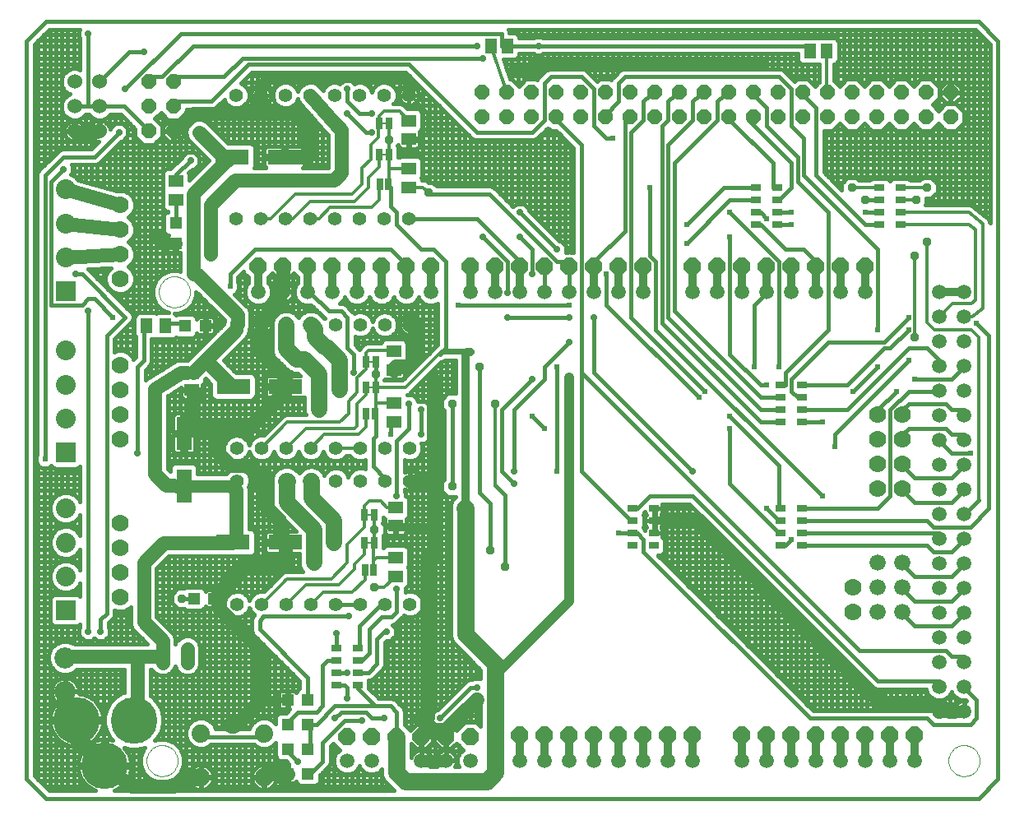
<source format=gtl>
G75*
G70*
%OFA0B0*%
%FSLAX24Y24*%
%IPPOS*%
%LPD*%
%AMOC8*
5,1,8,0,0,1.08239X$1,22.5*
%
%ADD10C,0.0160*%
%ADD11C,0.0594*%
%ADD12C,0.0000*%
%ADD13R,0.0472X0.0472*%
%ADD14R,0.0630X0.1378*%
%ADD15R,0.0591X0.0512*%
%ADD16C,0.0700*%
%ADD17C,0.0554*%
%ADD18C,0.0600*%
%ADD19R,0.1378X0.0630*%
%ADD20C,0.1890*%
%ADD21C,0.0560*%
%ADD22R,0.0512X0.0591*%
%ADD23R,0.0800X0.0800*%
%ADD24C,0.0800*%
%ADD25C,0.0860*%
%ADD26C,0.0740*%
%ADD27R,0.0433X0.0295*%
%ADD28OC8,0.0700*%
%ADD29C,0.0660*%
%ADD30OC8,0.0600*%
%ADD31C,0.0080*%
%ADD32R,0.0250X0.0500*%
%ADD33C,0.0700*%
%ADD34C,0.0500*%
%ADD35C,0.0120*%
%ADD36C,0.0600*%
%ADD37C,0.0320*%
%ADD38C,0.0240*%
%ADD39C,0.0750*%
%ADD40OC8,0.0240*%
%ADD41C,0.0240*%
%ADD42R,0.0356X0.0356*%
%ADD43OC8,0.0356*%
%ADD44C,0.0660*%
%ADD45C,0.0400*%
D10*
X003160Y001147D02*
X003947Y000359D01*
X041743Y000359D01*
X042530Y001147D01*
X042530Y031068D01*
X041743Y031855D01*
X003947Y031855D01*
X003160Y031068D01*
X003160Y001147D01*
X003480Y001279D02*
X003480Y030935D01*
X004080Y031535D01*
X005327Y031535D01*
X005300Y031508D01*
X005300Y031210D01*
X005340Y031170D01*
X005340Y029902D01*
X005233Y029946D01*
X005018Y029946D01*
X004820Y029864D01*
X004668Y029712D01*
X004586Y029513D01*
X004586Y029299D01*
X004668Y029100D01*
X004820Y028948D01*
X004922Y028906D01*
X004820Y028864D01*
X004668Y028712D01*
X004586Y028513D01*
X004586Y028299D01*
X004668Y028100D01*
X004820Y027948D01*
X005018Y027866D01*
X005233Y027866D01*
X005432Y027948D01*
X005570Y028086D01*
X005682Y028086D01*
X005820Y027948D01*
X006018Y027866D01*
X006233Y027866D01*
X006432Y027948D01*
X006570Y028086D01*
X006981Y028086D01*
X007570Y027497D01*
X007570Y027186D01*
X007886Y026869D01*
X008334Y026869D01*
X008650Y027186D01*
X008650Y027633D01*
X008374Y027909D01*
X008610Y028146D01*
X008886Y027869D01*
X009334Y027869D01*
X009650Y028186D01*
X009650Y028289D01*
X010724Y028289D01*
X010841Y028338D01*
X011177Y028674D01*
X011222Y028566D01*
X011367Y028421D01*
X011557Y028342D01*
X011763Y028342D01*
X011953Y028421D01*
X012098Y028566D01*
X012177Y028756D01*
X012177Y028962D01*
X012098Y029152D01*
X011953Y029298D01*
X011845Y029342D01*
X012293Y029789D01*
X018527Y029789D01*
X021139Y027178D01*
X021229Y027088D01*
X021346Y027039D01*
X023724Y027039D01*
X023841Y027088D01*
X024290Y027537D01*
X024393Y027433D01*
X024633Y027433D01*
X025340Y026727D01*
X025340Y022499D01*
X025244Y022499D01*
X025220Y022509D01*
X025100Y022509D01*
X025076Y022499D01*
X025020Y022499D01*
X025020Y022758D01*
X024809Y022969D01*
X024753Y022969D01*
X023520Y024202D01*
X023520Y024258D01*
X023309Y024469D01*
X023011Y024469D01*
X022882Y024340D01*
X022181Y025040D01*
X022091Y025130D01*
X021974Y025179D01*
X019781Y025179D01*
X019633Y025327D01*
X019466Y025327D01*
X019404Y025389D01*
X019294Y025435D01*
X019195Y025435D01*
X019195Y025439D01*
X019166Y025509D01*
X019195Y025580D01*
X019195Y026187D01*
X019159Y026275D01*
X019091Y026343D01*
X019003Y026379D01*
X018317Y026379D01*
X018229Y026343D01*
X018225Y026339D01*
X018225Y026757D01*
X018203Y026811D01*
X018235Y026843D01*
X018235Y026812D01*
X018244Y026779D01*
X018261Y026749D01*
X018285Y026725D01*
X018315Y026708D01*
X018348Y026699D01*
X018612Y026699D01*
X018612Y027037D01*
X018708Y027037D01*
X018708Y026699D01*
X018972Y026699D01*
X019005Y026708D01*
X019035Y026725D01*
X019059Y026749D01*
X019076Y026779D01*
X019085Y026812D01*
X019085Y027037D01*
X018708Y027037D01*
X018708Y027133D01*
X019085Y027133D01*
X019085Y027358D01*
X019082Y027370D01*
X019091Y027374D01*
X019159Y027441D01*
X019195Y027530D01*
X019195Y028137D01*
X019159Y028225D01*
X019091Y028293D01*
X019003Y028329D01*
X018588Y028329D01*
X018454Y028464D01*
X018344Y028509D01*
X018041Y028509D01*
X018098Y028566D01*
X018177Y028756D01*
X018177Y028962D01*
X018098Y029152D01*
X017953Y029298D01*
X017763Y029376D01*
X017557Y029376D01*
X017367Y029298D01*
X017222Y029152D01*
X017160Y029003D01*
X017098Y029152D01*
X016953Y029298D01*
X016763Y029376D01*
X016557Y029376D01*
X016447Y029331D01*
X016309Y029469D01*
X016011Y029469D01*
X015873Y029331D01*
X015763Y029376D01*
X015557Y029376D01*
X015367Y029298D01*
X015222Y029152D01*
X015181Y029053D01*
X015102Y029143D01*
X015098Y029152D01*
X015067Y029183D01*
X014985Y029278D01*
X014960Y029291D01*
X014953Y029298D01*
X014912Y029314D01*
X014799Y029371D01*
X014772Y029373D01*
X014763Y029376D01*
X014719Y029376D01*
X014593Y029385D01*
X014567Y029376D01*
X014557Y029376D01*
X014516Y029359D01*
X014397Y029319D01*
X014376Y029301D01*
X014367Y029298D01*
X014336Y029266D01*
X014241Y029184D01*
X014228Y029159D01*
X014222Y029152D01*
X014205Y029111D01*
X014156Y029013D01*
X014098Y029152D01*
X013953Y029298D01*
X013763Y029376D01*
X013557Y029376D01*
X013367Y029298D01*
X013222Y029152D01*
X013143Y028962D01*
X013143Y028756D01*
X013222Y028566D01*
X013367Y028421D01*
X013557Y028342D01*
X013763Y028342D01*
X013953Y028421D01*
X014098Y028566D01*
X014160Y028715D01*
X014200Y028596D01*
X014218Y028575D01*
X014222Y028566D01*
X014253Y028535D01*
X015212Y027432D01*
X015219Y027415D01*
X015279Y027354D01*
X015335Y027290D01*
X015352Y027282D01*
X015390Y027244D01*
X015390Y025929D01*
X014373Y025929D01*
X014392Y025940D01*
X014416Y025964D01*
X014433Y025994D01*
X014442Y026027D01*
X014442Y026282D01*
X013700Y026282D01*
X013700Y026437D01*
X013546Y026437D01*
X013546Y026804D01*
X012917Y026804D01*
X012884Y026795D01*
X012854Y026778D01*
X012830Y026754D01*
X012813Y026724D01*
X012804Y026691D01*
X012804Y026437D01*
X013546Y026437D01*
X013546Y026282D01*
X012804Y026282D01*
X012804Y026027D01*
X012813Y025994D01*
X012830Y025964D01*
X012854Y025940D01*
X012873Y025929D01*
X012398Y025929D01*
X012426Y025996D01*
X012426Y026722D01*
X012389Y026810D01*
X012322Y026878D01*
X012234Y026914D01*
X011340Y026914D01*
X010455Y027800D01*
X010263Y027879D01*
X010057Y027879D01*
X009865Y027800D01*
X009719Y027654D01*
X009640Y027463D01*
X009640Y028176D01*
X009650Y028199D02*
X014545Y028199D01*
X014440Y028320D02*
X014440Y026699D01*
X014442Y026691D02*
X014433Y026724D01*
X014416Y026754D01*
X014392Y026778D01*
X014362Y026795D01*
X014329Y026804D01*
X013700Y026804D01*
X013700Y026437D01*
X014442Y026437D01*
X014442Y026691D01*
X014411Y026759D02*
X015390Y026759D01*
X015390Y026519D02*
X014442Y026519D01*
X014440Y026437D02*
X014440Y026282D01*
X014442Y026279D02*
X015390Y026279D01*
X015390Y026039D02*
X014442Y026039D01*
X014440Y026020D02*
X014440Y025929D01*
X014680Y025929D02*
X014680Y028044D01*
X014754Y027959D02*
X009424Y027959D01*
X009400Y027936D02*
X009400Y027727D01*
X009408Y027719D02*
X009785Y027719D01*
X009880Y027806D02*
X009880Y028289D01*
X010120Y028289D02*
X010120Y027879D01*
X010360Y027839D02*
X010360Y028289D01*
X010600Y028289D02*
X010600Y027655D01*
X010535Y027719D02*
X014962Y027719D01*
X014920Y027768D02*
X014920Y025929D01*
X015160Y025929D02*
X015160Y027492D01*
X015171Y027479D02*
X010775Y027479D01*
X010840Y027415D02*
X010840Y028337D01*
X010943Y028439D02*
X011349Y028439D01*
X011320Y028468D02*
X011320Y026935D01*
X011255Y026999D02*
X015390Y026999D01*
X015390Y027239D02*
X011015Y027239D01*
X011080Y027175D02*
X011080Y028577D01*
X010660Y028609D02*
X012160Y030109D01*
X018660Y030109D01*
X021410Y027359D01*
X023660Y027359D01*
X024160Y027859D01*
X024160Y029359D01*
X024410Y029609D01*
X025660Y029609D01*
X026160Y029109D01*
X026160Y027609D01*
X026660Y027109D01*
X026910Y027109D01*
X027660Y027359D02*
X028160Y027859D01*
X028160Y028609D01*
X028410Y028859D01*
X028617Y028973D01*
X029160Y028609D02*
X029410Y028859D01*
X029617Y028973D01*
X029160Y028609D02*
X029160Y027859D01*
X028910Y027609D01*
X028910Y019609D01*
X032910Y015609D01*
X033739Y015609D01*
X033739Y016109D02*
X032910Y016109D01*
X029160Y019859D01*
X029160Y026859D01*
X030160Y027859D01*
X030160Y028609D01*
X030410Y028859D01*
X030617Y028973D01*
X031160Y028609D02*
X031410Y028859D01*
X031617Y028973D01*
X031160Y028609D02*
X031160Y027859D01*
X029410Y026109D01*
X029410Y020109D01*
X032910Y016609D01*
X033739Y016609D01*
X034160Y016859D02*
X034160Y017359D01*
X035660Y018859D01*
X037910Y018859D01*
X038910Y019859D01*
X038910Y019359D02*
X038160Y018609D01*
X037910Y018609D01*
X036410Y017109D01*
X034581Y017109D01*
X034160Y016859D02*
X034410Y016609D01*
X034581Y016609D01*
X034581Y016109D02*
X036410Y016109D01*
X038910Y018609D01*
X039660Y018609D01*
X040160Y018109D01*
X040160Y017891D01*
X040660Y017359D02*
X041160Y017859D01*
X041160Y017891D01*
X040660Y017359D02*
X039160Y017359D01*
X038910Y016859D02*
X040160Y016859D01*
X040160Y016891D01*
X040410Y016359D02*
X038910Y016359D01*
X038660Y016109D01*
X038660Y015909D01*
X038160Y016109D02*
X038910Y016859D01*
X038410Y016859D02*
X037660Y016109D01*
X037660Y015909D01*
X038160Y016109D02*
X038160Y012609D01*
X037660Y012109D01*
X034581Y012109D01*
X035410Y012609D02*
X028660Y019359D01*
X028660Y022109D01*
X028410Y022359D01*
X028410Y025109D01*
X029910Y023609D02*
X031410Y025109D01*
X032739Y025109D01*
X032739Y024609D02*
X031660Y024609D01*
X029910Y022859D01*
X031660Y023109D02*
X031660Y018359D01*
X032910Y017109D01*
X033160Y017109D01*
X033739Y017109D02*
X033910Y017109D01*
X033910Y017609D01*
X035660Y019359D01*
X035660Y024109D01*
X034410Y025359D01*
X034410Y026359D01*
X033160Y027609D01*
X033160Y028359D01*
X032660Y028859D01*
X032617Y028973D01*
X032680Y029929D02*
X032680Y030539D01*
X032440Y030539D02*
X032440Y029929D01*
X032200Y029929D02*
X032200Y030539D01*
X031960Y030539D02*
X031960Y029929D01*
X031720Y029929D02*
X031720Y030539D01*
X031480Y030539D02*
X031480Y029929D01*
X031240Y029929D02*
X031240Y030539D01*
X031000Y030539D02*
X031000Y029929D01*
X030760Y029929D02*
X030760Y030539D01*
X030520Y030539D02*
X030520Y029929D01*
X030280Y029929D02*
X030280Y030539D01*
X030040Y030539D02*
X030040Y029929D01*
X029800Y029929D02*
X029800Y030539D01*
X029560Y030539D02*
X029560Y029929D01*
X029320Y029929D02*
X029320Y030539D01*
X029080Y030539D02*
X029080Y029929D01*
X028840Y029929D02*
X028840Y030539D01*
X028600Y030539D02*
X028600Y029929D01*
X028360Y029929D02*
X028360Y030539D01*
X028120Y030539D02*
X028120Y029929D01*
X027880Y029929D02*
X027880Y030539D01*
X027640Y030539D02*
X027640Y029929D01*
X027400Y029929D02*
X027400Y030539D01*
X027160Y030539D02*
X027160Y029812D01*
X027227Y029879D02*
X025843Y029879D01*
X025841Y029880D02*
X025724Y029929D01*
X024346Y029929D01*
X024229Y029880D01*
X024139Y029790D01*
X023889Y029540D01*
X023867Y029487D01*
X023840Y029513D01*
X023393Y029513D01*
X023117Y029237D01*
X022840Y029513D01*
X022840Y030324D01*
X022948Y030324D02*
X023036Y030360D01*
X023104Y030428D01*
X023141Y030516D01*
X023141Y030539D01*
X023721Y030539D01*
X023761Y030499D01*
X024059Y030499D01*
X024099Y030539D01*
X034429Y030539D01*
X034429Y030316D01*
X034466Y030228D01*
X034533Y030160D01*
X034622Y030124D01*
X035229Y030124D01*
X035260Y030137D01*
X035291Y030124D01*
X035295Y030124D01*
X035295Y029415D01*
X035117Y029237D01*
X034840Y029513D01*
X034840Y030124D01*
X035080Y030124D02*
X035080Y029274D01*
X034955Y029399D02*
X035279Y029399D01*
X035295Y029639D02*
X034083Y029639D01*
X034120Y029602D02*
X034120Y030539D01*
X033880Y030539D02*
X033880Y029842D01*
X033843Y029879D02*
X035295Y029879D01*
X035295Y030119D02*
X022549Y030119D01*
X022600Y029972D02*
X022600Y030324D01*
X022478Y030324D02*
X022948Y030324D01*
X023033Y030359D02*
X034429Y030359D01*
X034360Y030539D02*
X034360Y029480D01*
X034393Y029513D02*
X034301Y029421D01*
X033931Y029790D01*
X033841Y029880D01*
X033724Y029929D01*
X027346Y029929D01*
X027229Y029880D01*
X026979Y029630D01*
X026889Y029540D01*
X026867Y029487D01*
X026840Y029513D01*
X026393Y029513D01*
X026301Y029421D01*
X025841Y029880D01*
X025720Y029929D02*
X025720Y030539D01*
X025960Y030539D02*
X025960Y029762D01*
X026083Y029639D02*
X026987Y029639D01*
X026920Y029572D02*
X026920Y030539D01*
X026680Y030539D02*
X026680Y029513D01*
X026440Y029513D02*
X026440Y030539D01*
X026200Y030539D02*
X026200Y029522D01*
X025480Y029929D02*
X025480Y030539D01*
X025240Y030539D02*
X025240Y029929D01*
X025000Y029929D02*
X025000Y030539D01*
X024760Y030539D02*
X024760Y029929D01*
X024520Y029929D02*
X024520Y030539D01*
X024280Y030539D02*
X024280Y029902D01*
X024227Y029879D02*
X022632Y029879D01*
X022715Y029639D02*
X023987Y029639D01*
X024040Y029692D02*
X024040Y030499D01*
X023800Y030499D02*
X023800Y029513D01*
X023560Y029513D02*
X023560Y030539D01*
X023320Y030539D02*
X023320Y029440D01*
X023279Y029399D02*
X022955Y029399D01*
X022840Y029513D02*
X022759Y029513D01*
X022478Y030324D01*
X022410Y030859D02*
X022645Y030859D01*
X023910Y030859D01*
X034910Y030859D01*
X034925Y030659D01*
X034840Y031194D02*
X034840Y031535D01*
X034600Y031535D02*
X034600Y031185D01*
X034585Y031179D02*
X024099Y031179D01*
X024059Y031219D01*
X023761Y031219D01*
X023721Y031179D01*
X023141Y031179D01*
X023141Y031202D01*
X023104Y031290D01*
X023036Y031358D01*
X022948Y031394D01*
X022730Y031394D01*
X022730Y031423D01*
X022683Y031535D01*
X041610Y031535D01*
X042210Y030935D01*
X042210Y023673D01*
X042210Y023674D01*
X042210Y023719D01*
X042204Y023733D01*
X042203Y023748D01*
X042181Y023788D01*
X042164Y023829D01*
X042153Y023840D01*
X042146Y023854D01*
X042112Y023882D01*
X042080Y023914D01*
X042066Y023919D01*
X041562Y024332D01*
X041530Y024364D01*
X041516Y024369D01*
X041504Y024379D01*
X041461Y024392D01*
X041420Y024409D01*
X041404Y024409D01*
X041390Y024414D01*
X041345Y024409D01*
X039601Y024409D01*
X039628Y024436D01*
X039628Y024691D01*
X039833Y024691D01*
X040078Y024936D01*
X040078Y025282D01*
X039833Y025527D01*
X039487Y025527D01*
X039369Y025409D01*
X038985Y025409D01*
X038934Y025460D01*
X038846Y025497D01*
X038317Y025497D01*
X038229Y025460D01*
X038161Y025393D01*
X038160Y025390D01*
X038159Y025393D01*
X038091Y025460D01*
X038003Y025497D01*
X037474Y025497D01*
X037386Y025460D01*
X037335Y025409D01*
X036901Y025409D01*
X036783Y025527D01*
X036437Y025527D01*
X036192Y025282D01*
X036192Y025030D01*
X035480Y025742D01*
X035480Y027433D01*
X035840Y027433D01*
X036117Y027710D01*
X036393Y027433D01*
X036840Y027433D01*
X037117Y027710D01*
X037393Y027433D01*
X037840Y027433D01*
X038117Y027710D01*
X038393Y027433D01*
X038840Y027433D01*
X039117Y027710D01*
X039393Y027433D01*
X039840Y027433D01*
X040117Y027710D01*
X040393Y027433D01*
X040840Y027433D01*
X040840Y024409D01*
X041080Y024409D02*
X041080Y027673D01*
X041126Y027719D02*
X042210Y027719D01*
X042210Y027479D02*
X040886Y027479D01*
X040840Y027433D02*
X041157Y027750D01*
X041157Y028197D01*
X040840Y028513D01*
X040840Y028589D01*
X040795Y028543D02*
X041047Y028795D01*
X041047Y028953D01*
X040637Y028953D01*
X040637Y028993D01*
X041047Y028993D01*
X041047Y029151D01*
X040795Y029403D01*
X040637Y029403D01*
X040637Y028993D01*
X040597Y028993D01*
X040597Y028953D01*
X040637Y028953D01*
X040637Y028543D01*
X040795Y028543D01*
X040840Y028513D02*
X040393Y028513D01*
X040117Y028237D01*
X039880Y028473D01*
X040157Y028750D01*
X040157Y029197D01*
X039840Y029513D01*
X039393Y029513D01*
X039117Y029237D01*
X038840Y029513D01*
X038393Y029513D01*
X038117Y029237D01*
X037840Y029513D01*
X037393Y029513D01*
X037117Y029237D01*
X036840Y029513D01*
X036393Y029513D01*
X036117Y029237D01*
X035895Y029459D01*
X035895Y030124D01*
X035898Y030124D01*
X035986Y030160D01*
X036054Y030228D01*
X036091Y030316D01*
X036091Y031002D01*
X036054Y031090D01*
X035986Y031158D01*
X035898Y031194D01*
X035291Y031194D01*
X035260Y031182D01*
X035229Y031194D01*
X034622Y031194D01*
X034585Y031179D01*
X034360Y031179D02*
X034360Y031535D01*
X034120Y031535D02*
X034120Y031179D01*
X033880Y031179D02*
X033880Y031535D01*
X033640Y031535D02*
X033640Y031179D01*
X033400Y031179D02*
X033400Y031535D01*
X033160Y031535D02*
X033160Y031179D01*
X032920Y031179D02*
X032920Y031535D01*
X032680Y031535D02*
X032680Y031179D01*
X032440Y031179D02*
X032440Y031535D01*
X032200Y031535D02*
X032200Y031179D01*
X031960Y031179D02*
X031960Y031535D01*
X031720Y031535D02*
X031720Y031179D01*
X031480Y031179D02*
X031480Y031535D01*
X031240Y031535D02*
X031240Y031179D01*
X031000Y031179D02*
X031000Y031535D01*
X030760Y031535D02*
X030760Y031179D01*
X030520Y031179D02*
X030520Y031535D01*
X030280Y031535D02*
X030280Y031179D01*
X030040Y031179D02*
X030040Y031535D01*
X029800Y031535D02*
X029800Y031179D01*
X029560Y031179D02*
X029560Y031535D01*
X029320Y031535D02*
X029320Y031179D01*
X029080Y031179D02*
X029080Y031535D01*
X028840Y031535D02*
X028840Y031179D01*
X028600Y031179D02*
X028600Y031535D01*
X028360Y031535D02*
X028360Y031179D01*
X028120Y031179D02*
X028120Y031535D01*
X027880Y031535D02*
X027880Y031179D01*
X027640Y031179D02*
X027640Y031535D01*
X027400Y031535D02*
X027400Y031179D01*
X027160Y031179D02*
X027160Y031535D01*
X026920Y031535D02*
X026920Y031179D01*
X026680Y031179D02*
X026680Y031535D01*
X026440Y031535D02*
X026440Y031179D01*
X026200Y031179D02*
X026200Y031535D01*
X025960Y031535D02*
X025960Y031179D01*
X025720Y031179D02*
X025720Y031535D01*
X025480Y031535D02*
X025480Y031179D01*
X025240Y031179D02*
X025240Y031535D01*
X025000Y031535D02*
X025000Y031179D01*
X024760Y031179D02*
X024760Y031535D01*
X024520Y031535D02*
X024520Y031179D01*
X024280Y031179D02*
X024280Y031535D01*
X024040Y031535D02*
X024040Y031219D01*
X023800Y031219D02*
X023800Y031535D01*
X023560Y031535D02*
X023560Y031179D01*
X023320Y031179D02*
X023320Y031535D01*
X023080Y031535D02*
X023080Y031314D01*
X023075Y031319D02*
X041826Y031319D01*
X041800Y031345D02*
X041800Y024137D01*
X041822Y024119D02*
X042210Y024119D01*
X042210Y023879D02*
X042115Y023879D01*
X042040Y023940D02*
X042040Y031105D01*
X042066Y031079D02*
X036059Y031079D01*
X036040Y031104D02*
X036040Y031535D01*
X036280Y031535D02*
X036280Y029400D01*
X036279Y029399D02*
X035955Y029399D01*
X036040Y029314D02*
X036040Y030214D01*
X036091Y030359D02*
X042210Y030359D01*
X042210Y030119D02*
X035895Y030119D01*
X035895Y029879D02*
X042210Y029879D01*
X042210Y029639D02*
X035895Y029639D01*
X036520Y029513D02*
X036520Y031535D01*
X036760Y031535D02*
X036760Y029513D01*
X036955Y029399D02*
X037279Y029399D01*
X037240Y029360D02*
X037240Y031535D01*
X037480Y031535D02*
X037480Y029513D01*
X037720Y029513D02*
X037720Y031535D01*
X037960Y031535D02*
X037960Y029394D01*
X037955Y029399D02*
X038279Y029399D01*
X038200Y029320D02*
X038200Y031535D01*
X038440Y031535D02*
X038440Y029513D01*
X038680Y029513D02*
X038680Y031535D01*
X038920Y031535D02*
X038920Y029434D01*
X038955Y029399D02*
X039279Y029399D01*
X039400Y029513D02*
X039400Y031535D01*
X039160Y031535D02*
X039160Y029280D01*
X039640Y029513D02*
X039640Y031535D01*
X039880Y031535D02*
X039880Y029474D01*
X039955Y029399D02*
X040434Y029399D01*
X040439Y029403D02*
X040187Y029151D01*
X040187Y028993D01*
X040597Y028993D01*
X040597Y029403D01*
X040439Y029403D01*
X040360Y029325D02*
X040360Y031535D01*
X040600Y031535D02*
X040600Y028993D01*
X040600Y028953D02*
X040600Y028513D01*
X040597Y028543D02*
X040597Y028953D01*
X040187Y028953D01*
X040187Y028795D01*
X040439Y028543D01*
X040597Y028543D01*
X040597Y028679D02*
X040637Y028679D01*
X040637Y028919D02*
X040597Y028919D01*
X040360Y028953D02*
X040360Y028993D01*
X040187Y028919D02*
X040157Y028919D01*
X040120Y028713D02*
X040120Y028240D01*
X040319Y028439D02*
X039915Y028439D01*
X040086Y028679D02*
X040303Y028679D01*
X040360Y028622D02*
X040360Y028480D01*
X040915Y028439D02*
X042210Y028439D01*
X042210Y028199D02*
X041155Y028199D01*
X041080Y028274D02*
X041080Y031535D01*
X040840Y031535D02*
X040840Y029358D01*
X040799Y029399D02*
X042210Y029399D01*
X042210Y029159D02*
X041039Y029159D01*
X041047Y028919D02*
X042210Y028919D01*
X042210Y028679D02*
X040931Y028679D01*
X040840Y028953D02*
X040840Y028993D01*
X040637Y029159D02*
X040597Y029159D01*
X040597Y029399D02*
X040637Y029399D01*
X040194Y029159D02*
X040157Y029159D01*
X040120Y029234D02*
X040120Y031535D01*
X041320Y031535D02*
X041320Y024409D01*
X041534Y024359D02*
X042210Y024359D01*
X042210Y024599D02*
X039628Y024599D01*
X039640Y024691D02*
X039640Y024409D01*
X039880Y024409D02*
X039880Y024738D01*
X039981Y024839D02*
X042210Y024839D01*
X042210Y025079D02*
X040078Y025079D01*
X040041Y025319D02*
X042210Y025319D01*
X042210Y025559D02*
X035663Y025559D01*
X035560Y025662D02*
X035560Y027433D01*
X035480Y027239D02*
X042210Y027239D01*
X042210Y026999D02*
X035480Y026999D01*
X035480Y026759D02*
X042210Y026759D01*
X042210Y026519D02*
X035480Y026519D01*
X035480Y026279D02*
X042210Y026279D01*
X042210Y026039D02*
X035480Y026039D01*
X035480Y025799D02*
X042210Y025799D01*
X040600Y024409D02*
X040600Y027433D01*
X040360Y027466D02*
X040360Y024409D01*
X040120Y024409D02*
X040120Y027706D01*
X040347Y027479D02*
X039886Y027479D01*
X039880Y027473D02*
X039880Y025480D01*
X039640Y025527D02*
X039640Y027433D01*
X039400Y027433D02*
X039400Y025440D01*
X039160Y025409D02*
X039160Y027666D01*
X039347Y027479D02*
X038886Y027479D01*
X038920Y027513D02*
X038920Y025466D01*
X038680Y025497D02*
X038680Y027433D01*
X038440Y027433D02*
X038440Y025497D01*
X038200Y025432D02*
X038200Y027626D01*
X038347Y027479D02*
X037886Y027479D01*
X037960Y027553D02*
X037960Y025497D01*
X037720Y025497D02*
X037720Y027433D01*
X037480Y027433D02*
X037480Y025497D01*
X037240Y025409D02*
X037240Y027586D01*
X037347Y027479D02*
X036886Y027479D01*
X036760Y027433D02*
X036760Y025527D01*
X036520Y025527D02*
X036520Y027433D01*
X036347Y027479D02*
X035886Y027479D01*
X035800Y027433D02*
X035800Y025422D01*
X035903Y025319D02*
X036229Y025319D01*
X036280Y025370D02*
X036280Y027546D01*
X036040Y027633D02*
X036040Y025182D01*
X036143Y025079D02*
X036192Y025079D01*
X037000Y025409D02*
X037000Y027593D01*
X035160Y028359D02*
X034660Y028859D01*
X034617Y028973D01*
X034160Y029109D02*
X033660Y029609D01*
X027410Y029609D01*
X027160Y029359D01*
X027160Y028609D01*
X026610Y028059D01*
X026617Y027973D01*
X027410Y027859D02*
X027617Y027973D01*
X027410Y027859D02*
X027410Y023359D01*
X026160Y022109D01*
X026160Y021909D01*
X026660Y021609D02*
X026660Y020359D01*
X030410Y016609D01*
X030660Y016859D02*
X027660Y019859D01*
X027660Y027359D01*
X025660Y026859D02*
X024660Y027859D01*
X024617Y027973D01*
X024520Y027433D02*
X024520Y023202D01*
X024563Y023159D02*
X025340Y023159D01*
X025340Y022919D02*
X024859Y022919D01*
X024760Y022969D02*
X024760Y027307D01*
X024827Y027239D02*
X023993Y027239D01*
X024040Y027287D02*
X024040Y023682D01*
X024083Y023639D02*
X025340Y023639D01*
X025340Y023399D02*
X024323Y023399D01*
X024280Y023442D02*
X024280Y027527D01*
X024233Y027479D02*
X024347Y027479D01*
X023800Y027071D02*
X023800Y023922D01*
X023843Y023879D02*
X025340Y023879D01*
X025340Y024119D02*
X023603Y024119D01*
X023560Y024162D02*
X023560Y027039D01*
X023320Y027039D02*
X023320Y024458D01*
X023419Y024359D02*
X025340Y024359D01*
X025340Y024599D02*
X022623Y024599D01*
X022600Y024622D02*
X022600Y027039D01*
X022360Y027039D02*
X022360Y024862D01*
X022383Y024839D02*
X025340Y024839D01*
X025340Y025079D02*
X022143Y025079D01*
X022120Y025102D02*
X022120Y027039D01*
X021880Y027039D02*
X021880Y025179D01*
X021640Y025179D02*
X021640Y027039D01*
X021400Y027039D02*
X021400Y025179D01*
X021160Y025179D02*
X021160Y027157D01*
X021077Y027239D02*
X019085Y027239D01*
X019000Y027133D02*
X019000Y027037D01*
X019085Y026999D02*
X025067Y026999D01*
X025000Y027067D02*
X025000Y022778D01*
X025020Y022679D02*
X025340Y022679D01*
X025240Y022501D02*
X025240Y026827D01*
X025307Y026759D02*
X019065Y026759D01*
X019000Y026707D02*
X019000Y026379D01*
X019155Y026279D02*
X025340Y026279D01*
X025340Y026039D02*
X019195Y026039D01*
X019195Y025799D02*
X025340Y025799D01*
X025340Y025559D02*
X019187Y025559D01*
X019240Y025435D02*
X019240Y029077D01*
X019157Y029159D02*
X018936Y029159D01*
X018925Y029170D02*
X018873Y029207D01*
X018816Y029237D01*
X018755Y029256D01*
X018692Y029266D01*
X018669Y029266D01*
X018669Y028868D01*
X019067Y028868D01*
X019067Y028891D01*
X019057Y028955D01*
X019037Y029015D01*
X019008Y029073D01*
X018971Y029124D01*
X018925Y029170D01*
X019000Y029084D02*
X019000Y029317D01*
X018917Y029399D02*
X016379Y029399D01*
X016360Y029418D02*
X016360Y029789D01*
X016120Y029789D02*
X016120Y029469D01*
X015941Y029399D02*
X011903Y029399D01*
X012040Y029537D02*
X012040Y029211D01*
X012091Y029159D02*
X012384Y029159D01*
X012395Y029170D02*
X012349Y029124D01*
X012312Y029073D01*
X012283Y029015D01*
X012263Y028955D01*
X012253Y028891D01*
X012253Y028868D01*
X012651Y028868D01*
X012651Y028851D01*
X012253Y028851D01*
X012253Y028827D01*
X012263Y028764D01*
X012283Y028703D01*
X012312Y028646D01*
X012349Y028594D01*
X012395Y028549D01*
X012447Y028511D01*
X012504Y028482D01*
X012565Y028462D01*
X012628Y028452D01*
X012651Y028452D01*
X012651Y028851D01*
X012669Y028851D01*
X012669Y028868D01*
X013067Y028868D01*
X013067Y028891D01*
X013057Y028955D01*
X013037Y029015D01*
X013008Y029073D01*
X012971Y029124D01*
X012925Y029170D01*
X012873Y029207D01*
X012816Y029237D01*
X012755Y029256D01*
X012692Y029266D01*
X012669Y029266D01*
X012669Y028868D01*
X012651Y028868D01*
X012651Y029266D01*
X012628Y029266D01*
X012565Y029256D01*
X012504Y029237D01*
X012447Y029207D01*
X012395Y029170D01*
X012520Y029242D02*
X012520Y029789D01*
X012760Y029789D02*
X012760Y029255D01*
X012669Y029159D02*
X012651Y029159D01*
X012651Y028919D02*
X012669Y028919D01*
X012669Y028851D02*
X013067Y028851D01*
X013067Y028827D01*
X013057Y028764D01*
X013037Y028703D01*
X013008Y028646D01*
X012971Y028594D01*
X012925Y028549D01*
X012873Y028511D01*
X012816Y028482D01*
X012755Y028462D01*
X012692Y028452D01*
X012669Y028452D01*
X012669Y028851D01*
X012760Y028851D02*
X012760Y028868D01*
X012669Y028679D02*
X012651Y028679D01*
X012520Y028851D02*
X012520Y028868D01*
X012280Y028851D02*
X012280Y028868D01*
X012257Y028919D02*
X012177Y028919D01*
X012280Y029007D02*
X012280Y029777D01*
X012143Y029639D02*
X018677Y029639D01*
X018760Y029557D02*
X018760Y029255D01*
X018651Y029266D02*
X018628Y029266D01*
X018565Y029256D01*
X018504Y029237D01*
X018447Y029207D01*
X018395Y029170D01*
X018349Y029124D01*
X018312Y029073D01*
X018283Y029015D01*
X018263Y028955D01*
X018253Y028891D01*
X018253Y028868D01*
X018651Y028868D01*
X018651Y028851D01*
X018253Y028851D01*
X018253Y028827D01*
X018263Y028764D01*
X018283Y028703D01*
X018312Y028646D01*
X018349Y028594D01*
X018395Y028549D01*
X018447Y028511D01*
X018504Y028482D01*
X018565Y028462D01*
X018628Y028452D01*
X018651Y028452D01*
X018651Y028851D01*
X018669Y028851D01*
X018669Y028868D01*
X018651Y028868D01*
X018651Y029266D01*
X018651Y029159D02*
X018669Y029159D01*
X018520Y029242D02*
X018520Y029789D01*
X018280Y029789D02*
X018280Y029007D01*
X018257Y028919D02*
X018177Y028919D01*
X018280Y028868D02*
X018280Y028851D01*
X018280Y028711D02*
X018280Y028509D01*
X018295Y028679D02*
X018145Y028679D01*
X018478Y028439D02*
X019877Y028439D01*
X019960Y028357D02*
X019960Y025179D01*
X020200Y025179D02*
X020200Y028117D01*
X020117Y028199D02*
X019169Y028199D01*
X019000Y028329D02*
X019000Y028634D01*
X019008Y028646D02*
X018971Y028594D01*
X018925Y028549D01*
X018873Y028511D01*
X018816Y028482D01*
X018755Y028462D01*
X018692Y028452D01*
X018669Y028452D01*
X018669Y028851D01*
X019067Y028851D01*
X019067Y028827D01*
X019057Y028764D01*
X019037Y028703D01*
X019008Y028646D01*
X019025Y028679D02*
X019637Y028679D01*
X019720Y028597D02*
X019720Y025240D01*
X019641Y025319D02*
X025340Y025319D01*
X025340Y026519D02*
X018225Y026519D01*
X018280Y026364D02*
X018280Y026730D01*
X018255Y026759D02*
X018224Y026759D01*
X018520Y026699D02*
X018520Y026379D01*
X018760Y026379D02*
X018760Y026699D01*
X018708Y026759D02*
X018612Y026759D01*
X018612Y026999D02*
X018708Y026999D01*
X018760Y027037D02*
X018760Y027133D01*
X019174Y027479D02*
X020837Y027479D01*
X020920Y027397D02*
X020920Y025179D01*
X020680Y025179D02*
X020680Y027637D01*
X020597Y027719D02*
X019195Y027719D01*
X019195Y027959D02*
X020357Y027959D01*
X020440Y027877D02*
X020440Y025179D01*
X019480Y025327D02*
X019480Y028837D01*
X019397Y028919D02*
X019063Y028919D01*
X019000Y028868D02*
X019000Y028851D01*
X018760Y028851D02*
X018760Y028868D01*
X018669Y028919D02*
X018651Y028919D01*
X018520Y028868D02*
X018520Y028851D01*
X018651Y028679D02*
X018669Y028679D01*
X018760Y028464D02*
X018760Y028329D01*
X018520Y028397D02*
X018520Y028477D01*
X018384Y029159D02*
X018091Y029159D01*
X018040Y029211D02*
X018040Y029789D01*
X017800Y029789D02*
X017800Y029361D01*
X017560Y029376D02*
X017560Y029789D01*
X017320Y029789D02*
X017320Y029251D01*
X017229Y029159D02*
X017091Y029159D01*
X017080Y029171D02*
X017080Y029789D01*
X016840Y029789D02*
X016840Y029344D01*
X016600Y029376D02*
X016600Y029789D01*
X015880Y029789D02*
X015880Y029338D01*
X015640Y029376D02*
X015640Y029789D01*
X015400Y029789D02*
X015400Y029311D01*
X015229Y029159D02*
X015091Y029159D01*
X015160Y029077D02*
X015160Y029789D01*
X014920Y029789D02*
X014920Y029311D01*
X014680Y029379D02*
X014680Y029789D01*
X014440Y029789D02*
X014440Y029334D01*
X014229Y029159D02*
X014091Y029159D01*
X014200Y029102D02*
X014200Y029789D01*
X013960Y029789D02*
X013960Y029291D01*
X013720Y029376D02*
X013720Y029789D01*
X013480Y029789D02*
X013480Y029344D01*
X013240Y029171D02*
X013240Y029789D01*
X013000Y029789D02*
X013000Y029084D01*
X012936Y029159D02*
X013229Y029159D01*
X013143Y028919D02*
X013063Y028919D01*
X013000Y028868D02*
X013000Y028851D01*
X013025Y028679D02*
X013175Y028679D01*
X013240Y028548D02*
X013240Y026804D01*
X013000Y026804D02*
X013000Y028634D01*
X012760Y028464D02*
X012760Y025929D01*
X012804Y026039D02*
X012426Y026039D01*
X012520Y025929D02*
X012520Y028477D01*
X012295Y028679D02*
X012145Y028679D01*
X012280Y028711D02*
X012280Y026895D01*
X012411Y026759D02*
X012835Y026759D01*
X012804Y026519D02*
X012426Y026519D01*
X012426Y026279D02*
X012804Y026279D01*
X013000Y026282D02*
X013000Y026437D01*
X013240Y026437D02*
X013240Y026282D01*
X013480Y026282D02*
X013480Y026437D01*
X013546Y026519D02*
X013700Y026519D01*
X013720Y026437D02*
X013720Y026282D01*
X013960Y026282D02*
X013960Y026437D01*
X014200Y026437D02*
X014200Y026282D01*
X014200Y026804D02*
X014200Y028596D01*
X014172Y028679D02*
X014145Y028679D01*
X013971Y028439D02*
X014336Y028439D01*
X013960Y028428D02*
X013960Y026804D01*
X013720Y026804D02*
X013720Y028342D01*
X013480Y028374D02*
X013480Y026804D01*
X013546Y026759D02*
X013700Y026759D01*
X012040Y026914D02*
X012040Y028508D01*
X011971Y028439D02*
X013349Y028439D01*
X011800Y028357D02*
X011800Y026914D01*
X011560Y026914D02*
X011560Y028342D01*
X010660Y028609D02*
X009160Y028609D01*
X009110Y028409D01*
X008680Y028076D02*
X008680Y027587D01*
X008680Y027429D01*
X008680Y027389D01*
X008680Y027231D01*
X008680Y025700D01*
X008675Y025687D02*
X008675Y025080D01*
X008704Y025009D01*
X008675Y024939D01*
X008675Y024332D01*
X008711Y024243D01*
X008779Y024176D01*
X008867Y024139D01*
X008890Y024139D01*
X008890Y024134D01*
X008838Y024112D01*
X008770Y024045D01*
X008734Y023957D01*
X008734Y023389D01*
X008770Y023300D01*
X008838Y023233D01*
X008918Y023200D01*
X008894Y023186D01*
X008870Y023162D01*
X008853Y023132D01*
X008844Y023099D01*
X008844Y022884D01*
X009172Y022884D01*
X009172Y022808D01*
X008844Y022808D01*
X008844Y022592D01*
X008853Y022559D01*
X008870Y022530D01*
X008894Y022506D01*
X008924Y022488D01*
X008957Y022480D01*
X009172Y022480D01*
X009172Y022808D01*
X009248Y022808D01*
X009248Y022480D01*
X009390Y022480D01*
X009390Y021737D01*
X009333Y021761D01*
X008987Y021761D01*
X008667Y021628D01*
X008423Y021383D01*
X008290Y021064D01*
X008290Y020718D01*
X008423Y020398D01*
X008667Y020153D01*
X008930Y020044D01*
X008480Y020044D01*
X008410Y020015D01*
X008340Y020044D01*
X007732Y020044D01*
X007644Y020008D01*
X007577Y019940D01*
X007540Y019852D01*
X007540Y019166D01*
X007577Y019078D01*
X007590Y019065D01*
X007590Y018242D01*
X007503Y018155D01*
X007460Y018259D01*
X007294Y018425D01*
X007077Y018515D01*
X006843Y018515D01*
X006730Y018468D01*
X006730Y018977D01*
X007341Y019588D01*
X007431Y019678D01*
X007480Y019796D01*
X007480Y019923D01*
X007431Y020040D01*
X005681Y021790D01*
X005656Y021816D01*
X006584Y021868D01*
X006460Y021743D01*
X006370Y021527D01*
X006370Y021292D01*
X006460Y021075D01*
X006626Y020909D01*
X006843Y020819D01*
X007077Y020819D01*
X007294Y020909D01*
X007460Y021075D01*
X007550Y021292D01*
X007550Y021527D01*
X007460Y021743D01*
X007294Y021909D01*
X007460Y022075D01*
X007550Y022292D01*
X007550Y022527D01*
X007460Y022743D01*
X007294Y022909D01*
X007460Y023075D01*
X007550Y023292D01*
X007550Y023527D01*
X007460Y023743D01*
X007294Y023909D01*
X007460Y024075D01*
X007550Y024292D01*
X007550Y024527D01*
X007460Y024743D01*
X007294Y024909D01*
X007077Y024999D01*
X006843Y024999D01*
X006821Y024990D01*
X005271Y025437D01*
X005123Y025586D01*
X004962Y025652D01*
X005020Y025710D01*
X005020Y026008D01*
X004989Y026039D01*
X005974Y026039D01*
X009151Y026039D01*
X009160Y026047D02*
X009160Y026979D01*
X009130Y026979D02*
X009288Y026979D01*
X009540Y027231D01*
X009540Y027389D01*
X009130Y027389D01*
X009130Y026979D01*
X009130Y026999D02*
X009090Y026999D01*
X009090Y026979D02*
X009090Y027389D01*
X009130Y027389D01*
X009130Y027429D01*
X009540Y027429D01*
X009540Y027587D01*
X009288Y027839D01*
X009130Y027839D01*
X009130Y027429D01*
X009090Y027429D01*
X009090Y027389D01*
X008680Y027389D01*
X008680Y027429D02*
X009090Y027429D01*
X009090Y027839D01*
X008932Y027839D01*
X008680Y027587D01*
X008680Y027479D02*
X008650Y027479D01*
X008650Y027239D02*
X008680Y027239D01*
X008680Y027231D02*
X008932Y026979D01*
X009090Y026979D01*
X008920Y026991D02*
X008920Y025879D01*
X008867Y025879D02*
X008779Y025843D01*
X008711Y025775D01*
X008675Y025687D01*
X008735Y025799D02*
X005020Y025799D01*
X005080Y025603D02*
X005080Y026039D01*
X005320Y026039D02*
X005320Y025423D01*
X005149Y025559D02*
X008675Y025559D01*
X008675Y025319D02*
X005680Y025319D01*
X005800Y025285D02*
X005800Y026039D01*
X005974Y026039D02*
X006091Y026088D01*
X006181Y026178D01*
X007003Y026999D01*
X007059Y026999D01*
X007756Y026999D01*
X007720Y027036D02*
X007720Y020039D01*
X007432Y020039D01*
X007480Y019799D02*
X007540Y019799D01*
X007540Y019559D02*
X007313Y019559D01*
X007240Y019487D02*
X007240Y018448D01*
X007360Y018359D02*
X007590Y018359D01*
X007480Y018211D02*
X007480Y021123D01*
X007528Y021239D02*
X008363Y021239D01*
X008440Y021401D02*
X008440Y026976D01*
X008464Y026999D02*
X008912Y026999D01*
X009090Y027239D02*
X009130Y027239D01*
X009160Y027389D02*
X009160Y027429D01*
X009130Y027479D02*
X009090Y027479D01*
X008920Y027429D02*
X008920Y027389D01*
X008812Y027719D02*
X008564Y027719D01*
X008440Y027843D02*
X008440Y027976D01*
X008424Y027959D02*
X008796Y027959D01*
X008920Y027869D02*
X008920Y027827D01*
X009090Y027719D02*
X009130Y027719D01*
X009160Y027839D02*
X009160Y027869D01*
X009400Y027429D02*
X009400Y027389D01*
X009540Y027479D02*
X009647Y027479D01*
X009640Y027463D02*
X009640Y027256D01*
X009640Y026548D01*
X009661Y026569D02*
X009450Y026358D01*
X009450Y026313D01*
X009035Y025933D01*
X009029Y025930D01*
X008989Y025890D01*
X008976Y025879D01*
X008867Y025879D01*
X009210Y025659D02*
X009210Y025383D01*
X009210Y025659D02*
X009810Y026209D01*
X010170Y026279D02*
X010505Y026279D01*
X010550Y026234D02*
X009745Y025430D01*
X009745Y025687D01*
X009737Y025708D01*
X009891Y025849D01*
X009959Y025849D01*
X010170Y026060D01*
X010170Y026358D01*
X009959Y026569D01*
X009661Y026569D01*
X009611Y026519D02*
X006523Y026519D01*
X006520Y026517D02*
X006520Y025077D01*
X006513Y025079D02*
X008675Y025079D01*
X008680Y025067D02*
X008680Y024952D01*
X008675Y024839D02*
X007364Y024839D01*
X007240Y024932D02*
X007240Y027180D01*
X007270Y027210D02*
X007270Y027508D01*
X007059Y027719D01*
X006761Y027719D01*
X006550Y027508D01*
X006550Y027477D01*
X006545Y027507D01*
X006524Y027571D01*
X006494Y027631D01*
X006454Y027686D01*
X006406Y027734D01*
X006351Y027774D01*
X006291Y027805D01*
X006227Y027825D01*
X006160Y027836D01*
X006146Y027836D01*
X006146Y027426D01*
X006106Y027426D01*
X006106Y027836D01*
X006092Y027836D01*
X006025Y027825D01*
X005961Y027805D01*
X005900Y027774D01*
X005846Y027734D01*
X005798Y027686D01*
X005758Y027631D01*
X005727Y027571D01*
X005706Y027507D01*
X005696Y027440D01*
X005696Y027426D01*
X006106Y027426D01*
X006106Y027386D01*
X005696Y027386D01*
X005696Y027372D01*
X005706Y027305D01*
X005727Y027241D01*
X005758Y027181D01*
X005798Y027126D01*
X005846Y027078D01*
X005900Y027038D01*
X005961Y027008D01*
X006025Y026987D01*
X006077Y026978D01*
X005777Y026679D01*
X004596Y026679D01*
X004479Y026630D01*
X003639Y025790D01*
X003590Y025673D01*
X003590Y014277D01*
X003550Y014181D01*
X003550Y014038D01*
X003605Y013905D01*
X003706Y013804D01*
X003838Y013749D01*
X003982Y013749D01*
X004114Y013804D01*
X004154Y013844D01*
X004157Y013839D01*
X004224Y013771D01*
X004312Y013735D01*
X005208Y013735D01*
X005296Y013771D01*
X005340Y013816D01*
X005340Y012387D01*
X005303Y012478D01*
X005123Y012658D01*
X004887Y012755D01*
X004633Y012755D01*
X004397Y012658D01*
X004217Y012478D01*
X004120Y012242D01*
X004120Y013810D01*
X004102Y013799D02*
X004196Y013799D01*
X004360Y013735D02*
X004360Y012620D01*
X004339Y012599D02*
X003480Y012599D01*
X003480Y012359D02*
X004168Y012359D01*
X004120Y012242D02*
X004120Y011988D01*
X004120Y010864D01*
X004120Y010610D01*
X004120Y009486D01*
X004120Y009232D01*
X004120Y008429D01*
X004120Y007533D01*
X004120Y006347D01*
X004125Y006359D02*
X003480Y006359D01*
X003480Y006119D02*
X004059Y006119D01*
X004059Y006201D02*
X004059Y005934D01*
X004161Y005688D01*
X004350Y005499D01*
X004596Y005397D01*
X004863Y005397D01*
X005109Y005499D01*
X005199Y005589D01*
X007140Y005589D01*
X007140Y004663D01*
X007057Y004640D01*
X006787Y004484D01*
X006566Y004264D01*
X006410Y003994D01*
X006329Y003692D01*
X006329Y003380D01*
X006410Y003079D01*
X006566Y002809D01*
X006667Y002708D01*
X006631Y002720D01*
X006514Y002747D01*
X006413Y002759D01*
X006413Y001766D01*
X006253Y001766D01*
X006253Y001606D01*
X005261Y001606D01*
X005272Y001506D01*
X005299Y001388D01*
X005339Y001274D01*
X005391Y001165D01*
X005455Y001063D01*
X005530Y000969D01*
X005616Y000883D01*
X005710Y000808D01*
X005812Y000744D01*
X005921Y000691D01*
X005956Y000679D01*
X004080Y000679D01*
X003480Y001279D01*
X003480Y001319D02*
X005323Y001319D01*
X005320Y001327D02*
X005320Y000679D01*
X005560Y000679D02*
X005560Y000939D01*
X005671Y000839D02*
X003920Y000839D01*
X003880Y000879D02*
X003880Y013749D01*
X003718Y013799D02*
X003480Y013799D01*
X003640Y013870D02*
X003640Y001119D01*
X003680Y001079D02*
X005445Y001079D01*
X005800Y000752D02*
X005800Y000679D01*
X005080Y000679D02*
X005080Y002467D01*
X005111Y002464D02*
X005111Y003456D01*
X004119Y003456D01*
X004130Y003356D01*
X004157Y003238D01*
X004197Y003124D01*
X004249Y003016D01*
X004313Y002913D01*
X004389Y002819D01*
X004474Y002734D01*
X004569Y002658D01*
X004671Y002594D01*
X004780Y002542D01*
X004893Y002502D01*
X005011Y002475D01*
X005111Y002464D01*
X005111Y002519D02*
X005271Y002519D01*
X005271Y002464D02*
X005372Y002475D01*
X005490Y002502D01*
X005603Y002542D01*
X005712Y002594D01*
X005814Y002658D01*
X005909Y002734D01*
X005994Y002819D01*
X006070Y002913D01*
X006134Y003016D01*
X006186Y003124D01*
X006226Y003238D01*
X006253Y003356D01*
X006264Y003456D01*
X005272Y003456D01*
X005272Y003616D01*
X006264Y003616D01*
X006253Y003717D01*
X006226Y003834D01*
X006186Y003948D01*
X006134Y004057D01*
X006070Y004159D01*
X005994Y004254D01*
X005909Y004339D01*
X005814Y004414D01*
X005712Y004479D01*
X005603Y004531D01*
X005490Y004571D01*
X005372Y004598D01*
X005283Y004608D01*
X005289Y004645D01*
X005289Y004671D01*
X004748Y004671D01*
X004748Y004708D01*
X005289Y004708D01*
X005289Y004734D01*
X005276Y004821D01*
X005248Y004904D01*
X005208Y004983D01*
X005156Y005054D01*
X005094Y005117D01*
X005023Y005168D01*
X004944Y005208D01*
X004860Y005236D01*
X004773Y005249D01*
X004748Y005249D01*
X004748Y004708D01*
X004711Y004708D01*
X004711Y005249D01*
X004685Y005249D01*
X004598Y005236D01*
X004514Y005208D01*
X004436Y005168D01*
X004364Y005117D01*
X004302Y005054D01*
X004250Y004983D01*
X004210Y004904D01*
X004183Y004821D01*
X004169Y004734D01*
X004169Y004708D01*
X004711Y004708D01*
X004711Y004671D01*
X004169Y004671D01*
X004169Y004645D01*
X004183Y004558D01*
X004210Y004475D01*
X004250Y004396D01*
X004302Y004325D01*
X004364Y004262D01*
X004384Y004248D01*
X004313Y004159D01*
X004249Y004057D01*
X004197Y003948D01*
X004157Y003834D01*
X004130Y003717D01*
X004119Y003616D01*
X005111Y003616D01*
X005111Y003456D01*
X005271Y003456D01*
X005271Y002464D01*
X005320Y002469D02*
X005320Y002045D01*
X005318Y002039D02*
X003480Y002039D01*
X003480Y001799D02*
X005264Y001799D01*
X005261Y001766D02*
X006253Y001766D01*
X006253Y002759D01*
X006153Y002747D01*
X006035Y002720D01*
X005921Y002681D01*
X005812Y002628D01*
X005710Y002564D01*
X005616Y002489D01*
X005530Y002403D01*
X005455Y002309D01*
X005391Y002207D01*
X005339Y002098D01*
X005299Y001984D01*
X005272Y001866D01*
X005261Y001766D01*
X005320Y001766D02*
X005320Y001606D01*
X005266Y001559D02*
X003480Y001559D01*
X004120Y000679D02*
X004120Y003446D01*
X004120Y003456D02*
X004120Y003616D01*
X004120Y003627D02*
X004120Y005788D01*
X004082Y005879D02*
X003480Y005879D01*
X003480Y005639D02*
X004210Y005639D01*
X004360Y005495D02*
X004360Y005112D01*
X004423Y005159D02*
X003480Y005159D01*
X003480Y004919D02*
X004218Y004919D01*
X004360Y004708D02*
X004360Y004671D01*
X004600Y004671D02*
X004600Y004708D01*
X004711Y004679D02*
X003480Y004679D01*
X003480Y004439D02*
X004228Y004439D01*
X004360Y004267D02*
X004360Y004218D01*
X004345Y004199D02*
X003480Y004199D01*
X003480Y003959D02*
X004202Y003959D01*
X004131Y003719D02*
X003480Y003719D01*
X003480Y003479D02*
X005111Y003479D01*
X005080Y003456D02*
X005080Y003616D01*
X005272Y003479D02*
X006329Y003479D01*
X006337Y003719D02*
X006252Y003719D01*
X006040Y003616D02*
X006040Y003456D01*
X005800Y003456D02*
X005800Y003616D01*
X005560Y003616D02*
X005560Y003456D01*
X005320Y003456D02*
X005320Y003616D01*
X006040Y004196D02*
X006040Y005589D01*
X005800Y005589D02*
X005800Y004423D01*
X005775Y004439D02*
X006741Y004439D01*
X006760Y004458D02*
X006760Y005589D01*
X007000Y005589D02*
X007000Y004608D01*
X007140Y004679D02*
X004748Y004679D01*
X004840Y004671D02*
X004840Y004708D01*
X004748Y004919D02*
X004711Y004919D01*
X004711Y005159D02*
X004748Y005159D01*
X004840Y005239D02*
X004840Y005397D01*
X004867Y005399D02*
X007140Y005399D01*
X007140Y005159D02*
X005036Y005159D01*
X005080Y005127D02*
X005080Y005488D01*
X005320Y005589D02*
X005320Y004604D01*
X005560Y004546D02*
X005560Y005589D01*
X006280Y005589D02*
X006280Y001766D01*
X006253Y001799D02*
X006413Y001799D01*
X006413Y001766D02*
X007406Y001766D01*
X007395Y001866D01*
X007368Y001984D01*
X007328Y002098D01*
X007275Y002207D01*
X007211Y002309D01*
X007136Y002403D01*
X007125Y002414D01*
X007358Y002351D01*
X007670Y002351D01*
X007971Y002432D01*
X007923Y002383D01*
X007790Y002064D01*
X007790Y001718D01*
X007923Y001398D01*
X008167Y001153D01*
X008487Y001021D01*
X008833Y001021D01*
X009153Y001153D01*
X009397Y001398D01*
X009530Y001718D01*
X009530Y002064D01*
X009397Y002383D01*
X009153Y002628D01*
X008833Y002761D01*
X008487Y002761D01*
X008363Y002709D01*
X008462Y002809D01*
X008618Y003079D01*
X008699Y003380D01*
X008699Y003692D01*
X008618Y003994D01*
X008462Y004264D01*
X008242Y004484D01*
X008180Y004520D01*
X008180Y005589D01*
X008234Y005589D01*
X008240Y005574D01*
X008387Y005428D01*
X008578Y005349D01*
X008785Y005349D01*
X008976Y005428D01*
X009122Y005574D01*
X009181Y005717D01*
X009240Y005574D01*
X009387Y005428D01*
X009578Y005349D01*
X009785Y005349D01*
X009976Y005428D01*
X010122Y005574D01*
X010201Y005766D01*
X010201Y006532D01*
X010122Y006724D01*
X009976Y006870D01*
X009785Y006949D01*
X009578Y006949D01*
X009387Y006870D01*
X009240Y006724D01*
X009201Y006629D01*
X009201Y006841D01*
X009122Y007032D01*
X008430Y007725D01*
X008430Y009694D01*
X008925Y010189D01*
X010773Y010189D01*
X010783Y010185D01*
X012256Y010185D01*
X012344Y010222D01*
X012412Y010289D01*
X012448Y010378D01*
X012448Y011103D01*
X012412Y011191D01*
X012344Y011259D01*
X012256Y011295D01*
X012180Y011295D01*
X012180Y012844D01*
X012185Y012933D01*
X012180Y012947D01*
X012180Y012963D01*
X012167Y012995D01*
X012224Y013134D01*
X012224Y013340D01*
X012146Y013530D01*
X012000Y013676D01*
X011810Y013754D01*
X011604Y013754D01*
X011414Y013676D01*
X011269Y013530D01*
X011266Y013524D01*
X010106Y013524D01*
X010106Y013771D01*
X010069Y013859D01*
X010002Y013926D01*
X009914Y013963D01*
X009188Y013963D01*
X009100Y013926D01*
X009032Y013859D01*
X008996Y013771D01*
X008996Y013609D01*
X008880Y013725D01*
X008880Y016670D01*
X009440Y017016D01*
X009440Y016967D01*
X009818Y016967D01*
X009818Y016871D01*
X009914Y016871D01*
X009914Y016967D01*
X010291Y016967D01*
X010291Y017126D01*
X010297Y017129D01*
X010364Y017196D01*
X010401Y017285D01*
X010401Y017365D01*
X010410Y017374D01*
X010618Y017166D01*
X010618Y016693D01*
X010654Y016605D01*
X010722Y016538D01*
X010810Y016501D01*
X012283Y016501D01*
X012372Y016538D01*
X012439Y016605D01*
X012476Y016693D01*
X012476Y017419D01*
X012439Y017507D01*
X012372Y017574D01*
X012283Y017611D01*
X011644Y017611D01*
X011145Y018109D01*
X012002Y018966D01*
X012056Y019006D01*
X012075Y019038D01*
X012101Y019065D01*
X012127Y019127D01*
X012161Y019185D01*
X012166Y019221D01*
X012180Y019256D01*
X012180Y019323D01*
X012187Y019370D01*
X012230Y019475D01*
X012230Y020063D01*
X012151Y020254D01*
X012005Y020400D01*
X011604Y020800D01*
X011614Y020804D01*
X011715Y020905D01*
X011770Y021038D01*
X011770Y021181D01*
X011730Y021277D01*
X011730Y021477D01*
X011970Y021717D01*
X011970Y021665D01*
X012160Y021475D01*
X012160Y021250D01*
X012105Y021195D01*
X012023Y020997D01*
X012023Y020784D01*
X012105Y020587D01*
X012256Y020436D01*
X012453Y020354D01*
X012667Y020354D01*
X012864Y020436D01*
X013015Y020587D01*
X013097Y020784D01*
X013097Y020997D01*
X013015Y021195D01*
X012960Y021250D01*
X012960Y021475D01*
X013138Y021653D01*
X013361Y021429D01*
X013540Y021429D01*
X013540Y021889D01*
X013580Y021889D01*
X013580Y021429D01*
X013759Y021429D01*
X013982Y021653D01*
X014160Y021475D01*
X014160Y021250D01*
X014105Y021195D01*
X014023Y020997D01*
X014023Y020784D01*
X014105Y020587D01*
X014256Y020436D01*
X014453Y020354D01*
X014667Y020354D01*
X014699Y020367D01*
X015139Y019928D01*
X015229Y019838D01*
X015242Y019832D01*
X015235Y019815D01*
X015010Y020039D01*
X014801Y020126D01*
X014574Y020126D01*
X014365Y020039D01*
X014204Y019879D01*
X014188Y019838D01*
X014171Y019879D01*
X014010Y020039D01*
X013801Y020126D01*
X013574Y020126D01*
X013365Y020039D01*
X013204Y019879D01*
X013118Y019669D01*
X013118Y018468D01*
X013204Y018259D01*
X013627Y017836D01*
X013787Y017676D01*
X013997Y017589D01*
X014174Y017589D01*
X014262Y017501D01*
X013750Y017501D01*
X013750Y017134D01*
X013595Y017134D01*
X013595Y017501D01*
X012967Y017501D01*
X012933Y017492D01*
X012904Y017475D01*
X012880Y017451D01*
X012862Y017421D01*
X012854Y017388D01*
X012854Y017134D01*
X013595Y017134D01*
X013595Y016979D01*
X012854Y016979D01*
X012854Y016724D01*
X012862Y016691D01*
X012880Y016661D01*
X012904Y016637D01*
X012933Y016620D01*
X012967Y016611D01*
X013595Y016611D01*
X013595Y016979D01*
X013750Y016979D01*
X013750Y016611D01*
X014379Y016611D01*
X014412Y016620D01*
X014440Y016636D01*
X014440Y015996D01*
X014440Y015909D01*
X014476Y015909D02*
X013681Y015909D01*
X013571Y015864D01*
X012780Y015073D01*
X012585Y015073D01*
X012395Y014994D01*
X012249Y014849D01*
X012188Y014700D01*
X012126Y014849D01*
X011981Y014994D01*
X011790Y015073D01*
X011585Y015073D01*
X011395Y014994D01*
X011249Y014849D01*
X011170Y014659D01*
X011170Y014453D01*
X011249Y014263D01*
X011395Y014118D01*
X011585Y014039D01*
X011790Y014039D01*
X011981Y014118D01*
X012126Y014263D01*
X012188Y014412D01*
X012249Y014263D01*
X012395Y014118D01*
X012585Y014039D01*
X012790Y014039D01*
X012981Y014118D01*
X013126Y014263D01*
X013188Y014412D01*
X013249Y014263D01*
X013395Y014118D01*
X013585Y014039D01*
X013790Y014039D01*
X013981Y014118D01*
X014126Y014263D01*
X014188Y014412D01*
X014249Y014263D01*
X014395Y014118D01*
X014585Y014039D01*
X014790Y014039D01*
X014981Y014118D01*
X015126Y014263D01*
X015188Y014412D01*
X015249Y014263D01*
X015395Y014118D01*
X015585Y014039D01*
X015790Y014039D01*
X015981Y014118D01*
X016119Y014256D01*
X016256Y014256D01*
X016395Y014118D01*
X016585Y014039D01*
X016790Y014039D01*
X016890Y014080D01*
X016890Y013746D01*
X016902Y013716D01*
X016810Y013754D01*
X016604Y013754D01*
X016414Y013676D01*
X016269Y013530D01*
X016207Y013381D01*
X016146Y013530D01*
X016000Y013676D01*
X015810Y013754D01*
X015604Y013754D01*
X015414Y013676D01*
X015269Y013530D01*
X015237Y013452D01*
X015193Y013557D01*
X015030Y013720D01*
X014821Y013807D01*
X014594Y013807D01*
X014384Y013720D01*
X014224Y013560D01*
X014219Y013548D01*
X014210Y013569D01*
X014041Y013737D01*
X013825Y013827D01*
X013590Y013827D01*
X013373Y013737D01*
X013207Y013571D01*
X013117Y013354D01*
X013117Y013120D01*
X013140Y013065D01*
X013140Y012246D01*
X013227Y012036D01*
X013387Y011876D01*
X014078Y011185D01*
X013723Y011185D01*
X013723Y010818D01*
X013568Y010818D01*
X013568Y011185D01*
X012939Y011185D01*
X012906Y011176D01*
X012877Y011159D01*
X012852Y011135D01*
X012835Y011105D01*
X012826Y011072D01*
X012826Y010818D01*
X013568Y010818D01*
X013568Y010663D01*
X012826Y010663D01*
X012826Y010408D01*
X012835Y010375D01*
X012852Y010346D01*
X012877Y010321D01*
X012906Y010304D01*
X012939Y010295D01*
X013568Y010295D01*
X013568Y010663D01*
X013723Y010663D01*
X013723Y010295D01*
X014240Y010295D01*
X014240Y009796D01*
X014327Y009586D01*
X014354Y009559D01*
X013650Y009559D01*
X013540Y009514D01*
X013456Y009429D01*
X013375Y009348D01*
X013361Y009315D01*
X012800Y008754D01*
X012604Y008754D01*
X012414Y008676D01*
X012269Y008530D01*
X012207Y008381D01*
X012146Y008530D01*
X012000Y008676D01*
X011810Y008754D01*
X011604Y008754D01*
X011414Y008676D01*
X011269Y008530D01*
X011190Y008340D01*
X011190Y008134D01*
X011269Y007944D01*
X011414Y007799D01*
X008430Y007799D01*
X008440Y007715D02*
X008440Y009704D01*
X008455Y009719D02*
X014272Y009719D01*
X014200Y009559D02*
X014200Y010295D01*
X014240Y010199D02*
X012290Y010199D01*
X012280Y010195D02*
X012280Y008541D01*
X012264Y008519D02*
X012150Y008519D01*
X012040Y008636D02*
X012040Y010185D01*
X011800Y010185D02*
X011800Y008754D01*
X011560Y008736D02*
X011560Y010185D01*
X011320Y010185D02*
X011320Y008581D01*
X011264Y008519D02*
X011140Y008519D01*
X011140Y008497D02*
X011140Y008713D01*
X011131Y008746D01*
X011114Y008775D01*
X011089Y008799D01*
X011060Y008817D01*
X011027Y008825D01*
X010811Y008825D01*
X010811Y008497D01*
X010735Y008497D01*
X010735Y008825D01*
X010520Y008825D01*
X010487Y008817D01*
X010457Y008799D01*
X010433Y008775D01*
X010419Y008751D01*
X010386Y008831D01*
X010319Y008899D01*
X010231Y008935D01*
X009663Y008935D01*
X009574Y008899D01*
X009553Y008877D01*
X009287Y008877D01*
X009042Y008632D01*
X009042Y008286D01*
X009287Y008041D01*
X009553Y008041D01*
X009574Y008020D01*
X009663Y007983D01*
X010231Y007983D01*
X010319Y008020D01*
X010386Y008087D01*
X010419Y008167D01*
X010433Y008143D01*
X010457Y008119D01*
X010487Y008102D01*
X010520Y008093D01*
X010735Y008093D01*
X010735Y008421D01*
X010811Y008421D01*
X010811Y008093D01*
X011027Y008093D01*
X011060Y008102D01*
X011089Y008119D01*
X011114Y008143D01*
X011131Y008173D01*
X011140Y008206D01*
X011140Y008421D01*
X010812Y008421D01*
X010812Y008497D01*
X011140Y008497D01*
X011080Y008497D02*
X011080Y008421D01*
X011140Y008279D02*
X011190Y008279D01*
X011080Y008113D02*
X011080Y003179D01*
X011320Y003179D02*
X011320Y007893D01*
X011414Y007799D02*
X011604Y007720D01*
X011810Y007720D01*
X012000Y007799D01*
X012146Y007944D01*
X012207Y008093D01*
X012269Y007944D01*
X012400Y007813D01*
X012368Y007769D01*
X012339Y007740D01*
X012330Y007719D01*
X012316Y007700D01*
X012306Y007661D01*
X012290Y007623D01*
X012290Y007600D01*
X012284Y007577D01*
X012290Y007536D01*
X012290Y007146D01*
X012339Y007028D01*
X014240Y005127D01*
X014240Y004815D01*
X014201Y004799D01*
X014134Y004731D01*
X014101Y004651D01*
X014087Y004675D01*
X014063Y004699D01*
X014033Y004717D01*
X014000Y004725D01*
X013785Y004725D01*
X013785Y004397D01*
X013709Y004397D01*
X013709Y004725D01*
X013493Y004725D01*
X013460Y004717D01*
X013431Y004699D01*
X013406Y004675D01*
X013389Y004646D01*
X013380Y004613D01*
X013380Y004397D01*
X013708Y004397D01*
X013708Y004321D01*
X013380Y004321D01*
X013380Y004106D01*
X013389Y004073D01*
X013406Y004043D01*
X013431Y004019D01*
X013460Y004002D01*
X013493Y003993D01*
X013709Y003993D01*
X013709Y004321D01*
X013785Y004321D01*
X013785Y003993D01*
X013841Y003993D01*
X013684Y003835D01*
X013463Y003835D01*
X013374Y003799D01*
X013307Y003731D01*
X013270Y003643D01*
X013270Y003381D01*
X013136Y003516D01*
X012911Y003609D01*
X012669Y003609D01*
X012444Y003516D01*
X012273Y003345D01*
X012204Y003179D01*
X010816Y003179D01*
X010747Y003345D01*
X010576Y003516D01*
X010351Y003609D01*
X010109Y003609D01*
X009884Y003516D01*
X009713Y003345D01*
X009620Y003121D01*
X009620Y002878D01*
X009713Y002654D01*
X009884Y002482D01*
X010109Y002389D01*
X010351Y002389D01*
X010576Y002482D01*
X010633Y002539D01*
X012387Y002539D01*
X012444Y002482D01*
X012669Y002389D01*
X012911Y002389D01*
X013136Y002482D01*
X013270Y002617D01*
X013270Y002075D01*
X013307Y001987D01*
X013374Y001920D01*
X013463Y001883D01*
X013684Y001883D01*
X013800Y001767D01*
X013800Y001725D01*
X013785Y001725D01*
X013785Y001397D01*
X013709Y001397D01*
X013709Y001725D01*
X013493Y001725D01*
X013460Y001717D01*
X013431Y001699D01*
X013406Y001675D01*
X013389Y001646D01*
X013380Y001613D01*
X013380Y001397D01*
X013708Y001397D01*
X013708Y001321D01*
X013380Y001321D01*
X013380Y001106D01*
X013389Y001073D01*
X013406Y001043D01*
X013431Y001019D01*
X013460Y001002D01*
X013493Y000993D01*
X013709Y000993D01*
X013709Y001321D01*
X013785Y001321D01*
X013785Y000993D01*
X014000Y000993D01*
X014033Y001002D01*
X014063Y001019D01*
X014087Y001043D01*
X014101Y001067D01*
X014134Y000987D01*
X014201Y000920D01*
X014289Y000883D01*
X014857Y000883D01*
X014946Y000920D01*
X015013Y000987D01*
X015050Y001075D01*
X015050Y001296D01*
X015431Y001678D01*
X015480Y001796D01*
X015480Y002477D01*
X015594Y002591D01*
X015847Y002337D01*
X015705Y002195D01*
X015623Y001997D01*
X015623Y001784D01*
X015705Y001587D01*
X015856Y001436D01*
X016053Y001354D01*
X016267Y001354D01*
X016464Y001436D01*
X016615Y001587D01*
X016660Y001695D01*
X016705Y001587D01*
X016856Y001436D01*
X017053Y001354D01*
X017267Y001354D01*
X017464Y001436D01*
X017570Y001541D01*
X017570Y001292D01*
X017660Y001075D01*
X018010Y000725D01*
X018056Y000679D01*
X006710Y000679D01*
X006745Y000691D01*
X006854Y000744D01*
X006956Y000808D01*
X007051Y000883D01*
X007136Y000969D01*
X007211Y001063D01*
X007275Y001165D01*
X007328Y001274D01*
X007368Y001388D01*
X007395Y001506D01*
X007406Y001606D01*
X006413Y001606D01*
X006413Y001766D01*
X006520Y001766D02*
X006520Y001606D01*
X006760Y001606D02*
X006760Y001766D01*
X007000Y001766D02*
X007000Y001606D01*
X007240Y001606D02*
X007240Y001766D01*
X007402Y001799D02*
X007790Y001799D01*
X007790Y002039D02*
X007348Y002039D01*
X007240Y002263D02*
X007240Y002383D01*
X007230Y002279D02*
X007879Y002279D01*
X007960Y002421D02*
X007960Y002429D01*
X007720Y002365D02*
X007720Y000679D01*
X007960Y000679D02*
X007960Y001360D01*
X008001Y001319D02*
X007344Y001319D01*
X007240Y001109D02*
X007240Y000679D01*
X007480Y000679D02*
X007480Y002351D01*
X006616Y002759D02*
X005934Y002759D01*
X006040Y002722D02*
X006040Y002876D01*
X006123Y002999D02*
X006456Y002999D01*
X006520Y002889D02*
X006520Y002746D01*
X006413Y002519D02*
X006253Y002519D01*
X006253Y002279D02*
X006413Y002279D01*
X006413Y002039D02*
X006253Y002039D01*
X006040Y001766D02*
X006040Y001606D01*
X005800Y001606D02*
X005800Y001766D01*
X005560Y001766D02*
X005560Y001606D01*
X004840Y002521D02*
X004840Y000679D01*
X004600Y000679D02*
X004600Y002639D01*
X004449Y002759D02*
X003480Y002759D01*
X003480Y002519D02*
X004844Y002519D01*
X005111Y002759D02*
X005271Y002759D01*
X005271Y002999D02*
X005111Y002999D01*
X005111Y003239D02*
X005271Y003239D01*
X004840Y003456D02*
X004840Y003616D01*
X004600Y003616D02*
X004600Y003456D01*
X004360Y003456D02*
X004360Y003616D01*
X004157Y003239D02*
X003480Y003239D01*
X003480Y002999D02*
X004260Y002999D01*
X004360Y002855D02*
X004360Y000679D01*
X003480Y002279D02*
X005437Y002279D01*
X005560Y002433D02*
X005560Y002527D01*
X005539Y002519D02*
X005654Y002519D01*
X005800Y002620D02*
X005800Y002649D01*
X006226Y003239D02*
X006367Y003239D01*
X006401Y003959D02*
X006181Y003959D01*
X006038Y004199D02*
X006529Y004199D01*
X006520Y004184D02*
X006520Y005589D01*
X007140Y004919D02*
X005241Y004919D01*
X005080Y004708D02*
X005080Y004671D01*
X004600Y005236D02*
X004600Y005397D01*
X004592Y005399D02*
X003480Y005399D01*
X004059Y006201D02*
X004161Y006447D01*
X004350Y006635D01*
X004596Y006737D01*
X004863Y006737D01*
X005109Y006635D01*
X005115Y006629D01*
X008055Y006629D01*
X007615Y007068D01*
X007469Y007215D01*
X007390Y007406D01*
X007390Y008124D01*
X007294Y008028D01*
X007077Y007938D01*
X006843Y007938D01*
X006730Y007985D01*
X006730Y007796D01*
X006681Y007678D01*
X006591Y007588D01*
X006480Y007477D01*
X006480Y007298D01*
X006520Y007258D01*
X006520Y006960D01*
X006309Y006749D01*
X006011Y006749D01*
X005910Y006850D01*
X005809Y006749D01*
X005511Y006749D01*
X005300Y006960D01*
X005300Y007258D01*
X005340Y007298D01*
X005340Y007422D01*
X005296Y007378D01*
X005208Y007341D01*
X004312Y007341D01*
X004224Y007378D01*
X004157Y007445D01*
X004120Y007533D01*
X004120Y007559D02*
X003480Y007559D01*
X003480Y007319D02*
X005340Y007319D01*
X005320Y007278D02*
X005320Y007402D01*
X005080Y007341D02*
X005080Y006647D01*
X005320Y006629D02*
X005320Y006940D01*
X005300Y007079D02*
X003480Y007079D01*
X003480Y006839D02*
X005421Y006839D01*
X005560Y006749D02*
X005560Y006629D01*
X005800Y006629D02*
X005800Y006749D01*
X005899Y006839D02*
X005921Y006839D01*
X006040Y006749D02*
X006040Y006629D01*
X006280Y006629D02*
X006280Y006749D01*
X006399Y006839D02*
X007845Y006839D01*
X007960Y006724D02*
X007960Y006629D01*
X007720Y006629D02*
X007720Y006964D01*
X007605Y007079D02*
X006520Y007079D01*
X006480Y007319D02*
X007426Y007319D01*
X007480Y007204D02*
X007480Y006629D01*
X007240Y006629D02*
X007240Y008005D01*
X007306Y008039D02*
X007390Y008039D01*
X007390Y007799D02*
X006730Y007799D01*
X006760Y007972D02*
X006760Y006629D01*
X007000Y006629D02*
X007000Y007938D01*
X007390Y007559D02*
X006563Y007559D01*
X006520Y007517D02*
X006520Y006629D01*
X006160Y007109D02*
X006160Y007609D01*
X006410Y007859D01*
X006410Y019109D01*
X007160Y019859D01*
X005410Y021609D01*
X005160Y021609D01*
X005753Y021719D02*
X006450Y021719D01*
X006520Y021804D02*
X006520Y021864D01*
X006280Y021851D02*
X006280Y021192D01*
X006233Y021239D02*
X006392Y021239D01*
X006370Y021479D02*
X005993Y021479D01*
X006040Y021432D02*
X006040Y021837D01*
X005800Y021824D02*
X005800Y021672D01*
X006473Y020999D02*
X006536Y020999D01*
X006520Y021015D02*
X006520Y020952D01*
X006760Y020853D02*
X006760Y020712D01*
X006713Y020759D02*
X008290Y020759D01*
X008290Y020999D02*
X007384Y020999D01*
X007240Y020887D02*
X007240Y020232D01*
X007193Y020279D02*
X008541Y020279D01*
X008440Y020380D02*
X008440Y020028D01*
X008468Y020039D02*
X008352Y020039D01*
X008200Y020044D02*
X008200Y026869D01*
X007960Y026869D02*
X007960Y020044D01*
X008036Y019509D02*
X007910Y019359D01*
X007910Y018109D01*
X007660Y017859D01*
X007660Y014359D01*
X008880Y014279D02*
X011242Y014279D01*
X011320Y014192D02*
X011320Y013581D01*
X011298Y013559D02*
X010106Y013559D01*
X010120Y013524D02*
X010120Y016533D01*
X010178Y016533D02*
X010211Y016542D01*
X010241Y016559D01*
X010265Y016583D01*
X010282Y016613D01*
X010291Y016646D01*
X010291Y016871D01*
X009914Y016871D01*
X009914Y016533D01*
X010178Y016533D01*
X010291Y016679D02*
X010623Y016679D01*
X010618Y016919D02*
X009914Y016919D01*
X009866Y016919D02*
X009910Y016859D01*
X009880Y016871D02*
X009880Y015979D01*
X009883Y015979D02*
X009628Y015979D01*
X009628Y015237D01*
X009996Y015237D01*
X009996Y015866D01*
X009987Y015899D01*
X009970Y015929D01*
X009946Y015953D01*
X009916Y015970D01*
X009883Y015979D01*
X009935Y015959D02*
X014455Y015959D01*
X014440Y015996D02*
X014476Y015909D01*
X014200Y015909D02*
X014200Y016611D01*
X013960Y016611D02*
X013960Y015909D01*
X013720Y015909D02*
X013720Y016979D01*
X013750Y016919D02*
X013595Y016919D01*
X013480Y016979D02*
X013480Y017134D01*
X013595Y017159D02*
X013750Y017159D01*
X013720Y017134D02*
X013720Y017743D01*
X013876Y017639D02*
X011615Y017639D01*
X011560Y017695D02*
X011560Y018524D01*
X011635Y018599D02*
X013118Y018599D01*
X013118Y018839D02*
X011875Y018839D01*
X011800Y018764D02*
X011800Y017611D01*
X012040Y017611D02*
X012040Y018994D01*
X012107Y019079D02*
X013118Y019079D01*
X012953Y019245D02*
X012998Y019291D01*
X013036Y019343D01*
X013065Y019400D01*
X013085Y019461D01*
X013095Y019524D01*
X013095Y019547D01*
X012696Y019547D01*
X012696Y019149D01*
X012720Y019149D01*
X012783Y019159D01*
X012844Y019179D01*
X012901Y019208D01*
X012953Y019245D01*
X013000Y019293D02*
X013000Y017501D01*
X012857Y017399D02*
X012476Y017399D01*
X012476Y017159D02*
X012854Y017159D01*
X013000Y017134D02*
X013000Y016979D01*
X012854Y016919D02*
X012476Y016919D01*
X012470Y016679D02*
X012869Y016679D01*
X013000Y016611D02*
X013000Y015293D01*
X012946Y015239D02*
X009996Y015239D01*
X009880Y015237D02*
X009880Y015082D01*
X009996Y015082D02*
X009996Y014454D01*
X009987Y014421D01*
X009970Y014391D01*
X009946Y014367D01*
X009916Y014350D01*
X009883Y014341D01*
X009628Y014341D01*
X009628Y015082D01*
X009473Y015082D01*
X009473Y014341D01*
X009219Y014341D01*
X009186Y014350D01*
X009156Y014367D01*
X009132Y014391D01*
X009115Y014421D01*
X009106Y014454D01*
X009106Y015082D01*
X009473Y015082D01*
X009473Y015237D01*
X009106Y015237D01*
X009106Y015866D01*
X009115Y015899D01*
X009132Y015929D01*
X009156Y015953D01*
X009186Y015970D01*
X009219Y015979D01*
X009473Y015979D01*
X009473Y015237D01*
X009628Y015237D01*
X009628Y015082D01*
X009996Y015082D01*
X009996Y014999D02*
X011406Y014999D01*
X011320Y014920D02*
X011320Y016501D01*
X011080Y016501D02*
X011080Y013524D01*
X010840Y013524D02*
X010840Y016501D01*
X010618Y017159D02*
X010327Y017159D01*
X010360Y017192D02*
X010360Y013524D01*
X010600Y013524D02*
X010600Y017184D01*
X010120Y016967D02*
X010120Y016871D01*
X009914Y016679D02*
X009818Y016679D01*
X009818Y016533D02*
X009818Y016871D01*
X009440Y016871D01*
X009440Y016646D01*
X009449Y016613D01*
X009466Y016583D01*
X009491Y016559D01*
X009520Y016542D01*
X009553Y016533D01*
X009818Y016533D01*
X009640Y016533D02*
X009640Y015979D01*
X009628Y015959D02*
X009473Y015959D01*
X009400Y015979D02*
X009400Y016991D01*
X009283Y016919D02*
X009818Y016919D01*
X009640Y016871D02*
X009640Y016967D01*
X009440Y016679D02*
X008896Y016679D01*
X008920Y016694D02*
X008920Y013685D01*
X008880Y013799D02*
X009008Y013799D01*
X009160Y013951D02*
X009160Y014365D01*
X009106Y014519D02*
X008880Y014519D01*
X008880Y014759D02*
X009106Y014759D01*
X009106Y014999D02*
X008880Y014999D01*
X008880Y015239D02*
X009106Y015239D01*
X009160Y015237D02*
X009160Y015082D01*
X009400Y015082D02*
X009400Y015237D01*
X009473Y015239D02*
X009628Y015239D01*
X009640Y015237D02*
X009640Y015082D01*
X009628Y014999D02*
X009473Y014999D01*
X009551Y015160D02*
X009660Y015359D01*
X009628Y015479D02*
X009473Y015479D01*
X009473Y015719D02*
X009628Y015719D01*
X009996Y015719D02*
X013426Y015719D01*
X013480Y015773D02*
X013480Y016611D01*
X013595Y016679D02*
X013750Y016679D01*
X014440Y016439D02*
X008880Y016439D01*
X008880Y016199D02*
X014440Y016199D01*
X013240Y016611D02*
X013240Y015533D01*
X013186Y015479D02*
X009996Y015479D01*
X009996Y014759D02*
X011212Y014759D01*
X011170Y014519D02*
X009996Y014519D01*
X009880Y014341D02*
X009880Y013963D01*
X009640Y013963D02*
X009640Y014341D01*
X009628Y014519D02*
X009473Y014519D01*
X009400Y014341D02*
X009400Y013963D01*
X008880Y014039D02*
X011584Y014039D01*
X011560Y014049D02*
X011560Y013736D01*
X011800Y013754D02*
X011800Y014043D01*
X011791Y014039D02*
X012584Y014039D01*
X012520Y014066D02*
X012520Y013599D01*
X012494Y013585D02*
X012442Y013548D01*
X012397Y013502D01*
X012359Y013451D01*
X012330Y013393D01*
X012310Y013332D01*
X012300Y013269D01*
X012300Y013246D01*
X012699Y013246D01*
X012699Y013644D01*
X012675Y013644D01*
X012612Y013634D01*
X012551Y013614D01*
X012494Y013585D01*
X012458Y013559D02*
X012117Y013559D01*
X012040Y013636D02*
X012040Y014177D01*
X012133Y014279D02*
X012242Y014279D01*
X012280Y014232D02*
X012280Y011285D01*
X012180Y011399D02*
X013864Y011399D01*
X013960Y011303D02*
X013960Y011185D01*
X013723Y011159D02*
X013568Y011159D01*
X013480Y011185D02*
X013480Y011783D01*
X013384Y011879D02*
X012180Y011879D01*
X012180Y011639D02*
X013624Y011639D01*
X013720Y011543D02*
X013720Y010818D01*
X013723Y010919D02*
X013568Y010919D01*
X013480Y010818D02*
X013480Y010663D01*
X013568Y010679D02*
X012448Y010679D01*
X012448Y010439D02*
X012826Y010439D01*
X013000Y010295D02*
X013000Y008954D01*
X013045Y008999D02*
X008430Y008999D01*
X008430Y008759D02*
X009169Y008759D01*
X009160Y008750D02*
X009160Y010189D01*
X009400Y010189D02*
X009400Y008877D01*
X009640Y008926D02*
X009640Y010189D01*
X009880Y010189D02*
X009880Y008935D01*
X010120Y008935D02*
X010120Y010189D01*
X010360Y010189D02*
X010360Y008858D01*
X010416Y008759D02*
X010424Y008759D01*
X010600Y008825D02*
X010600Y010189D01*
X010840Y010185D02*
X010840Y008825D01*
X010811Y008759D02*
X010735Y008759D01*
X010735Y008519D02*
X010811Y008519D01*
X010840Y008497D02*
X010840Y008421D01*
X010810Y008459D02*
X010910Y008359D01*
X010910Y008109D01*
X010840Y008093D02*
X010840Y003179D01*
X010791Y003239D02*
X012229Y003239D01*
X012280Y003352D02*
X012280Y007933D01*
X012229Y008039D02*
X012185Y008039D01*
X012040Y007839D02*
X012040Y003179D01*
X011800Y003179D02*
X011800Y007720D01*
X012001Y007799D02*
X012390Y007799D01*
X012287Y007559D02*
X008595Y007559D01*
X008680Y007475D02*
X008680Y009944D01*
X008695Y009959D02*
X014240Y009959D01*
X013960Y010295D02*
X013960Y009559D01*
X013720Y009559D02*
X013720Y010663D01*
X013723Y010439D02*
X013568Y010439D01*
X013480Y010295D02*
X013480Y009453D01*
X013506Y009479D02*
X008430Y009479D01*
X008430Y009239D02*
X013285Y009239D01*
X013240Y009194D02*
X013240Y010295D01*
X013240Y010663D02*
X013240Y010818D01*
X013000Y010818D02*
X013000Y010663D01*
X012826Y010919D02*
X012448Y010919D01*
X012425Y011159D02*
X012877Y011159D01*
X013000Y011185D02*
X013000Y012954D01*
X013018Y012972D02*
X013055Y013024D01*
X013085Y013081D01*
X013104Y013142D01*
X013114Y013205D01*
X013114Y013229D01*
X012716Y013229D01*
X012716Y013246D01*
X012699Y013246D01*
X012699Y013229D01*
X012300Y013229D01*
X012300Y013205D01*
X012310Y013142D01*
X012330Y013081D01*
X012359Y013024D01*
X012397Y012972D01*
X012442Y012927D01*
X012494Y012889D01*
X012551Y012860D01*
X012612Y012840D01*
X012675Y012830D01*
X012699Y012830D01*
X012699Y013229D01*
X012716Y013229D01*
X012716Y012830D01*
X012739Y012830D01*
X012803Y012840D01*
X012864Y012860D01*
X012921Y012889D01*
X012972Y012927D01*
X013018Y012972D01*
X013084Y013079D02*
X013134Y013079D01*
X013114Y013246D02*
X013114Y013269D01*
X013104Y013332D01*
X013085Y013393D01*
X013055Y013451D01*
X013018Y013502D01*
X012972Y013548D01*
X012921Y013585D01*
X012864Y013614D01*
X012803Y013634D01*
X012739Y013644D01*
X012716Y013644D01*
X012716Y013246D01*
X013114Y013246D01*
X013106Y013319D02*
X013117Y013319D01*
X013000Y013246D02*
X013000Y013229D01*
X012760Y013229D02*
X012760Y013246D01*
X012716Y013319D02*
X012699Y013319D01*
X012520Y013246D02*
X012520Y013229D01*
X012308Y013319D02*
X012224Y013319D01*
X012202Y013079D02*
X012331Y013079D01*
X012520Y012876D02*
X012520Y008719D01*
X012760Y008754D02*
X012760Y012833D01*
X012797Y012839D02*
X013140Y012839D01*
X013140Y012599D02*
X012180Y012599D01*
X012180Y012359D02*
X013140Y012359D01*
X013192Y012119D02*
X012180Y012119D01*
X012180Y012839D02*
X012617Y012839D01*
X012699Y012839D02*
X012716Y012839D01*
X012699Y013079D02*
X012716Y013079D01*
X012699Y013559D02*
X012716Y013559D01*
X012760Y013641D02*
X012760Y014039D01*
X012791Y014039D02*
X013584Y014039D01*
X013480Y014082D02*
X013480Y013782D01*
X013522Y013799D02*
X010094Y013799D01*
X009660Y013109D02*
X009551Y013034D01*
X009473Y014759D02*
X009628Y014759D01*
X009106Y015479D02*
X008880Y015479D01*
X008880Y015719D02*
X009106Y015719D01*
X009160Y015955D02*
X009160Y016843D01*
X009167Y015959D02*
X008880Y015959D01*
X007980Y017321D02*
X007980Y017727D01*
X008181Y017928D01*
X008230Y018046D01*
X008230Y018173D01*
X008230Y018974D01*
X008340Y018974D01*
X008410Y019003D01*
X008480Y018974D01*
X009088Y018974D01*
X009176Y019010D01*
X009232Y019066D01*
X009313Y019033D01*
X009881Y019033D01*
X009969Y019070D01*
X010036Y019137D01*
X010069Y019217D01*
X010083Y019193D01*
X010107Y019169D01*
X010137Y019152D01*
X010170Y019143D01*
X010385Y019143D01*
X010385Y019471D01*
X010461Y019471D01*
X010461Y019143D01*
X010677Y019143D01*
X010710Y019152D01*
X010727Y019162D01*
X010115Y018550D01*
X009969Y018404D01*
X009695Y018129D01*
X009470Y018129D01*
X009428Y018139D01*
X009368Y018129D01*
X009307Y018129D01*
X009267Y018113D01*
X009224Y018106D01*
X009172Y018073D01*
X009115Y018050D01*
X009085Y018020D01*
X008122Y017423D01*
X008065Y017400D01*
X008035Y017370D01*
X007998Y017347D01*
X007980Y017321D01*
X007980Y017399D02*
X008065Y017399D01*
X008200Y017472D02*
X008200Y017973D01*
X008133Y017879D02*
X008858Y017879D01*
X008920Y017917D02*
X008920Y018974D01*
X008680Y018974D02*
X008680Y017769D01*
X008471Y017639D02*
X007980Y017639D01*
X008440Y017620D02*
X008440Y018991D01*
X008230Y018839D02*
X010405Y018839D01*
X010360Y018795D02*
X010360Y019143D01*
X010385Y019319D02*
X010461Y019319D01*
X010462Y019471D02*
X010462Y019547D01*
X010790Y019547D01*
X010790Y019763D01*
X010781Y019796D01*
X010764Y019825D01*
X010739Y019849D01*
X010710Y019867D01*
X010677Y019875D01*
X010461Y019875D01*
X010461Y019547D01*
X010385Y019547D01*
X010385Y019875D01*
X010170Y019875D01*
X010137Y019867D01*
X010107Y019849D01*
X010083Y019825D01*
X010069Y019801D01*
X010036Y019881D01*
X009969Y019949D01*
X009881Y019985D01*
X009313Y019985D01*
X009232Y019952D01*
X009176Y020008D01*
X009145Y020021D01*
X009333Y020021D01*
X009653Y020153D01*
X009897Y020398D01*
X010030Y020718D01*
X010030Y020904D01*
X011190Y019744D01*
X011190Y019736D01*
X011187Y019731D01*
X011182Y019694D01*
X011168Y019659D01*
X011168Y019602D01*
X010771Y019205D01*
X010781Y019223D01*
X010790Y019256D01*
X010790Y019471D01*
X010462Y019471D01*
X010423Y019509D02*
X010960Y019509D01*
X011080Y019515D02*
X011080Y019854D01*
X011135Y019799D02*
X010779Y019799D01*
X010600Y019875D02*
X010600Y020334D01*
X010655Y020279D02*
X009779Y020279D01*
X009880Y020380D02*
X009880Y019985D01*
X009640Y019985D02*
X009640Y020148D01*
X009400Y020048D02*
X009400Y019985D01*
X009378Y020039D02*
X010895Y020039D01*
X010840Y020094D02*
X010840Y019275D01*
X010885Y019319D02*
X010790Y019319D01*
X010790Y019559D02*
X011125Y019559D01*
X010600Y019547D02*
X010600Y019471D01*
X010461Y019559D02*
X010385Y019559D01*
X010385Y019799D02*
X010461Y019799D01*
X010360Y019875D02*
X010360Y020574D01*
X010415Y020519D02*
X009948Y020519D01*
X010030Y020759D02*
X010175Y020759D01*
X010120Y020814D02*
X010120Y019857D01*
X009597Y019509D02*
X009410Y019609D01*
X008910Y019609D01*
X008784Y019509D01*
X009160Y019004D02*
X009160Y018068D01*
X009282Y018119D02*
X008230Y018119D01*
X008230Y018359D02*
X009925Y018359D01*
X009969Y018404D02*
X009969Y018404D01*
X009880Y018315D02*
X009880Y019033D01*
X009978Y019079D02*
X010645Y019079D01*
X010600Y019035D02*
X010600Y019143D01*
X010120Y019162D02*
X010120Y018555D01*
X010115Y018550D02*
X010115Y018550D01*
X010165Y018599D02*
X008230Y018599D01*
X007590Y018599D02*
X006730Y018599D01*
X006760Y018481D02*
X006760Y019007D01*
X006833Y019079D02*
X007576Y019079D01*
X007590Y018839D02*
X006730Y018839D01*
X007000Y018515D02*
X007000Y019247D01*
X007073Y019319D02*
X007540Y019319D01*
X006660Y019859D02*
X005910Y020609D01*
X005660Y020609D01*
X005410Y020359D01*
X004160Y020359D01*
X004160Y025359D01*
X004660Y025859D01*
X004127Y026279D02*
X003480Y026279D01*
X003480Y026039D02*
X003887Y026039D01*
X003880Y026032D02*
X003880Y031335D01*
X003864Y031319D02*
X005300Y031319D01*
X005320Y031190D02*
X005320Y029910D01*
X005340Y030119D02*
X003480Y030119D01*
X003480Y029879D02*
X004857Y029879D01*
X004840Y029872D02*
X004840Y031535D01*
X004600Y031535D02*
X004600Y029548D01*
X004638Y029639D02*
X003480Y029639D01*
X003480Y029399D02*
X004586Y029399D01*
X004600Y029264D02*
X004600Y028548D01*
X004586Y028439D02*
X003480Y028439D01*
X003480Y028199D02*
X004627Y028199D01*
X004600Y028264D02*
X004600Y026679D01*
X004840Y026679D02*
X004840Y027084D01*
X004846Y027078D02*
X004900Y027038D01*
X004961Y027008D01*
X005025Y026987D01*
X005092Y026976D01*
X005106Y026976D01*
X005106Y027386D01*
X005146Y027386D01*
X005146Y027426D01*
X005556Y027426D01*
X005556Y027440D01*
X005545Y027507D01*
X005524Y027571D01*
X005494Y027631D01*
X005454Y027686D01*
X005406Y027734D01*
X005351Y027774D01*
X005291Y027804D01*
X005227Y027825D01*
X005160Y027836D01*
X005146Y027836D01*
X005146Y027426D01*
X005106Y027426D01*
X005106Y027836D01*
X005092Y027836D01*
X005025Y027825D01*
X004961Y027804D01*
X004900Y027774D01*
X004846Y027734D01*
X004798Y027686D01*
X004758Y027631D01*
X004727Y027571D01*
X004706Y027507D01*
X004696Y027440D01*
X004696Y027426D01*
X005106Y027426D01*
X005106Y027386D01*
X004696Y027386D01*
X004696Y027372D01*
X004706Y027305D01*
X004727Y027241D01*
X004758Y027181D01*
X004798Y027126D01*
X004846Y027078D01*
X004986Y026999D02*
X003480Y026999D01*
X003480Y026759D02*
X005857Y026759D01*
X005800Y026702D02*
X005800Y027124D01*
X005728Y027239D02*
X005523Y027239D01*
X005524Y027241D02*
X005545Y027305D01*
X005556Y027372D01*
X005556Y027386D01*
X005146Y027386D01*
X005146Y026976D01*
X005160Y026976D01*
X005227Y026987D01*
X005291Y027008D01*
X005351Y027038D01*
X005406Y027078D01*
X005454Y027126D01*
X005494Y027181D01*
X005524Y027241D01*
X005550Y027479D02*
X005702Y027479D01*
X005800Y027426D02*
X005800Y027386D01*
X006040Y027386D02*
X006040Y027426D01*
X006106Y027479D02*
X006146Y027479D01*
X006146Y027719D02*
X006106Y027719D01*
X006040Y027828D02*
X006040Y027866D01*
X006280Y027885D02*
X006280Y027808D01*
X006421Y027719D02*
X007347Y027719D01*
X007240Y027827D02*
X007240Y027538D01*
X007270Y027479D02*
X007570Y027479D01*
X007480Y027587D02*
X007480Y024696D01*
X007520Y024599D02*
X008675Y024599D01*
X008675Y024359D02*
X007550Y024359D01*
X007480Y024123D02*
X007480Y023696D01*
X007503Y023639D02*
X008734Y023639D01*
X008734Y023399D02*
X007550Y023399D01*
X007495Y023159D02*
X008868Y023159D01*
X008844Y022919D02*
X007304Y022919D01*
X007480Y023123D02*
X007480Y022696D01*
X007487Y022679D02*
X008844Y022679D01*
X008920Y022808D02*
X008920Y022884D01*
X009160Y022884D02*
X009160Y022808D01*
X009172Y022679D02*
X009248Y022679D01*
X009160Y022480D02*
X009160Y021761D01*
X008920Y021733D02*
X008920Y022491D01*
X009390Y022439D02*
X007550Y022439D01*
X007512Y022199D02*
X009390Y022199D01*
X009390Y021959D02*
X007344Y021959D01*
X007480Y022123D02*
X007480Y021696D01*
X007470Y021719D02*
X008887Y021719D01*
X008680Y021633D02*
X008680Y024319D01*
X008855Y024119D02*
X007478Y024119D01*
X007324Y023879D02*
X008734Y023879D01*
X009210Y023673D02*
X009210Y024635D01*
X009410Y024609D01*
X009745Y025559D02*
X009875Y025559D01*
X009880Y025565D02*
X009880Y025839D01*
X009836Y025799D02*
X010115Y025799D01*
X010120Y025805D02*
X010120Y026010D01*
X010149Y026039D02*
X010355Y026039D01*
X010360Y026045D02*
X010360Y026424D01*
X010265Y026519D02*
X010009Y026519D01*
X009880Y026569D02*
X009880Y026904D01*
X009785Y026999D02*
X009308Y026999D01*
X009400Y027091D02*
X009400Y026267D01*
X009413Y026279D02*
X006283Y026279D01*
X006280Y026277D02*
X006280Y025146D01*
X006040Y025215D02*
X006040Y026067D01*
X005910Y026359D02*
X004660Y026359D01*
X003910Y025609D01*
X003910Y014109D01*
X003590Y014279D02*
X003480Y014279D01*
X003480Y014039D02*
X003550Y014039D01*
X003590Y014519D02*
X003480Y014519D01*
X003480Y014759D02*
X003590Y014759D01*
X003590Y014999D02*
X003480Y014999D01*
X003480Y015239D02*
X003590Y015239D01*
X003590Y015479D02*
X003480Y015479D01*
X003480Y015719D02*
X003590Y015719D01*
X003590Y015959D02*
X003480Y015959D01*
X003480Y016199D02*
X003590Y016199D01*
X003590Y016439D02*
X003480Y016439D01*
X003480Y016679D02*
X003590Y016679D01*
X003590Y016919D02*
X003480Y016919D01*
X003480Y017159D02*
X003590Y017159D01*
X003590Y017399D02*
X003480Y017399D01*
X003480Y017639D02*
X003590Y017639D01*
X003590Y017879D02*
X003480Y017879D01*
X003480Y018119D02*
X003590Y018119D01*
X003590Y018359D02*
X003480Y018359D01*
X003480Y018599D02*
X003590Y018599D01*
X003590Y018839D02*
X003480Y018839D01*
X003480Y019079D02*
X003590Y019079D01*
X003590Y019319D02*
X003480Y019319D01*
X003480Y019559D02*
X003590Y019559D01*
X003590Y019799D02*
X003480Y019799D01*
X003480Y020039D02*
X003590Y020039D01*
X003590Y020279D02*
X003480Y020279D01*
X003480Y020519D02*
X003590Y020519D01*
X003590Y020759D02*
X003480Y020759D01*
X003480Y020999D02*
X003590Y020999D01*
X003590Y021239D02*
X003480Y021239D01*
X003480Y021479D02*
X003590Y021479D01*
X003590Y021719D02*
X003480Y021719D01*
X003480Y021959D02*
X003590Y021959D01*
X003590Y022199D02*
X003480Y022199D01*
X003480Y022439D02*
X003590Y022439D01*
X003590Y022679D02*
X003480Y022679D01*
X003480Y022919D02*
X003590Y022919D01*
X003590Y023159D02*
X003480Y023159D01*
X003480Y023399D02*
X003590Y023399D01*
X003590Y023639D02*
X003480Y023639D01*
X003480Y023879D02*
X003590Y023879D01*
X003590Y024119D02*
X003480Y024119D01*
X003480Y024359D02*
X003590Y024359D01*
X003590Y024599D02*
X003480Y024599D01*
X003480Y024839D02*
X003590Y024839D01*
X003590Y025079D02*
X003480Y025079D01*
X003480Y025319D02*
X003590Y025319D01*
X003590Y025559D02*
X003480Y025559D01*
X003480Y025799D02*
X003647Y025799D01*
X003640Y025792D02*
X003640Y031095D01*
X003624Y031079D02*
X005340Y031079D01*
X005340Y030839D02*
X003480Y030839D01*
X003480Y030599D02*
X005340Y030599D01*
X005340Y030359D02*
X003480Y030359D01*
X004120Y031535D02*
X004120Y026272D01*
X004360Y026512D02*
X004360Y031535D01*
X005080Y031535D02*
X005080Y029946D01*
X006126Y029425D02*
X007310Y030609D01*
X007910Y030609D01*
X008160Y029609D02*
X008110Y029409D01*
X008160Y029609D02*
X008660Y029609D01*
X009910Y030859D01*
X021410Y030859D01*
X021660Y030359D02*
X011910Y030359D01*
X011160Y029609D01*
X009160Y029609D01*
X009110Y029409D01*
X007160Y029109D02*
X009410Y031359D01*
X022410Y031359D01*
X022410Y030859D01*
X022840Y031394D02*
X022840Y031535D01*
X023080Y030404D02*
X023080Y029274D01*
X022625Y028982D02*
X022617Y028973D01*
X022840Y027039D02*
X022840Y024382D01*
X022863Y024359D02*
X022901Y024359D01*
X023080Y024469D02*
X023080Y027039D01*
X025660Y026859D02*
X025660Y017609D01*
X036910Y006359D01*
X040410Y006359D01*
X040660Y006109D01*
X041160Y006109D01*
X041160Y005891D01*
X041160Y004891D02*
X041160Y004859D01*
X041660Y004359D01*
X041660Y003609D01*
X041410Y003359D01*
X039910Y003359D01*
X039660Y003609D01*
X034910Y003609D01*
X028160Y010359D01*
X028160Y010859D01*
X027910Y011109D01*
X027739Y011109D01*
X027160Y011109D01*
X027660Y011609D02*
X027739Y011609D01*
X027660Y011609D02*
X025660Y013609D01*
X025660Y017609D01*
X026160Y017609D02*
X030160Y013609D01*
X030160Y012609D02*
X037660Y005109D01*
X040160Y005109D01*
X040160Y004891D01*
X040653Y004679D02*
X040667Y004679D01*
X040660Y004695D02*
X040705Y004587D01*
X040856Y004436D01*
X041053Y004354D01*
X041213Y004354D01*
X041260Y004307D01*
X041194Y004318D01*
X041178Y004318D01*
X041178Y003909D01*
X041142Y003909D01*
X041142Y004318D01*
X041126Y004318D01*
X041060Y004307D01*
X040996Y004286D01*
X040936Y004256D01*
X040882Y004216D01*
X040834Y004169D01*
X040795Y004114D01*
X040764Y004055D01*
X040744Y003991D01*
X040733Y003924D01*
X040733Y003909D01*
X041142Y003909D01*
X041142Y003872D01*
X040733Y003872D01*
X040733Y003857D01*
X040744Y003791D01*
X040764Y003727D01*
X040789Y003679D01*
X040531Y003679D01*
X040556Y003727D01*
X040576Y003791D01*
X040587Y003857D01*
X040587Y003872D01*
X040178Y003872D01*
X040178Y003909D01*
X040142Y003909D01*
X040142Y004318D01*
X040126Y004318D01*
X040060Y004307D01*
X039996Y004286D01*
X039936Y004256D01*
X039882Y004216D01*
X039834Y004169D01*
X039795Y004114D01*
X039764Y004055D01*
X039744Y003991D01*
X039733Y003925D01*
X039724Y003929D01*
X035043Y003929D01*
X028750Y010222D01*
X028846Y010222D01*
X028934Y010258D01*
X029001Y010326D01*
X029038Y010414D01*
X029038Y010805D01*
X029001Y010893D01*
X028934Y010960D01*
X028928Y010963D01*
X028928Y011109D01*
X028581Y011109D01*
X028660Y011109D01*
X028660Y011609D01*
X028581Y011609D01*
X028235Y011609D01*
X028235Y011444D01*
X028244Y011411D01*
X028261Y011382D01*
X028283Y011359D01*
X028261Y011337D01*
X028244Y011307D01*
X028235Y011274D01*
X028235Y011237D01*
X028195Y011276D01*
X028195Y011305D01*
X028173Y011359D01*
X028195Y011414D01*
X028195Y011805D01*
X028173Y011859D01*
X028195Y011914D01*
X028195Y011942D01*
X028235Y011981D01*
X028235Y011944D01*
X028244Y011911D01*
X028261Y011882D01*
X028283Y011859D01*
X028261Y011837D01*
X028244Y011807D01*
X028235Y011774D01*
X028235Y011609D01*
X028581Y011609D01*
X028581Y011609D01*
X028581Y011609D01*
X028581Y011109D01*
X028581Y011109D01*
X028581Y011109D01*
X028581Y011332D01*
X028581Y011609D01*
X028581Y012109D01*
X028581Y012109D01*
X028581Y011887D01*
X028581Y011609D01*
X028581Y011609D01*
X028581Y011609D01*
X028928Y011609D01*
X028928Y011444D01*
X028919Y011411D01*
X028902Y011382D01*
X028879Y011359D01*
X028902Y011337D01*
X028919Y011307D01*
X028928Y011274D01*
X028928Y011109D01*
X028581Y011109D01*
X028600Y011109D02*
X028600Y011109D01*
X028581Y011159D02*
X028581Y011159D01*
X028581Y011399D02*
X028581Y011399D01*
X028581Y011609D02*
X028928Y011609D01*
X028928Y011774D01*
X028919Y011807D01*
X028902Y011837D01*
X028879Y011859D01*
X028902Y011882D01*
X028919Y011911D01*
X028928Y011944D01*
X028928Y012109D01*
X028581Y012109D01*
X028660Y012109D01*
X028660Y011609D01*
X028600Y011609D02*
X028600Y011609D01*
X028581Y011639D02*
X028581Y011639D01*
X028360Y011609D02*
X028360Y011609D01*
X028235Y011639D02*
X028195Y011639D01*
X028189Y011399D02*
X028251Y011399D01*
X028263Y011879D02*
X028181Y011879D01*
X027910Y012109D02*
X027739Y012109D01*
X027910Y012109D02*
X028410Y012609D01*
X030160Y012609D01*
X030027Y012289D02*
X037389Y004928D01*
X037479Y004838D01*
X037596Y004789D01*
X039623Y004789D01*
X039623Y004784D01*
X039705Y004587D01*
X039856Y004436D01*
X040053Y004354D01*
X040267Y004354D01*
X040464Y004436D01*
X040615Y004587D01*
X040660Y004695D01*
X040600Y004571D02*
X040600Y003679D01*
X040552Y003719D02*
X040768Y003719D01*
X040840Y003872D02*
X040840Y003909D01*
X040739Y003959D02*
X040581Y003959D01*
X040576Y003991D02*
X040556Y004055D01*
X040525Y004114D01*
X040486Y004169D01*
X040438Y004216D01*
X040384Y004256D01*
X040324Y004286D01*
X040260Y004307D01*
X040194Y004318D01*
X040178Y004318D01*
X040178Y003909D01*
X040587Y003909D01*
X040587Y003924D01*
X040576Y003991D01*
X040360Y003909D02*
X040360Y003872D01*
X040178Y003959D02*
X040142Y003959D01*
X040142Y004199D02*
X040178Y004199D01*
X040120Y004317D02*
X040120Y004354D01*
X040360Y004392D02*
X040360Y004268D01*
X040455Y004199D02*
X040865Y004199D01*
X040840Y004174D02*
X040840Y004451D01*
X040852Y004439D02*
X040468Y004439D01*
X041080Y004354D02*
X041080Y004310D01*
X041142Y004199D02*
X041178Y004199D01*
X041178Y003959D02*
X041142Y003959D01*
X041080Y003909D02*
X041080Y003872D01*
X039880Y004214D02*
X039880Y004426D01*
X039852Y004439D02*
X034533Y004439D01*
X034600Y004372D02*
X034600Y007717D01*
X034517Y007799D02*
X031173Y007799D01*
X031240Y007732D02*
X031240Y011077D01*
X031157Y011159D02*
X028928Y011159D01*
X028840Y011109D02*
X028840Y011109D01*
X028975Y010919D02*
X031397Y010919D01*
X031480Y010837D02*
X031480Y007492D01*
X031413Y007559D02*
X034757Y007559D01*
X034840Y007477D02*
X034840Y004132D01*
X034773Y004199D02*
X039865Y004199D01*
X039739Y003959D02*
X035013Y003959D01*
X035080Y003929D02*
X035080Y007237D01*
X034997Y007319D02*
X031653Y007319D01*
X031720Y007252D02*
X031720Y010597D01*
X031637Y010679D02*
X029038Y010679D01*
X029038Y010439D02*
X031877Y010439D01*
X031960Y010357D02*
X031960Y007012D01*
X031893Y007079D02*
X035237Y007079D01*
X035320Y006997D02*
X035320Y003929D01*
X035560Y003929D02*
X035560Y006757D01*
X035477Y006839D02*
X032133Y006839D01*
X032200Y006772D02*
X032200Y010117D01*
X032117Y010199D02*
X028773Y010199D01*
X028840Y010222D02*
X028840Y010132D01*
X029013Y009959D02*
X032357Y009959D01*
X032440Y009877D02*
X032440Y006532D01*
X032373Y006599D02*
X035717Y006599D01*
X035800Y006517D02*
X035800Y003929D01*
X036040Y003929D02*
X036040Y006277D01*
X035957Y006359D02*
X032613Y006359D01*
X032680Y006292D02*
X032680Y009637D01*
X032597Y009719D02*
X029253Y009719D01*
X029320Y009652D02*
X029320Y012289D01*
X029560Y012289D02*
X029560Y009412D01*
X029493Y009479D02*
X032837Y009479D01*
X032920Y009397D02*
X032920Y006052D01*
X032853Y006119D02*
X036197Y006119D01*
X036280Y006037D02*
X036280Y003929D01*
X036520Y003929D02*
X036520Y005797D01*
X036437Y005879D02*
X033093Y005879D01*
X033160Y005812D02*
X033160Y009157D01*
X033077Y009239D02*
X029733Y009239D01*
X029800Y009172D02*
X029800Y012289D01*
X030027Y012289D02*
X028924Y012289D01*
X028928Y012274D01*
X028928Y012109D01*
X028581Y012109D01*
X028581Y012109D01*
X028600Y012109D02*
X028600Y012109D01*
X028581Y011879D02*
X028581Y011879D01*
X028899Y011879D02*
X030437Y011879D01*
X030520Y011797D02*
X030520Y008452D01*
X030453Y008519D02*
X033797Y008519D01*
X033880Y008437D02*
X033880Y005092D01*
X033813Y005159D02*
X037157Y005159D01*
X037240Y005077D02*
X037240Y003929D01*
X037480Y003929D02*
X037480Y004837D01*
X037397Y004919D02*
X034053Y004919D01*
X034120Y004852D02*
X034120Y008197D01*
X034037Y008279D02*
X030693Y008279D01*
X030760Y008212D02*
X030760Y011557D01*
X030677Y011639D02*
X028928Y011639D01*
X028840Y011609D02*
X028840Y011609D01*
X028912Y011399D02*
X030917Y011399D01*
X031000Y011317D02*
X031000Y007972D01*
X030933Y008039D02*
X034277Y008039D01*
X034360Y007957D02*
X034360Y004612D01*
X034293Y004679D02*
X039667Y004679D01*
X039640Y004743D02*
X039640Y003929D01*
X039400Y003929D02*
X039400Y004789D01*
X039160Y004789D02*
X039160Y003929D01*
X038920Y003929D02*
X038920Y004789D01*
X038680Y004789D02*
X038680Y003929D01*
X038440Y003929D02*
X038440Y004789D01*
X038200Y004789D02*
X038200Y003929D01*
X037960Y003929D02*
X037960Y004789D01*
X037720Y004789D02*
X037720Y003929D01*
X037000Y003929D02*
X037000Y005317D01*
X036917Y005399D02*
X033573Y005399D01*
X033640Y005332D02*
X033640Y008677D01*
X033557Y008759D02*
X030213Y008759D01*
X030280Y008692D02*
X030280Y012037D01*
X030197Y012119D02*
X028928Y012119D01*
X028840Y012109D02*
X028840Y012109D01*
X029080Y012289D02*
X029080Y009892D01*
X029973Y008999D02*
X033317Y008999D01*
X033400Y008917D02*
X033400Y005572D01*
X033333Y005639D02*
X036677Y005639D01*
X036760Y005557D02*
X036760Y003929D01*
X039160Y007359D02*
X038660Y007859D01*
X038660Y007909D01*
X039160Y008359D02*
X038660Y008859D01*
X038660Y008909D01*
X039160Y009359D02*
X038660Y009859D01*
X038660Y009909D01*
X039160Y009359D02*
X040660Y009359D01*
X041160Y009859D01*
X041160Y009891D01*
X040660Y010359D02*
X041160Y010859D01*
X041160Y010891D01*
X041410Y011359D02*
X042160Y012109D01*
X042160Y019109D01*
X041660Y019609D01*
X038910Y018109D02*
X035910Y015109D01*
X035910Y014609D01*
X035410Y015609D02*
X034581Y015609D01*
X036660Y016859D02*
X037660Y017859D01*
X037660Y019359D02*
X037660Y022609D01*
X034660Y025609D01*
X034660Y027109D01*
X034160Y027609D01*
X034160Y029109D01*
X034393Y029513D02*
X034840Y029513D01*
X034600Y029513D02*
X034600Y030133D01*
X033640Y029929D02*
X033640Y030539D01*
X033400Y030539D02*
X033400Y029929D01*
X033160Y029929D02*
X033160Y030539D01*
X032920Y030539D02*
X032920Y029929D01*
X033617Y028973D02*
X033617Y028952D01*
X032617Y027973D02*
X032410Y027859D01*
X034160Y026109D01*
X034160Y025109D01*
X033660Y024609D01*
X033581Y024609D01*
X033581Y024109D02*
X034160Y024109D01*
X034160Y023609D02*
X033581Y023609D01*
X033160Y023859D02*
X032910Y024109D01*
X032739Y024109D01*
X032739Y023609D02*
X032910Y023609D01*
X033910Y022609D01*
X034660Y022609D01*
X035160Y022109D01*
X035160Y021909D01*
X033660Y022109D02*
X031660Y024109D01*
X033410Y025109D02*
X033581Y025109D01*
X033410Y025109D02*
X033410Y026109D01*
X031660Y027859D01*
X031617Y027973D01*
X035160Y028359D02*
X035160Y025609D01*
X037160Y023609D01*
X037739Y023609D01*
X037739Y024109D02*
X037160Y024109D01*
X037160Y024609D02*
X037739Y024609D01*
X041560Y024333D02*
X041560Y031535D01*
X042210Y030839D02*
X036091Y030839D01*
X036091Y030599D02*
X042210Y030599D01*
X042210Y027959D02*
X041157Y027959D01*
X037000Y029354D02*
X037000Y031535D01*
X035800Y031535D02*
X035800Y031194D01*
X035560Y031194D02*
X035560Y031535D01*
X035320Y031535D02*
X035320Y031194D01*
X035080Y031194D02*
X035080Y031535D01*
X035595Y028995D02*
X035617Y028973D01*
X033660Y022109D02*
X033660Y017859D01*
X032660Y017859D02*
X032660Y020359D01*
X033160Y020859D01*
X033160Y020891D01*
X026160Y019859D02*
X026160Y017609D01*
X025160Y018859D02*
X024160Y017859D01*
X024160Y017359D01*
X022910Y016109D01*
X022910Y013609D01*
X022410Y013609D02*
X022910Y013109D01*
X022560Y012659D02*
X022160Y013059D01*
X022410Y013609D02*
X022410Y016109D01*
X023660Y017359D01*
X024660Y017859D02*
X024660Y013609D01*
X022560Y012659D02*
X022560Y009759D01*
X021960Y010409D02*
X021960Y012309D01*
X021510Y012759D01*
X021510Y017859D01*
X021160Y018450D02*
X021128Y018481D01*
X020560Y018121D02*
X020560Y016777D01*
X020237Y016777D01*
X019992Y016532D01*
X019992Y016186D01*
X020090Y016088D01*
X020090Y013280D01*
X019992Y013182D01*
X019992Y012836D01*
X020237Y012591D01*
X020560Y012591D01*
X020560Y012587D01*
X020438Y012465D01*
X020348Y012248D01*
X020348Y012013D01*
X020370Y011961D01*
X020370Y006892D01*
X020460Y006675D01*
X020626Y006509D01*
X021570Y005565D01*
X021570Y005208D01*
X021559Y005219D01*
X021261Y005219D01*
X021221Y005179D01*
X021096Y005179D01*
X020979Y005130D01*
X019817Y003969D01*
X019761Y003969D01*
X019550Y003758D01*
X019550Y003460D01*
X019761Y003249D01*
X019871Y003249D01*
X019680Y003058D01*
X019680Y002879D01*
X020140Y002879D01*
X020140Y002839D01*
X020180Y002839D01*
X020180Y002379D01*
X020359Y002379D01*
X020582Y002603D01*
X020847Y002337D01*
X020705Y002195D01*
X020623Y001997D01*
X020623Y001784D01*
X020679Y001649D01*
X020512Y001649D01*
X020525Y001667D01*
X020556Y001727D01*
X020576Y001791D01*
X020587Y001857D01*
X020587Y001872D01*
X020178Y001872D01*
X020178Y001909D01*
X020142Y001909D01*
X020142Y002318D01*
X020126Y002318D01*
X020060Y002307D01*
X019996Y002286D01*
X019936Y002256D01*
X019882Y002216D01*
X019834Y002169D01*
X019795Y002114D01*
X019764Y002055D01*
X019744Y001991D01*
X019733Y001924D01*
X019733Y001909D01*
X020142Y001909D01*
X020142Y001872D01*
X019733Y001872D01*
X019733Y001857D01*
X019744Y001791D01*
X019764Y001727D01*
X019795Y001667D01*
X019808Y001649D01*
X019512Y001649D01*
X019525Y001667D01*
X019556Y001727D01*
X019576Y001791D01*
X019587Y001857D01*
X019587Y001872D01*
X019178Y001872D01*
X019178Y001909D01*
X019142Y001909D01*
X019142Y002318D01*
X019126Y002318D01*
X019060Y002307D01*
X018996Y002286D01*
X018936Y002256D01*
X018882Y002216D01*
X018834Y002169D01*
X018795Y002114D01*
X018764Y002055D01*
X018750Y002010D01*
X018750Y002590D01*
X018961Y002379D01*
X019140Y002379D01*
X019140Y002839D01*
X019180Y002839D01*
X019180Y002379D01*
X019359Y002379D01*
X019640Y002660D01*
X019640Y002839D01*
X019180Y002839D01*
X019180Y002879D01*
X019640Y002879D01*
X019640Y003058D01*
X019359Y003339D01*
X019180Y003339D01*
X019180Y002879D01*
X019140Y002879D01*
X019140Y003339D01*
X018961Y003339D01*
X018738Y003116D01*
X018660Y003193D01*
X018660Y003193D01*
X018494Y003359D01*
X018480Y003374D01*
X018480Y003923D01*
X018431Y004040D01*
X018091Y004380D01*
X017974Y004429D01*
X017435Y004429D01*
X017413Y004452D01*
X017413Y004452D01*
X017038Y004826D01*
X017038Y005139D01*
X017074Y005139D01*
X017191Y005188D01*
X017281Y005278D01*
X017631Y005628D01*
X017680Y005746D01*
X017680Y006677D01*
X017753Y006749D01*
X017909Y006749D01*
X018120Y006960D01*
X018120Y007258D01*
X017989Y007389D01*
X018024Y007389D01*
X018141Y007438D01*
X018341Y007638D01*
X018431Y007728D01*
X018454Y007782D01*
X018604Y007720D01*
X018810Y007720D01*
X019000Y007799D01*
X019146Y007944D01*
X019224Y008134D01*
X019224Y008340D01*
X019146Y008530D01*
X019000Y008676D01*
X019000Y012954D01*
X019018Y012972D02*
X019055Y013024D01*
X019085Y013081D01*
X019104Y013142D01*
X019114Y013205D01*
X019114Y013229D01*
X018716Y013229D01*
X018716Y013246D01*
X018699Y013246D01*
X018699Y013644D01*
X018675Y013644D01*
X018612Y013634D01*
X018551Y013614D01*
X018494Y013585D01*
X018480Y013575D01*
X018480Y014082D01*
X018585Y014039D01*
X018790Y014039D01*
X018981Y014118D01*
X019126Y014263D01*
X019205Y014453D01*
X019205Y014659D01*
X019167Y014749D01*
X019309Y014749D01*
X019520Y014960D01*
X019520Y015258D01*
X019480Y015298D01*
X019480Y015920D01*
X019520Y015960D01*
X019520Y016258D01*
X019309Y016469D01*
X019020Y016469D01*
X019020Y016508D01*
X018809Y016719D01*
X018594Y016719D01*
X018680Y016755D01*
X018764Y016839D01*
X019964Y018039D01*
X019974Y018039D01*
X020091Y018088D01*
X020125Y018121D01*
X020560Y018121D01*
X020560Y018119D02*
X020123Y018119D01*
X020200Y018121D02*
X020200Y016740D01*
X020139Y016679D02*
X018849Y016679D01*
X018760Y016719D02*
X018760Y016835D01*
X018844Y016919D02*
X020560Y016919D01*
X020440Y016777D02*
X020440Y018121D01*
X020560Y017879D02*
X019804Y017879D01*
X019720Y017795D02*
X019720Y003928D01*
X019751Y003959D02*
X018465Y003959D01*
X018480Y003719D02*
X019550Y003719D01*
X019550Y003479D02*
X018480Y003479D01*
X018494Y003359D02*
X018494Y003359D01*
X018520Y003334D02*
X018520Y007755D01*
X018760Y007720D02*
X018760Y003138D01*
X018861Y003239D02*
X018614Y003239D01*
X019000Y003339D02*
X019000Y007799D01*
X019001Y007799D02*
X020370Y007799D01*
X020370Y007559D02*
X018263Y007559D01*
X018280Y007577D02*
X018280Y004192D01*
X018273Y004199D02*
X020047Y004199D01*
X019960Y004112D02*
X019960Y018035D01*
X019910Y018359D02*
X019885Y018384D01*
X019910Y018359D02*
X020160Y018609D01*
X020160Y022109D01*
X019660Y022609D01*
X019160Y022609D01*
X018160Y023609D01*
X018160Y024109D01*
X017910Y024359D01*
X017910Y025109D01*
X017837Y025259D01*
X019410Y024859D02*
X019460Y024909D01*
X019410Y024859D02*
X021910Y024859D01*
X024660Y022109D01*
X025160Y022109D01*
X025160Y021909D01*
X025160Y020891D01*
X025160Y020359D02*
X020660Y020359D01*
X019840Y020426D02*
X019840Y018769D01*
X019801Y018753D01*
X019711Y018663D01*
X019709Y018658D01*
X019704Y018655D01*
X019614Y018565D01*
X019594Y018517D01*
X018386Y017309D01*
X017674Y017309D01*
X017667Y017325D01*
X017705Y017363D01*
X017715Y017358D01*
X017748Y017349D01*
X018012Y017349D01*
X018012Y017687D01*
X018108Y017687D01*
X018108Y017349D01*
X018372Y017349D01*
X018405Y017358D01*
X018435Y017375D01*
X018459Y017399D01*
X018476Y017399D01*
X018459Y017399D02*
X018476Y017429D01*
X018485Y017462D01*
X018485Y017687D01*
X018108Y017687D01*
X018108Y017783D01*
X018485Y017783D01*
X018485Y018008D01*
X018482Y018020D01*
X018491Y018024D01*
X018559Y018091D01*
X018595Y018180D01*
X018595Y018787D01*
X018559Y018875D01*
X018491Y018943D01*
X018403Y018979D01*
X017717Y018979D01*
X017629Y018943D01*
X017561Y018875D01*
X017534Y018809D01*
X016950Y018809D01*
X016840Y018764D01*
X016656Y018579D01*
X016652Y018570D01*
X016591Y018630D01*
X016480Y018742D01*
X016480Y019082D01*
X016585Y019039D01*
X016790Y019039D01*
X016981Y019118D01*
X017126Y019263D01*
X017188Y019412D01*
X017249Y019263D01*
X017395Y019118D01*
X017585Y019039D01*
X017790Y019039D01*
X017981Y019118D01*
X018126Y019263D01*
X018205Y019453D01*
X018205Y019659D01*
X018126Y019849D01*
X017981Y019994D01*
X017790Y020073D01*
X017585Y020073D01*
X017395Y019994D01*
X017249Y019849D01*
X017188Y019700D01*
X017126Y019849D01*
X016981Y019994D01*
X016790Y020073D01*
X016585Y020073D01*
X016442Y020014D01*
X016431Y020040D01*
X016341Y020130D01*
X016091Y020380D01*
X015974Y020429D01*
X015849Y020429D01*
X015864Y020436D01*
X016015Y020587D01*
X016060Y020695D01*
X016105Y020587D01*
X016256Y020436D01*
X016453Y020354D01*
X016667Y020354D01*
X016864Y020436D01*
X017015Y020587D01*
X017060Y020695D01*
X017105Y020587D01*
X017256Y020436D01*
X017453Y020354D01*
X017667Y020354D01*
X017864Y020436D01*
X018015Y020587D01*
X018060Y020695D01*
X018105Y020587D01*
X018256Y020436D01*
X018453Y020354D01*
X018667Y020354D01*
X018864Y020436D01*
X019015Y020587D01*
X019060Y020695D01*
X019105Y020587D01*
X019256Y020436D01*
X019453Y020354D01*
X019667Y020354D01*
X019840Y020426D01*
X019720Y020376D02*
X019720Y018672D01*
X019647Y018599D02*
X018595Y018599D01*
X018595Y018359D02*
X019436Y018359D01*
X019480Y018403D02*
X019480Y020354D01*
X019240Y020451D02*
X019240Y018163D01*
X019196Y018119D02*
X018570Y018119D01*
X018520Y018053D02*
X018520Y017443D01*
X018485Y017639D02*
X018716Y017639D01*
X018760Y017683D02*
X018760Y019155D01*
X018783Y019159D02*
X018844Y019179D01*
X018901Y019208D01*
X018953Y019245D01*
X018998Y019291D01*
X019036Y019343D01*
X019065Y019400D01*
X019085Y019461D01*
X019095Y019524D01*
X019095Y019547D01*
X018696Y019547D01*
X018696Y019149D01*
X018720Y019149D01*
X018783Y019159D01*
X018679Y019149D02*
X018679Y019547D01*
X018696Y019547D01*
X018696Y019565D01*
X018679Y019565D01*
X018679Y019963D01*
X018656Y019963D01*
X018592Y019953D01*
X018531Y019933D01*
X018474Y019904D01*
X018422Y019867D01*
X018377Y019821D01*
X018339Y019769D01*
X018310Y019712D01*
X018290Y019651D01*
X018280Y019588D01*
X018280Y019565D01*
X018679Y019565D01*
X018679Y019547D01*
X018280Y019547D01*
X018280Y019524D01*
X018290Y019461D01*
X018310Y019400D01*
X018339Y019343D01*
X018377Y019291D01*
X018422Y019245D01*
X018474Y019208D01*
X018531Y019179D01*
X018592Y019159D01*
X018656Y019149D01*
X018679Y019149D01*
X018520Y019184D02*
X018520Y018914D01*
X018574Y018839D02*
X019840Y018839D01*
X019840Y019079D02*
X017888Y019079D01*
X017800Y019043D02*
X017800Y018979D01*
X018040Y018979D02*
X018040Y019177D01*
X018149Y019319D02*
X018356Y019319D01*
X018520Y019547D02*
X018520Y019565D01*
X018679Y019559D02*
X018205Y019559D01*
X018147Y019799D02*
X018361Y019799D01*
X018520Y019928D02*
X018520Y020354D01*
X018760Y020392D02*
X018760Y019957D01*
X018783Y019953D02*
X018720Y019963D01*
X018696Y019963D01*
X018696Y019565D01*
X019095Y019565D01*
X019095Y019588D01*
X019085Y019651D01*
X019065Y019712D01*
X019036Y019769D01*
X018998Y019821D01*
X018953Y019867D01*
X018901Y019904D01*
X018844Y019933D01*
X018783Y019953D01*
X018696Y019799D02*
X018679Y019799D01*
X018696Y019559D02*
X019840Y019559D01*
X019840Y019319D02*
X019019Y019319D01*
X019000Y019293D02*
X019000Y017923D01*
X018956Y017879D02*
X018485Y017879D01*
X018280Y017783D02*
X018280Y017687D01*
X018108Y017639D02*
X018012Y017639D01*
X018040Y017687D02*
X018040Y017309D01*
X018012Y017399D02*
X018108Y017399D01*
X018280Y017349D02*
X018280Y017309D01*
X017800Y017309D02*
X017800Y017349D01*
X017310Y017559D02*
X017310Y018059D01*
X018034Y018509D02*
X018060Y018483D01*
X017546Y018839D02*
X016480Y018839D01*
X016600Y019039D02*
X016600Y018622D01*
X016623Y018599D02*
X016676Y018599D01*
X016840Y018763D02*
X016840Y019059D01*
X016888Y019079D02*
X017487Y019079D01*
X017560Y019049D02*
X017560Y018872D01*
X017320Y018809D02*
X017320Y019192D01*
X017226Y019319D02*
X017149Y019319D01*
X017080Y019217D02*
X017080Y018809D01*
X016487Y019079D02*
X016480Y019079D01*
X016160Y018609D02*
X016410Y018359D01*
X016410Y017609D01*
X016160Y018609D02*
X016160Y019859D01*
X015910Y020109D01*
X015410Y020109D01*
X014660Y020859D01*
X014560Y020891D01*
X014172Y020519D02*
X013771Y020519D01*
X013784Y020526D02*
X013838Y020565D01*
X013886Y020613D01*
X013925Y020667D01*
X013956Y020727D01*
X013976Y020791D01*
X013987Y020857D01*
X013987Y020872D01*
X013578Y020872D01*
X013578Y020464D01*
X013594Y020464D01*
X013660Y020474D01*
X013724Y020495D01*
X013784Y020526D01*
X013720Y020494D02*
X013720Y020126D01*
X013480Y020087D02*
X013480Y020471D01*
X013460Y020474D02*
X013526Y020464D01*
X013542Y020464D01*
X013542Y020872D01*
X013578Y020872D01*
X013578Y020909D01*
X013542Y020909D01*
X013542Y021318D01*
X013526Y021318D01*
X013460Y021307D01*
X013396Y021286D01*
X013336Y021256D01*
X013282Y021216D01*
X013234Y021169D01*
X013195Y021114D01*
X013164Y021055D01*
X013144Y020991D01*
X013133Y020924D01*
X013133Y020909D01*
X013542Y020909D01*
X013542Y020872D01*
X013133Y020872D01*
X013133Y020857D01*
X013144Y020791D01*
X013164Y020727D01*
X013195Y020667D01*
X013234Y020613D01*
X013282Y020565D01*
X013336Y020526D01*
X013396Y020495D01*
X013460Y020474D01*
X013542Y020519D02*
X013578Y020519D01*
X013349Y020519D02*
X012948Y020519D01*
X013000Y020571D02*
X013000Y019819D01*
X012998Y019821D02*
X012953Y019867D01*
X012901Y019904D01*
X012844Y019933D01*
X012783Y019953D01*
X012720Y019963D01*
X012696Y019963D01*
X012696Y019565D01*
X012679Y019565D01*
X012679Y019963D01*
X012656Y019963D01*
X012592Y019953D01*
X012531Y019933D01*
X012474Y019904D01*
X012422Y019867D01*
X012377Y019821D01*
X012339Y019769D01*
X012310Y019712D01*
X012290Y019651D01*
X012280Y019588D01*
X012280Y019565D01*
X012679Y019565D01*
X012679Y019547D01*
X012696Y019547D01*
X012696Y019565D01*
X013095Y019565D01*
X013095Y019588D01*
X013085Y019651D01*
X013065Y019712D01*
X013036Y019769D01*
X012998Y019821D01*
X013014Y019799D02*
X013171Y019799D01*
X013240Y019915D02*
X013240Y020607D01*
X013154Y020759D02*
X013087Y020759D01*
X013240Y020872D02*
X013240Y020909D01*
X013146Y020999D02*
X013096Y020999D01*
X013240Y021174D02*
X013240Y021550D01*
X013311Y021479D02*
X012964Y021479D01*
X013000Y021515D02*
X013000Y021210D01*
X012971Y021239D02*
X013313Y021239D01*
X013480Y021310D02*
X013480Y021429D01*
X013540Y021479D02*
X013580Y021479D01*
X013720Y021429D02*
X013720Y021288D01*
X013724Y021286D02*
X013660Y021307D01*
X013594Y021318D01*
X013578Y021318D01*
X013578Y020909D01*
X013987Y020909D01*
X013987Y020924D01*
X013976Y020991D01*
X013956Y021055D01*
X013925Y021114D01*
X013886Y021169D01*
X013838Y021216D01*
X013784Y021256D01*
X013724Y021286D01*
X013807Y021239D02*
X014149Y021239D01*
X014156Y021479D02*
X013809Y021479D01*
X013960Y021630D02*
X013960Y021041D01*
X013974Y020999D02*
X014024Y020999D01*
X013960Y020909D02*
X013960Y020872D01*
X013966Y020759D02*
X014033Y020759D01*
X013960Y020740D02*
X013960Y020060D01*
X014011Y020039D02*
X014365Y020039D01*
X014440Y020070D02*
X014440Y020359D01*
X014680Y020359D02*
X014680Y020126D01*
X014787Y020279D02*
X012125Y020279D01*
X012040Y020365D02*
X012040Y020743D01*
X012033Y020759D02*
X011645Y020759D01*
X011800Y020605D02*
X011800Y021547D01*
X011733Y021479D02*
X012156Y021479D01*
X012040Y021595D02*
X012040Y021038D01*
X012024Y020999D02*
X011754Y020999D01*
X011746Y021239D02*
X012149Y021239D01*
X012172Y020519D02*
X011885Y020519D01*
X012280Y020426D02*
X012280Y017611D01*
X011375Y017879D02*
X013584Y017879D01*
X013480Y017983D02*
X013480Y017501D01*
X013595Y017399D02*
X013750Y017399D01*
X013960Y017501D02*
X013960Y017604D01*
X014200Y017563D02*
X014200Y017501D01*
X013344Y018119D02*
X011155Y018119D01*
X011320Y018284D02*
X011320Y017935D01*
X011395Y018359D02*
X013163Y018359D01*
X013240Y018223D02*
X013240Y017501D01*
X013240Y017134D02*
X013240Y016979D01*
X012280Y016501D02*
X012280Y014880D01*
X012212Y014759D02*
X012163Y014759D01*
X012040Y014935D02*
X012040Y016501D01*
X011800Y016501D02*
X011800Y015069D01*
X011969Y014999D02*
X012406Y014999D01*
X012520Y015046D02*
X012520Y019184D01*
X012531Y019179D02*
X012592Y019159D01*
X012656Y019149D01*
X012679Y019149D01*
X012679Y019547D01*
X012280Y019547D01*
X012280Y019524D01*
X012290Y019461D01*
X012310Y019400D01*
X012339Y019343D01*
X012377Y019291D01*
X012422Y019245D01*
X012474Y019208D01*
X012531Y019179D01*
X012679Y019319D02*
X012696Y019319D01*
X012760Y019155D02*
X012760Y015073D01*
X011560Y015063D02*
X011560Y016501D01*
X009910Y017609D02*
X009866Y017588D01*
X009660Y017609D01*
X009640Y018129D02*
X009640Y019033D01*
X009400Y019033D02*
X009400Y018134D01*
X009160Y020014D02*
X009160Y020021D01*
X008920Y020044D02*
X008920Y020048D01*
X008680Y020044D02*
X008680Y020148D01*
X008372Y020519D02*
X006953Y020519D01*
X007000Y020472D02*
X007000Y020819D01*
X007550Y021479D02*
X008518Y021479D01*
X011410Y021609D02*
X011410Y021109D01*
X011410Y021609D02*
X012410Y022609D01*
X017910Y022609D01*
X018410Y022109D01*
X018560Y021909D01*
X018040Y020647D02*
X018040Y019935D01*
X017873Y020039D02*
X019840Y020039D01*
X019840Y019799D02*
X019014Y019799D01*
X019000Y019819D02*
X019000Y020571D01*
X018948Y020519D02*
X019172Y020519D01*
X019840Y020279D02*
X016193Y020279D01*
X016120Y020352D02*
X016120Y020571D01*
X016172Y020519D02*
X015948Y020519D01*
X015880Y020451D02*
X015880Y020429D01*
X016360Y020392D02*
X016360Y020112D01*
X016432Y020039D02*
X016503Y020039D01*
X016600Y020073D02*
X016600Y020354D01*
X016840Y020426D02*
X016840Y020053D01*
X016873Y020039D02*
X017503Y020039D01*
X017560Y020063D02*
X017560Y020354D01*
X017320Y020409D02*
X017320Y019920D01*
X017229Y019799D02*
X017147Y019799D01*
X017080Y019895D02*
X017080Y020647D01*
X017172Y020519D02*
X016948Y020519D01*
X017800Y020409D02*
X017800Y020069D01*
X018280Y020426D02*
X018280Y018979D01*
X018679Y019319D02*
X018696Y019319D01*
X018760Y019547D02*
X018760Y019565D01*
X019000Y019547D02*
X019000Y019565D01*
X018172Y020519D02*
X017948Y020519D01*
X016560Y021909D02*
X016560Y022109D01*
X015560Y022209D02*
X015560Y021909D01*
X014200Y020491D02*
X014200Y019868D01*
X014920Y020077D02*
X014920Y020147D01*
X015011Y020039D02*
X015027Y020039D01*
X015160Y019907D02*
X015160Y019890D01*
X013720Y020872D02*
X013720Y020909D01*
X013578Y020999D02*
X013542Y020999D01*
X013480Y020909D02*
X013480Y020872D01*
X013542Y020759D02*
X013578Y020759D01*
X013578Y021239D02*
X013542Y021239D01*
X013540Y021719D02*
X013580Y021719D01*
X012760Y020392D02*
X012760Y019957D01*
X012696Y019799D02*
X012679Y019799D01*
X012520Y019928D02*
X012520Y020354D01*
X012230Y020039D02*
X013365Y020039D01*
X013118Y019559D02*
X012696Y019559D01*
X012679Y019559D02*
X012230Y019559D01*
X012230Y019799D02*
X012361Y019799D01*
X012520Y019565D02*
X012520Y019547D01*
X012760Y019547D02*
X012760Y019565D01*
X013000Y019547D02*
X013000Y019565D01*
X013019Y019319D02*
X013118Y019319D01*
X012356Y019319D02*
X012180Y019319D01*
X017310Y016409D02*
X017336Y016383D01*
X017310Y015982D02*
X017287Y015959D01*
X017310Y015936D01*
X017310Y015059D01*
X017210Y014959D01*
X017210Y013809D01*
X017707Y013312D01*
X017707Y013237D01*
X018160Y012609D02*
X018160Y014859D01*
X018660Y015359D01*
X018660Y016359D01*
X019000Y016528D02*
X019000Y017075D01*
X019084Y017159D02*
X020560Y017159D01*
X020560Y017399D02*
X019324Y017399D01*
X019240Y017315D02*
X019240Y016469D01*
X019339Y016439D02*
X019992Y016439D01*
X019992Y016199D02*
X019520Y016199D01*
X019480Y016298D02*
X019480Y017555D01*
X019564Y017639D02*
X020560Y017639D01*
X020105Y018481D02*
X019982Y018481D01*
X020410Y016359D02*
X020410Y013009D01*
X020440Y012591D02*
X020440Y012467D01*
X020394Y012359D02*
X018659Y012359D01*
X018659Y012464D02*
X018659Y011856D01*
X018622Y011768D01*
X018555Y011701D01*
X018545Y011697D01*
X018549Y011685D01*
X018549Y011460D01*
X018171Y011460D01*
X018171Y011364D01*
X018075Y011364D01*
X017698Y011364D01*
X017698Y011139D01*
X017707Y011106D01*
X017724Y011076D01*
X017748Y011052D01*
X017778Y011035D01*
X017811Y011026D01*
X018075Y011026D01*
X018075Y011364D01*
X018075Y011460D01*
X017698Y011460D01*
X017698Y011685D01*
X017701Y011697D01*
X017692Y011701D01*
X017625Y011768D01*
X017625Y011561D01*
X017603Y011508D01*
X017678Y011432D01*
X017678Y011086D01*
X017617Y011025D01*
X017625Y011007D01*
X017625Y010513D01*
X017687Y010575D01*
X017775Y010611D01*
X018461Y010611D01*
X018549Y010575D01*
X018617Y010507D01*
X018654Y010419D01*
X018654Y009812D01*
X018624Y009741D01*
X018654Y009671D01*
X018654Y009064D01*
X018617Y008976D01*
X018549Y008908D01*
X018520Y008896D01*
X018520Y008719D01*
X018520Y008896D01*
X018520Y008759D02*
X020370Y008759D01*
X020370Y008519D02*
X019150Y008519D01*
X019000Y008676D02*
X018810Y008754D01*
X018604Y008754D01*
X018520Y008719D01*
X018760Y008754D02*
X018760Y012833D01*
X018739Y012830D02*
X018803Y012840D01*
X018864Y012860D01*
X018921Y012889D01*
X018972Y012927D01*
X019018Y012972D01*
X019084Y013079D02*
X019992Y013079D01*
X019992Y012839D02*
X018797Y012839D01*
X018739Y012830D02*
X018716Y012830D01*
X018716Y013229D01*
X018699Y013229D01*
X018699Y012830D01*
X018675Y012830D01*
X018612Y012840D01*
X018551Y012860D01*
X018494Y012889D01*
X018480Y012899D01*
X018480Y012798D01*
X018520Y012758D01*
X018520Y012634D01*
X018555Y012619D01*
X018622Y012552D01*
X018659Y012464D01*
X018575Y012599D02*
X020229Y012599D01*
X020200Y012628D02*
X020200Y004352D01*
X020287Y004439D02*
X017425Y004439D01*
X017560Y004429D02*
X017560Y005557D01*
X017636Y005639D02*
X021496Y005639D01*
X021400Y005735D02*
X021400Y005219D01*
X021160Y005179D02*
X021160Y005975D01*
X021256Y005879D02*
X017680Y005879D01*
X017680Y006119D02*
X021016Y006119D01*
X020920Y006215D02*
X020920Y005072D01*
X021048Y005159D02*
X017122Y005159D01*
X017080Y005142D02*
X017080Y004784D01*
X017038Y004919D02*
X020767Y004919D01*
X020680Y004832D02*
X020680Y006455D01*
X020776Y006359D02*
X017680Y006359D01*
X017680Y006599D02*
X020536Y006599D01*
X020440Y006723D02*
X020440Y004592D01*
X020527Y004679D02*
X017185Y004679D01*
X017320Y004544D02*
X017320Y005317D01*
X017403Y005399D02*
X021570Y005399D01*
X021410Y004859D02*
X021160Y004859D01*
X019910Y003609D01*
X020140Y003330D02*
X020270Y003460D01*
X020270Y003517D01*
X021257Y004503D01*
X021261Y004499D01*
X021559Y004499D01*
X021570Y004510D01*
X021570Y003284D01*
X021404Y003449D01*
X020916Y003449D01*
X020582Y003116D01*
X020359Y003339D01*
X020180Y003339D01*
X020180Y002879D01*
X020140Y002879D01*
X020140Y003330D01*
X020200Y003339D02*
X020200Y003390D01*
X020270Y003479D02*
X021570Y003479D01*
X021400Y003449D02*
X021400Y004499D01*
X021570Y004439D02*
X021193Y004439D01*
X021160Y004407D02*
X021160Y003449D01*
X020920Y003449D02*
X020920Y004167D01*
X020953Y004199D02*
X021570Y004199D01*
X021570Y003959D02*
X020713Y003959D01*
X020680Y003927D02*
X020680Y003214D01*
X020706Y003239D02*
X020459Y003239D01*
X020440Y003258D02*
X020440Y003687D01*
X020473Y003719D02*
X021570Y003719D01*
X020180Y003239D02*
X020140Y003239D01*
X020140Y002999D02*
X020180Y002999D01*
X020140Y002839D02*
X019680Y002839D01*
X019680Y002660D01*
X019961Y002379D01*
X020140Y002379D01*
X020140Y002839D01*
X020140Y002759D02*
X020180Y002759D01*
X019960Y002839D02*
X019960Y002879D01*
X019720Y002879D02*
X019720Y002839D01*
X019680Y002759D02*
X019640Y002759D01*
X019720Y002620D02*
X019720Y001649D01*
X019742Y001799D02*
X019578Y001799D01*
X019587Y001909D02*
X019587Y001924D01*
X019576Y001991D01*
X019556Y002055D01*
X019525Y002114D01*
X019486Y002169D01*
X019438Y002216D01*
X019384Y002256D01*
X019324Y002286D01*
X019260Y002307D01*
X019194Y002318D01*
X019178Y002318D01*
X019178Y001909D01*
X019587Y001909D01*
X019480Y001909D02*
X019480Y001872D01*
X019561Y002039D02*
X019759Y002039D01*
X019960Y001909D02*
X019960Y001872D01*
X020178Y001909D02*
X020178Y002318D01*
X020194Y002318D01*
X020260Y002307D01*
X020324Y002286D01*
X020384Y002256D01*
X020438Y002216D01*
X020486Y002169D01*
X020525Y002114D01*
X020556Y002055D01*
X020576Y001991D01*
X020587Y001924D01*
X020587Y001909D01*
X020178Y001909D01*
X020200Y001909D02*
X020200Y001872D01*
X020178Y002039D02*
X020142Y002039D01*
X020142Y002279D02*
X020178Y002279D01*
X020200Y002317D02*
X020200Y002379D01*
X020180Y002519D02*
X020140Y002519D01*
X019960Y002380D02*
X019960Y002268D01*
X019982Y002279D02*
X019338Y002279D01*
X019240Y002310D02*
X019240Y002379D01*
X019178Y002279D02*
X019142Y002279D01*
X019000Y002288D02*
X019000Y002379D01*
X018982Y002279D02*
X018750Y002279D01*
X018760Y002041D02*
X018760Y002580D01*
X018750Y002519D02*
X018821Y002519D01*
X019140Y002519D02*
X019180Y002519D01*
X019180Y002759D02*
X019140Y002759D01*
X019240Y002839D02*
X019240Y002879D01*
X019180Y002999D02*
X019140Y002999D01*
X019140Y003239D02*
X019180Y003239D01*
X019240Y003339D02*
X019240Y014749D01*
X019319Y014759D02*
X020090Y014759D01*
X020090Y014519D02*
X019205Y014519D01*
X019133Y014279D02*
X020090Y014279D01*
X020090Y014039D02*
X018791Y014039D01*
X018760Y014039D02*
X018760Y013641D01*
X018739Y013644D02*
X018716Y013644D01*
X018716Y013246D01*
X019114Y013246D01*
X019114Y013269D01*
X019104Y013332D01*
X019085Y013393D01*
X019055Y013451D01*
X019018Y013502D01*
X018972Y013548D01*
X018921Y013585D01*
X018864Y013614D01*
X018803Y013634D01*
X018739Y013644D01*
X018716Y013559D02*
X018699Y013559D01*
X018520Y013599D02*
X018520Y014066D01*
X018480Y014039D02*
X018584Y014039D01*
X018480Y013799D02*
X020090Y013799D01*
X020090Y013559D02*
X018957Y013559D01*
X019000Y013520D02*
X019000Y014137D01*
X019480Y014920D02*
X019480Y003218D01*
X019459Y003239D02*
X019861Y003239D01*
X019720Y003290D02*
X019720Y003098D01*
X019680Y002999D02*
X019640Y002999D01*
X019480Y002879D02*
X019480Y002839D01*
X019499Y002519D02*
X019821Y002519D01*
X019480Y002500D02*
X019480Y002174D01*
X019178Y002039D02*
X019142Y002039D01*
X019240Y001909D02*
X019240Y001872D01*
X018759Y002039D02*
X018750Y002039D01*
X018160Y002859D02*
X018160Y003859D01*
X017910Y004109D01*
X017160Y004109D01*
X017231Y004180D01*
X016581Y004830D01*
X016581Y004959D01*
X016160Y004859D02*
X016160Y004409D01*
X016160Y004859D02*
X016060Y004959D01*
X015739Y004959D01*
X015739Y005459D02*
X016160Y005459D01*
X016581Y005459D02*
X017010Y005459D01*
X017360Y005809D01*
X017360Y006809D01*
X017660Y007109D01*
X017760Y007109D01*
X017999Y006839D02*
X020392Y006839D01*
X020370Y007079D02*
X018120Y007079D01*
X018040Y006880D02*
X018040Y004402D01*
X017800Y004429D02*
X017800Y006749D01*
X018059Y007319D02*
X020370Y007319D01*
X020370Y008039D02*
X019185Y008039D01*
X019224Y008279D02*
X020370Y008279D01*
X020370Y008999D02*
X018627Y008999D01*
X018654Y009239D02*
X020370Y009239D01*
X020370Y009479D02*
X018654Y009479D01*
X018634Y009719D02*
X020370Y009719D01*
X020370Y009959D02*
X018654Y009959D01*
X018654Y010199D02*
X020370Y010199D01*
X020370Y010439D02*
X018645Y010439D01*
X018520Y010587D02*
X018520Y011074D01*
X018523Y011076D02*
X018540Y011106D01*
X018549Y011139D01*
X018549Y011364D01*
X018171Y011364D01*
X018171Y011026D01*
X018436Y011026D01*
X018469Y011035D01*
X018498Y011052D01*
X018523Y011076D01*
X018549Y011159D02*
X020370Y011159D01*
X020370Y010919D02*
X017625Y010919D01*
X017800Y011029D02*
X017800Y010611D01*
X017625Y010679D02*
X020370Y010679D01*
X020370Y011399D02*
X018171Y011399D01*
X018075Y011399D02*
X017678Y011399D01*
X017800Y011364D02*
X017800Y011460D01*
X017698Y011639D02*
X017625Y011639D01*
X018040Y011460D02*
X018040Y011364D01*
X018075Y011159D02*
X018171Y011159D01*
X018280Y011026D02*
X018280Y010611D01*
X018040Y010611D02*
X018040Y011026D01*
X017698Y011159D02*
X017678Y011159D01*
X017260Y010709D02*
X017237Y010686D01*
X018280Y011364D02*
X018280Y011460D01*
X018520Y011460D02*
X018520Y011364D01*
X018549Y011639D02*
X020370Y011639D01*
X020370Y011879D02*
X018659Y011879D01*
X018659Y012119D02*
X020348Y012119D01*
X020937Y011736D02*
X020960Y011759D01*
X020090Y013319D02*
X019106Y013319D01*
X019000Y013246D02*
X019000Y013229D01*
X018760Y013229D02*
X018760Y013246D01*
X018716Y013319D02*
X018699Y013319D01*
X018699Y013079D02*
X018716Y013079D01*
X018699Y012839D02*
X018716Y012839D01*
X018617Y012839D02*
X018480Y012839D01*
X018520Y012876D02*
X018520Y012634D01*
X016890Y013799D02*
X014840Y013799D01*
X014920Y013766D02*
X014920Y014093D01*
X014791Y014039D02*
X015584Y014039D01*
X015640Y014039D02*
X015640Y013754D01*
X015880Y013725D02*
X015880Y014076D01*
X015791Y014039D02*
X016584Y014039D01*
X016600Y014039D02*
X016600Y013752D01*
X016840Y013742D02*
X016840Y014059D01*
X016791Y014039D02*
X016890Y014039D01*
X016360Y014152D02*
X016360Y013621D01*
X016298Y013559D02*
X016117Y013559D01*
X016120Y013556D02*
X016120Y014256D01*
X015400Y014115D02*
X015400Y013661D01*
X015298Y013559D02*
X015191Y013559D01*
X015160Y013590D02*
X015160Y014345D01*
X015133Y014279D02*
X015242Y014279D01*
X014680Y014039D02*
X014680Y013807D01*
X014575Y013799D02*
X013892Y013799D01*
X013960Y013771D02*
X013960Y014109D01*
X013791Y014039D02*
X014584Y014039D01*
X014440Y014099D02*
X014440Y013743D01*
X014224Y013559D02*
X014214Y013559D01*
X014200Y013579D02*
X014200Y014382D01*
X014242Y014279D02*
X014133Y014279D01*
X013720Y014039D02*
X013720Y013827D01*
X013240Y013604D02*
X013240Y014285D01*
X013242Y014279D02*
X013133Y014279D01*
X013000Y014137D02*
X013000Y013520D01*
X012957Y013559D02*
X013202Y013559D01*
X013240Y012023D02*
X013240Y011185D01*
X011519Y010740D02*
X011410Y010609D01*
X011080Y010185D02*
X011080Y008805D01*
X011123Y008759D02*
X012805Y008759D01*
X012760Y007759D02*
X016210Y007759D01*
X016660Y007359D02*
X016660Y006538D01*
X016581Y006459D01*
X016581Y005959D02*
X016760Y005959D01*
X017060Y006259D01*
X017060Y007209D01*
X017560Y007709D01*
X017960Y007709D01*
X018160Y007909D01*
X018160Y008859D01*
X017660Y008359D02*
X017707Y008237D01*
X017660Y008359D02*
X016660Y007359D01*
X015710Y007059D02*
X015710Y006488D01*
X015739Y006459D01*
X015739Y005959D02*
X015360Y005959D01*
X015160Y005759D01*
X015160Y004109D01*
X014910Y003859D01*
X014160Y003859D01*
X013660Y003359D01*
X013747Y003359D01*
X013720Y003872D02*
X013720Y004321D01*
X013720Y004397D02*
X013720Y005647D01*
X013727Y005639D02*
X010149Y005639D01*
X010120Y005572D02*
X010120Y003609D01*
X010360Y003606D02*
X010360Y008061D01*
X010338Y008039D02*
X011229Y008039D01*
X011560Y007738D02*
X011560Y003179D01*
X012407Y003479D02*
X010613Y003479D01*
X010600Y003492D02*
X010600Y008093D01*
X010735Y008279D02*
X010811Y008279D01*
X010810Y008459D02*
X010773Y008459D01*
X010120Y007983D02*
X010120Y006726D01*
X010174Y006599D02*
X012767Y006599D01*
X012760Y006607D02*
X012760Y003609D01*
X013000Y003572D02*
X013000Y006367D01*
X013007Y006359D02*
X010201Y006359D01*
X010201Y006119D02*
X013247Y006119D01*
X013240Y006127D02*
X013240Y003412D01*
X013270Y003479D02*
X013173Y003479D01*
X013302Y003719D02*
X008692Y003719D01*
X008680Y003764D02*
X008680Y005349D01*
X008457Y005399D02*
X008180Y005399D01*
X008200Y005589D02*
X008200Y004509D01*
X008287Y004439D02*
X013380Y004439D01*
X013480Y004397D02*
X013480Y004321D01*
X013380Y004199D02*
X008500Y004199D01*
X008440Y004286D02*
X008440Y005406D01*
X008180Y005159D02*
X014207Y005159D01*
X014200Y005167D02*
X014200Y004798D01*
X014240Y004919D02*
X008180Y004919D01*
X008180Y004679D02*
X013410Y004679D01*
X013480Y004722D02*
X013480Y005887D01*
X013487Y005879D02*
X010201Y005879D01*
X009906Y005399D02*
X013967Y005399D01*
X013960Y005407D02*
X013960Y004725D01*
X014083Y004679D02*
X014112Y004679D01*
X013785Y004679D02*
X013709Y004679D01*
X013709Y004439D02*
X013785Y004439D01*
X013785Y004199D02*
X013709Y004199D01*
X013807Y003959D02*
X008628Y003959D01*
X008699Y003479D02*
X009847Y003479D01*
X009880Y003512D02*
X009880Y005388D01*
X009640Y005349D02*
X009640Y003169D01*
X009669Y003239D02*
X008661Y003239D01*
X008680Y003309D02*
X008680Y002761D01*
X008836Y002759D02*
X009669Y002759D01*
X009640Y002830D02*
X009640Y000679D01*
X009400Y000679D02*
X009400Y001404D01*
X009319Y001319D02*
X009740Y001319D01*
X009742Y001336D02*
X009730Y001259D01*
X009730Y001239D01*
X010210Y001239D01*
X010210Y001199D01*
X010250Y001199D01*
X010250Y000719D01*
X010269Y000719D01*
X010347Y000731D01*
X010422Y000756D01*
X010492Y000792D01*
X010556Y000838D01*
X010611Y000893D01*
X010658Y000957D01*
X010693Y001027D01*
X010718Y001102D01*
X010730Y001180D01*
X010730Y001199D01*
X010250Y001199D01*
X010250Y001239D01*
X010730Y001239D01*
X010730Y001259D01*
X010718Y001336D01*
X010693Y001411D01*
X010658Y001481D01*
X010611Y001545D01*
X010556Y001601D01*
X010492Y001647D01*
X010422Y001683D01*
X010347Y001707D01*
X010269Y001719D01*
X010250Y001719D01*
X010250Y001239D01*
X010210Y001239D01*
X010210Y001719D01*
X010191Y001719D01*
X010113Y001707D01*
X010038Y001683D01*
X009968Y001647D01*
X009904Y001601D01*
X009849Y001545D01*
X009802Y001481D01*
X009767Y001411D01*
X009742Y001336D01*
X009730Y001199D02*
X009730Y001180D01*
X009742Y001102D01*
X009767Y001027D01*
X009802Y000957D01*
X009849Y000893D01*
X009904Y000838D01*
X009968Y000792D01*
X010038Y000756D01*
X010113Y000731D01*
X010191Y000719D01*
X010210Y000719D01*
X010210Y001199D01*
X009730Y001199D01*
X009750Y001079D02*
X008974Y001079D01*
X008920Y001057D02*
X008920Y000679D01*
X009160Y000679D02*
X009160Y001160D01*
X008680Y001021D02*
X008680Y000679D01*
X008440Y000679D02*
X008440Y001040D01*
X008346Y001079D02*
X007221Y001079D01*
X007000Y000843D02*
X007000Y000679D01*
X006995Y000839D02*
X009903Y000839D01*
X009880Y000862D02*
X009880Y000679D01*
X010120Y000679D02*
X010120Y000730D01*
X010210Y000839D02*
X010250Y000839D01*
X010360Y000736D02*
X010360Y000679D01*
X010600Y000679D02*
X010600Y000882D01*
X010557Y000839D02*
X012463Y000839D01*
X012464Y000838D02*
X012528Y000792D01*
X012598Y000756D01*
X012673Y000731D01*
X012751Y000719D01*
X012770Y000719D01*
X012770Y001199D01*
X012810Y001199D01*
X012810Y000719D01*
X012829Y000719D01*
X012907Y000731D01*
X012982Y000756D01*
X013052Y000792D01*
X013116Y000838D01*
X013171Y000893D01*
X013218Y000957D01*
X013253Y001027D01*
X013278Y001102D01*
X013290Y001180D01*
X013290Y001199D01*
X012810Y001199D01*
X012810Y001239D01*
X013290Y001239D01*
X013290Y001259D01*
X013278Y001336D01*
X013253Y001411D01*
X013218Y001481D01*
X013171Y001545D01*
X013116Y001601D01*
X013052Y001647D01*
X012982Y001683D01*
X012907Y001707D01*
X012829Y001719D01*
X012810Y001719D01*
X012810Y001239D01*
X012770Y001239D01*
X012770Y001199D01*
X012290Y001199D01*
X012290Y001180D01*
X012302Y001102D01*
X012327Y001027D01*
X012362Y000957D01*
X012409Y000893D01*
X012464Y000838D01*
X012520Y000797D02*
X012520Y000679D01*
X012760Y000679D02*
X012760Y000719D01*
X012770Y000839D02*
X012810Y000839D01*
X013000Y000765D02*
X013000Y000679D01*
X013117Y000839D02*
X017896Y000839D01*
X017800Y000935D02*
X017800Y000679D01*
X018040Y000679D02*
X018040Y000695D01*
X017560Y000679D02*
X017560Y001531D01*
X017570Y001319D02*
X015073Y001319D01*
X015160Y001407D02*
X015160Y000679D01*
X015400Y000679D02*
X015400Y001647D01*
X015313Y001559D02*
X015732Y001559D01*
X015880Y001426D02*
X015880Y000679D01*
X015640Y000679D02*
X015640Y001743D01*
X015623Y001799D02*
X015480Y001799D01*
X015480Y002039D02*
X015640Y002039D01*
X015640Y002038D02*
X015640Y002545D01*
X015666Y002519D02*
X015523Y002519D01*
X015480Y002279D02*
X015789Y002279D01*
X015160Y002609D02*
X015160Y001859D01*
X014660Y001359D01*
X014573Y001359D01*
X015050Y001079D02*
X017658Y001079D01*
X017320Y001376D02*
X017320Y000679D01*
X017080Y000679D02*
X017080Y001354D01*
X016840Y001451D02*
X016840Y000679D01*
X016600Y000679D02*
X016600Y001571D01*
X016588Y001559D02*
X016732Y001559D01*
X016360Y001392D02*
X016360Y000679D01*
X016120Y000679D02*
X016120Y001354D01*
X014920Y000909D02*
X014920Y000679D01*
X014680Y000679D02*
X014680Y000883D01*
X014440Y000883D02*
X014440Y000679D01*
X014200Y000679D02*
X014200Y000921D01*
X013960Y000993D02*
X013960Y000679D01*
X013720Y000679D02*
X013720Y001321D01*
X013709Y001319D02*
X013785Y001319D01*
X013720Y001397D02*
X013720Y001847D01*
X013767Y001799D02*
X009530Y001799D01*
X009530Y002039D02*
X013285Y002039D01*
X013270Y002279D02*
X009441Y002279D01*
X009400Y002377D02*
X009400Y005423D01*
X009457Y005399D02*
X008906Y005399D01*
X008920Y005405D02*
X008920Y002725D01*
X009160Y002621D02*
X009160Y005666D01*
X009149Y005639D02*
X009214Y005639D01*
X009201Y006839D02*
X009356Y006839D01*
X009400Y006875D02*
X009400Y008041D01*
X009555Y008039D02*
X008430Y008039D01*
X008430Y008279D02*
X009049Y008279D01*
X009160Y008168D02*
X009160Y006941D01*
X009075Y007079D02*
X012317Y007079D01*
X012290Y007319D02*
X008835Y007319D01*
X008920Y007235D02*
X008920Y010184D01*
X009042Y008519D02*
X008430Y008519D01*
X009460Y008459D02*
X009947Y008459D01*
X009880Y007983D02*
X009880Y006909D01*
X010006Y006839D02*
X012527Y006839D01*
X012520Y006847D02*
X012520Y003548D01*
X012790Y002999D02*
X012660Y002859D01*
X010410Y002859D01*
X010230Y002999D01*
X009620Y002999D02*
X008572Y002999D01*
X008440Y002786D02*
X008440Y002741D01*
X008413Y002759D02*
X008484Y002759D01*
X009262Y002519D02*
X009847Y002519D01*
X009880Y002487D02*
X009880Y001576D01*
X009863Y001559D02*
X009464Y001559D01*
X009880Y001239D02*
X009880Y001199D01*
X010120Y001199D02*
X010120Y001239D01*
X010210Y001319D02*
X010250Y001319D01*
X010360Y001239D02*
X010360Y001199D01*
X010250Y001079D02*
X010210Y001079D01*
X010600Y001199D02*
X010600Y001239D01*
X010720Y001319D02*
X012300Y001319D01*
X012302Y001336D02*
X012290Y001259D01*
X012290Y001239D01*
X012770Y001239D01*
X012770Y001719D01*
X012751Y001719D01*
X012673Y001707D01*
X012598Y001683D01*
X012528Y001647D01*
X012464Y001601D01*
X012409Y001545D01*
X012362Y001481D01*
X012327Y001411D01*
X012302Y001336D01*
X012520Y001239D02*
X012520Y001199D01*
X012760Y001199D02*
X012760Y001239D01*
X012770Y001319D02*
X012810Y001319D01*
X013000Y001239D02*
X013000Y001199D01*
X012810Y001079D02*
X012770Y001079D01*
X012310Y001079D02*
X010710Y001079D01*
X010840Y000679D02*
X010840Y002539D01*
X010613Y002519D02*
X012407Y002519D01*
X012280Y002539D02*
X012280Y000679D01*
X012040Y000679D02*
X012040Y002539D01*
X011800Y002539D02*
X011800Y000679D01*
X011560Y000679D02*
X011560Y002539D01*
X011320Y002539D02*
X011320Y000679D01*
X011080Y000679D02*
X011080Y002539D01*
X010600Y002507D02*
X010600Y001556D01*
X010597Y001559D02*
X012423Y001559D01*
X012520Y001641D02*
X012520Y002451D01*
X012760Y002389D02*
X012760Y001719D01*
X012770Y001559D02*
X012810Y001559D01*
X013000Y001673D02*
X013000Y002426D01*
X013173Y002519D02*
X013270Y002519D01*
X013240Y002587D02*
X013240Y001437D01*
X013280Y001319D02*
X013380Y001319D01*
X013480Y001321D02*
X013480Y001397D01*
X013380Y001559D02*
X013157Y001559D01*
X013240Y001239D02*
X013240Y001199D01*
X013270Y001079D02*
X013388Y001079D01*
X013480Y000997D02*
X013480Y000679D01*
X013240Y000679D02*
X013240Y001001D01*
X013709Y001079D02*
X013785Y001079D01*
X013785Y001559D02*
X013709Y001559D01*
X013480Y001722D02*
X013480Y001883D01*
X013660Y002359D02*
X014160Y001859D01*
X013747Y002359D02*
X013660Y002359D01*
X014573Y002359D02*
X014660Y002359D01*
X014660Y003359D01*
X014573Y003359D01*
X014660Y003359D02*
X014910Y003359D01*
X015660Y004109D01*
X017160Y004109D01*
X016910Y003859D02*
X015910Y003859D01*
X015660Y003609D01*
X016060Y003509D02*
X015160Y002609D01*
X016060Y003509D02*
X016760Y003509D01*
X016910Y003859D02*
X017160Y003609D01*
X017660Y003609D01*
X020338Y002279D02*
X020789Y002279D01*
X020680Y002135D02*
X020680Y002505D01*
X020666Y002519D02*
X020499Y002519D01*
X020440Y002460D02*
X020440Y002214D01*
X020561Y002039D02*
X020640Y002039D01*
X020440Y001909D02*
X020440Y001872D01*
X020578Y001799D02*
X020623Y001799D01*
X014573Y004359D02*
X014560Y004373D01*
X014560Y005259D01*
X012610Y007209D01*
X012610Y007559D01*
X012760Y007759D01*
X015707Y008237D02*
X016707Y008237D01*
X018040Y007396D02*
X018040Y007338D01*
X014573Y004359D02*
X014410Y004359D01*
X013480Y003997D02*
X013480Y003835D01*
X010360Y002393D02*
X010360Y001703D01*
X010250Y001559D02*
X010210Y001559D01*
X010120Y001708D02*
X010120Y002389D01*
X008200Y001140D02*
X008200Y000679D01*
X007856Y001559D02*
X007401Y001559D01*
X006760Y000698D02*
X006760Y000679D01*
X004840Y006737D02*
X004840Y007341D01*
X004600Y007341D02*
X004600Y006737D01*
X004360Y006640D02*
X004360Y007341D01*
X004120Y007799D02*
X003480Y007799D01*
X003480Y008039D02*
X004120Y008039D01*
X004120Y008279D02*
X003480Y008279D01*
X003480Y008519D02*
X004159Y008519D01*
X004157Y008517D02*
X004120Y008429D01*
X004157Y008517D02*
X004224Y008585D01*
X004312Y008621D01*
X005208Y008621D01*
X005296Y008585D01*
X005340Y008541D01*
X005340Y009087D01*
X005303Y008997D01*
X005123Y008817D01*
X004887Y008719D01*
X004633Y008719D01*
X004397Y008817D01*
X004217Y008997D01*
X004120Y009232D01*
X004120Y009239D02*
X003480Y009239D01*
X003480Y008999D02*
X004216Y008999D01*
X004360Y008854D02*
X004360Y008621D01*
X004536Y008759D02*
X003480Y008759D01*
X003480Y009479D02*
X004120Y009479D01*
X004120Y009486D02*
X004217Y009722D01*
X004397Y009902D01*
X004633Y009999D01*
X004887Y009999D01*
X005123Y009902D01*
X005303Y009722D01*
X005340Y009631D01*
X005340Y010465D01*
X005303Y010375D01*
X005123Y010195D01*
X004887Y010097D01*
X004633Y010097D01*
X004397Y010195D01*
X004217Y010375D01*
X004120Y010610D01*
X004120Y010679D02*
X003480Y010679D01*
X003480Y010439D02*
X004191Y010439D01*
X004360Y010232D02*
X004360Y009864D01*
X004536Y009959D02*
X003480Y009959D01*
X003480Y009719D02*
X004216Y009719D01*
X004600Y009986D02*
X004600Y010111D01*
X004393Y010199D02*
X003480Y010199D01*
X003480Y010919D02*
X004143Y010919D01*
X004120Y010864D02*
X004217Y011100D01*
X004397Y011280D01*
X004633Y011377D01*
X004887Y011377D01*
X005123Y011280D01*
X005303Y011100D01*
X005340Y011009D01*
X005340Y011843D01*
X005303Y011753D01*
X005123Y011573D01*
X004887Y011475D01*
X004633Y011475D01*
X004397Y011573D01*
X004217Y011753D01*
X004120Y011988D01*
X004165Y011879D02*
X003480Y011879D01*
X003480Y011639D02*
X004331Y011639D01*
X004360Y011610D02*
X004360Y011242D01*
X004277Y011159D02*
X003480Y011159D01*
X003480Y011399D02*
X005340Y011399D01*
X005340Y011159D02*
X005243Y011159D01*
X005320Y011058D02*
X005320Y011795D01*
X005340Y011639D02*
X005189Y011639D01*
X005080Y011555D02*
X005080Y011297D01*
X004840Y011377D02*
X004840Y011475D01*
X004600Y011489D02*
X004600Y011364D01*
X005329Y010439D02*
X005340Y010439D01*
X005320Y010417D02*
X005320Y009680D01*
X005304Y009719D02*
X005340Y009719D01*
X005340Y009959D02*
X004984Y009959D01*
X005080Y009919D02*
X005080Y010177D01*
X005127Y010199D02*
X005340Y010199D01*
X004840Y010097D02*
X004840Y009999D01*
X005320Y009039D02*
X005320Y008561D01*
X005340Y008759D02*
X004984Y008759D01*
X005080Y008799D02*
X005080Y008621D01*
X004840Y008621D02*
X004840Y008719D01*
X004600Y008733D02*
X004600Y008621D01*
X005304Y008999D02*
X005340Y008999D01*
X005660Y007109D02*
X005660Y020109D01*
X006760Y025008D02*
X006760Y026757D01*
X006763Y026759D02*
X010025Y026759D01*
X010120Y026664D02*
X010120Y026408D01*
X010550Y026234D02*
X009719Y027065D01*
X009640Y027256D01*
X009647Y027239D02*
X009540Y027239D01*
X008110Y027409D02*
X007113Y028406D01*
X006126Y028406D01*
X006126Y028406D01*
X005710Y028406D01*
X005660Y028456D01*
X005660Y031359D01*
X005320Y031528D02*
X005320Y031535D01*
X006126Y029425D02*
X006126Y029406D01*
X004890Y028919D02*
X003480Y028919D01*
X003480Y028679D02*
X004654Y028679D01*
X004840Y028872D02*
X004840Y028940D01*
X004644Y029159D02*
X003480Y029159D01*
X003480Y027959D02*
X004809Y027959D01*
X004840Y027940D02*
X004840Y027728D01*
X004831Y027719D02*
X003480Y027719D01*
X003480Y027479D02*
X004702Y027479D01*
X004840Y027426D02*
X004840Y027386D01*
X004728Y027239D02*
X003480Y027239D01*
X003480Y026519D02*
X004367Y026519D01*
X005080Y026679D02*
X005080Y026978D01*
X005106Y026999D02*
X005146Y026999D01*
X005265Y026999D02*
X005987Y026999D01*
X006040Y026984D02*
X006040Y026942D01*
X005560Y026679D02*
X005560Y028076D01*
X005443Y027959D02*
X005809Y027959D01*
X005800Y027968D02*
X005800Y027688D01*
X005831Y027719D02*
X005421Y027719D01*
X005320Y027790D02*
X005320Y027902D01*
X005080Y027866D02*
X005080Y027834D01*
X005106Y027719D02*
X005146Y027719D01*
X005146Y027479D02*
X005106Y027479D01*
X005080Y027426D02*
X005080Y027386D01*
X005106Y027239D02*
X005146Y027239D01*
X005320Y027386D02*
X005320Y027426D01*
X005320Y027022D02*
X005320Y026679D01*
X005910Y026359D02*
X006910Y027359D01*
X007000Y027719D02*
X007000Y028067D01*
X007107Y027959D02*
X006443Y027959D01*
X006520Y028036D02*
X006520Y027580D01*
X006550Y027479D02*
X006550Y027479D01*
X006760Y027718D02*
X006760Y028086D01*
X007270Y027239D02*
X007570Y027239D01*
X007270Y027210D02*
X007059Y026999D01*
X007000Y026997D02*
X007000Y024999D01*
X005560Y025354D02*
X005560Y026039D01*
X005710Y028406D02*
X005126Y028406D01*
X016160Y028609D02*
X016660Y028109D01*
X017160Y028109D01*
X017460Y027709D02*
X017410Y027659D01*
X017160Y027359D02*
X016910Y027359D01*
X016160Y028109D01*
X016160Y028609D02*
X016160Y029109D01*
X018660Y023859D02*
X021410Y023859D01*
X023160Y022109D01*
X023160Y021909D01*
X022660Y022109D02*
X022660Y020859D01*
X023660Y021609D02*
X023660Y022609D01*
X023160Y023109D01*
X023160Y024109D02*
X024660Y022609D01*
X024160Y021909D02*
X024160Y020891D01*
X025160Y019859D02*
X022660Y019859D01*
X022660Y022109D02*
X021660Y023109D01*
X020090Y015959D02*
X019519Y015959D01*
X019480Y015920D02*
X019480Y015298D01*
X019520Y015239D02*
X020090Y015239D01*
X020090Y014999D02*
X019520Y014999D01*
X019160Y015109D02*
X019160Y016109D01*
X019480Y015719D02*
X020090Y015719D01*
X020090Y015479D02*
X019480Y015479D01*
X018060Y015635D02*
X017910Y015609D01*
X017910Y015109D01*
X023660Y015859D02*
X024160Y015359D01*
X030040Y012277D02*
X030040Y008932D01*
X033660Y011109D02*
X033739Y011109D01*
X033660Y011109D02*
X031660Y013109D01*
X031660Y015359D01*
X031660Y015859D02*
X033660Y013859D01*
X033660Y012109D01*
X033739Y012109D01*
X033739Y011609D02*
X033660Y011609D01*
X033160Y012109D01*
X034581Y011609D02*
X039660Y011609D01*
X039910Y011359D01*
X041410Y011359D01*
X041191Y011891D02*
X041760Y012459D01*
X041160Y012859D02*
X041160Y012891D01*
X041160Y012859D02*
X040660Y012359D01*
X039160Y012359D01*
X038660Y012859D01*
X038660Y012909D01*
X039160Y013359D02*
X038660Y013859D01*
X038660Y013909D01*
X039160Y013359D02*
X040660Y013359D01*
X041160Y013859D01*
X041160Y013891D01*
X041410Y014359D02*
X040660Y014359D01*
X040160Y014859D01*
X040160Y014891D01*
X040410Y015359D02*
X040660Y015109D01*
X041160Y015109D01*
X041160Y014891D01*
X040410Y015359D02*
X038910Y015359D01*
X038660Y015109D01*
X038660Y014909D01*
X040410Y016359D02*
X040660Y016109D01*
X041160Y016109D01*
X041160Y015891D01*
X041160Y011891D02*
X041191Y011891D01*
X040160Y011109D02*
X040160Y010891D01*
X040160Y011109D02*
X034581Y011109D01*
X034160Y010859D02*
X033910Y010609D01*
X033739Y010609D01*
X034581Y010609D02*
X039660Y010609D01*
X039910Y010359D01*
X040660Y010359D01*
X041160Y008891D02*
X041160Y008859D01*
X040660Y008359D01*
X039160Y008359D01*
X039160Y007359D02*
X040660Y007359D01*
X041160Y007859D01*
X041160Y007891D01*
X009640Y007992D02*
X009640Y006949D01*
X004314Y006599D02*
X003480Y006599D01*
X003480Y012119D02*
X004120Y012119D01*
X004600Y012742D02*
X004600Y013735D01*
X004840Y013735D02*
X004840Y012755D01*
X005080Y012675D02*
X005080Y013735D01*
X005320Y013796D02*
X005320Y012436D01*
X005340Y012599D02*
X005181Y012599D01*
X005340Y012839D02*
X003480Y012839D01*
X003480Y013079D02*
X005340Y013079D01*
X005340Y013319D02*
X003480Y013319D01*
X003480Y013559D02*
X005340Y013559D01*
X005324Y013799D02*
X005340Y013799D01*
D11*
X012560Y020891D03*
X013560Y020891D03*
X014560Y020891D03*
X015560Y020891D03*
X016560Y020891D03*
X017560Y020891D03*
X018560Y020891D03*
X019560Y020891D03*
X021160Y020891D03*
X022160Y020891D03*
X023160Y020891D03*
X024160Y020891D03*
X025160Y020891D03*
X026160Y020891D03*
X027160Y020891D03*
X028160Y020891D03*
X030160Y020891D03*
X031160Y020891D03*
X032160Y020891D03*
X033160Y020891D03*
X034160Y020891D03*
X035160Y020891D03*
X036160Y020891D03*
X037160Y020891D03*
X040160Y020891D03*
X041160Y020891D03*
X041160Y019891D03*
X040160Y019891D03*
X040160Y018891D03*
X041160Y018891D03*
X041160Y017891D03*
X040160Y017891D03*
X040160Y016891D03*
X041160Y016891D03*
X041160Y015891D03*
X040160Y015891D03*
X040160Y014891D03*
X041160Y014891D03*
X041160Y013891D03*
X040160Y013891D03*
X040160Y012891D03*
X041160Y012891D03*
X041160Y011891D03*
X040160Y011891D03*
X040160Y010891D03*
X041160Y010891D03*
X041160Y009891D03*
X040160Y009891D03*
X040160Y008891D03*
X041160Y008891D03*
X041160Y007891D03*
X040160Y007891D03*
X040160Y006891D03*
X041160Y006891D03*
X041160Y005891D03*
X040160Y005891D03*
X040160Y004891D03*
X041160Y004891D03*
X041160Y003891D03*
X040160Y003891D03*
X039160Y001891D03*
X038160Y001891D03*
X037160Y001891D03*
X036160Y001891D03*
X035160Y001891D03*
X034160Y001891D03*
X033160Y001891D03*
X032160Y001891D03*
X030160Y001891D03*
X029160Y001891D03*
X028160Y001891D03*
X027160Y001891D03*
X026160Y001891D03*
X025160Y001891D03*
X024160Y001891D03*
X023160Y001891D03*
X021160Y001891D03*
X020160Y001891D03*
X019160Y001891D03*
X018160Y001891D03*
X017160Y001891D03*
X016160Y001891D03*
D12*
X008030Y001891D02*
X008032Y001941D01*
X008038Y001991D01*
X008048Y002040D01*
X008062Y002088D01*
X008079Y002135D01*
X008100Y002180D01*
X008125Y002224D01*
X008153Y002265D01*
X008185Y002304D01*
X008219Y002341D01*
X008256Y002375D01*
X008296Y002405D01*
X008338Y002432D01*
X008382Y002456D01*
X008428Y002477D01*
X008475Y002493D01*
X008523Y002506D01*
X008573Y002515D01*
X008622Y002520D01*
X008673Y002521D01*
X008723Y002518D01*
X008772Y002511D01*
X008821Y002500D01*
X008869Y002485D01*
X008915Y002467D01*
X008960Y002445D01*
X009003Y002419D01*
X009044Y002390D01*
X009083Y002358D01*
X009119Y002323D01*
X009151Y002285D01*
X009181Y002245D01*
X009208Y002202D01*
X009231Y002158D01*
X009250Y002112D01*
X009266Y002064D01*
X009278Y002015D01*
X009286Y001966D01*
X009290Y001916D01*
X009290Y001866D01*
X009286Y001816D01*
X009278Y001767D01*
X009266Y001718D01*
X009250Y001670D01*
X009231Y001624D01*
X009208Y001580D01*
X009181Y001537D01*
X009151Y001497D01*
X009119Y001459D01*
X009083Y001424D01*
X009044Y001392D01*
X009003Y001363D01*
X008960Y001337D01*
X008915Y001315D01*
X008869Y001297D01*
X008821Y001282D01*
X008772Y001271D01*
X008723Y001264D01*
X008673Y001261D01*
X008622Y001262D01*
X008573Y001267D01*
X008523Y001276D01*
X008475Y001289D01*
X008428Y001305D01*
X008382Y001326D01*
X008338Y001350D01*
X008296Y001377D01*
X008256Y001407D01*
X008219Y001441D01*
X008185Y001478D01*
X008153Y001517D01*
X008125Y001558D01*
X008100Y001602D01*
X008079Y001647D01*
X008062Y001694D01*
X008048Y001742D01*
X008038Y001791D01*
X008032Y001841D01*
X008030Y001891D01*
X008530Y020891D02*
X008532Y020941D01*
X008538Y020991D01*
X008548Y021040D01*
X008562Y021088D01*
X008579Y021135D01*
X008600Y021180D01*
X008625Y021224D01*
X008653Y021265D01*
X008685Y021304D01*
X008719Y021341D01*
X008756Y021375D01*
X008796Y021405D01*
X008838Y021432D01*
X008882Y021456D01*
X008928Y021477D01*
X008975Y021493D01*
X009023Y021506D01*
X009073Y021515D01*
X009122Y021520D01*
X009173Y021521D01*
X009223Y021518D01*
X009272Y021511D01*
X009321Y021500D01*
X009369Y021485D01*
X009415Y021467D01*
X009460Y021445D01*
X009503Y021419D01*
X009544Y021390D01*
X009583Y021358D01*
X009619Y021323D01*
X009651Y021285D01*
X009681Y021245D01*
X009708Y021202D01*
X009731Y021158D01*
X009750Y021112D01*
X009766Y021064D01*
X009778Y021015D01*
X009786Y020966D01*
X009790Y020916D01*
X009790Y020866D01*
X009786Y020816D01*
X009778Y020767D01*
X009766Y020718D01*
X009750Y020670D01*
X009731Y020624D01*
X009708Y020580D01*
X009681Y020537D01*
X009651Y020497D01*
X009619Y020459D01*
X009583Y020424D01*
X009544Y020392D01*
X009503Y020363D01*
X009460Y020337D01*
X009415Y020315D01*
X009369Y020297D01*
X009321Y020282D01*
X009272Y020271D01*
X009223Y020264D01*
X009173Y020261D01*
X009122Y020262D01*
X009073Y020267D01*
X009023Y020276D01*
X008975Y020289D01*
X008928Y020305D01*
X008882Y020326D01*
X008838Y020350D01*
X008796Y020377D01*
X008756Y020407D01*
X008719Y020441D01*
X008685Y020478D01*
X008653Y020517D01*
X008625Y020558D01*
X008600Y020602D01*
X008579Y020647D01*
X008562Y020694D01*
X008548Y020742D01*
X008538Y020791D01*
X008532Y020841D01*
X008530Y020891D01*
X040530Y001891D02*
X040532Y001941D01*
X040538Y001991D01*
X040548Y002040D01*
X040562Y002088D01*
X040579Y002135D01*
X040600Y002180D01*
X040625Y002224D01*
X040653Y002265D01*
X040685Y002304D01*
X040719Y002341D01*
X040756Y002375D01*
X040796Y002405D01*
X040838Y002432D01*
X040882Y002456D01*
X040928Y002477D01*
X040975Y002493D01*
X041023Y002506D01*
X041073Y002515D01*
X041122Y002520D01*
X041173Y002521D01*
X041223Y002518D01*
X041272Y002511D01*
X041321Y002500D01*
X041369Y002485D01*
X041415Y002467D01*
X041460Y002445D01*
X041503Y002419D01*
X041544Y002390D01*
X041583Y002358D01*
X041619Y002323D01*
X041651Y002285D01*
X041681Y002245D01*
X041708Y002202D01*
X041731Y002158D01*
X041750Y002112D01*
X041766Y002064D01*
X041778Y002015D01*
X041786Y001966D01*
X041790Y001916D01*
X041790Y001866D01*
X041786Y001816D01*
X041778Y001767D01*
X041766Y001718D01*
X041750Y001670D01*
X041731Y001624D01*
X041708Y001580D01*
X041681Y001537D01*
X041651Y001497D01*
X041619Y001459D01*
X041583Y001424D01*
X041544Y001392D01*
X041503Y001363D01*
X041460Y001337D01*
X041415Y001315D01*
X041369Y001297D01*
X041321Y001282D01*
X041272Y001271D01*
X041223Y001264D01*
X041173Y001261D01*
X041122Y001262D01*
X041073Y001267D01*
X041023Y001276D01*
X040975Y001289D01*
X040928Y001305D01*
X040882Y001326D01*
X040838Y001350D01*
X040796Y001377D01*
X040756Y001407D01*
X040719Y001441D01*
X040685Y001478D01*
X040653Y001517D01*
X040625Y001558D01*
X040600Y001602D01*
X040579Y001647D01*
X040562Y001694D01*
X040548Y001742D01*
X040538Y001791D01*
X040532Y001841D01*
X040530Y001891D01*
D13*
X014573Y002359D03*
X013747Y002359D03*
X013747Y001359D03*
X014573Y001359D03*
X014573Y003359D03*
X013747Y003359D03*
X013747Y004359D03*
X014573Y004359D03*
X010773Y008459D03*
X009947Y008459D03*
X009597Y019509D03*
X010423Y019509D03*
X009210Y022846D03*
X009210Y023673D03*
D14*
X009551Y015160D03*
X009551Y013034D03*
D15*
X009866Y016919D03*
X009866Y017588D03*
X018060Y017735D03*
X018060Y018483D03*
X018060Y016383D03*
X018060Y015635D03*
X018123Y012160D03*
X018123Y011412D03*
X018118Y010115D03*
X018118Y009367D03*
X009210Y024635D03*
X009210Y025383D03*
X018660Y025135D03*
X018660Y025883D03*
X018660Y027085D03*
X018660Y027833D03*
D16*
X006960Y024409D03*
X006960Y023409D03*
X006960Y022409D03*
X006960Y021409D03*
X006960Y017925D03*
X006960Y016925D03*
X006960Y015925D03*
X006960Y014925D03*
X006960Y011528D03*
X006960Y010528D03*
X006960Y009528D03*
X006960Y008528D03*
X036660Y008909D03*
X036660Y007909D03*
X037660Y012909D03*
X038660Y012909D03*
X038660Y013909D03*
X037660Y013909D03*
X037660Y014909D03*
X038660Y014909D03*
X038660Y015909D03*
X037660Y015909D03*
D17*
X018688Y014556D03*
X017688Y014556D03*
X016688Y014556D03*
X015688Y014556D03*
X014688Y014556D03*
X013688Y014556D03*
X012688Y014556D03*
X011688Y014556D03*
X011707Y013237D03*
X012707Y013237D03*
X013707Y013237D03*
X014707Y013237D03*
X015707Y013237D03*
X016707Y013237D03*
X017707Y013237D03*
X018707Y013237D03*
X018707Y008237D03*
X017707Y008237D03*
X016707Y008237D03*
X015707Y008237D03*
X014707Y008237D03*
X013707Y008237D03*
X012707Y008237D03*
X011707Y008237D03*
X011688Y019556D03*
X012688Y019556D03*
X013688Y019556D03*
X014688Y019556D03*
X015688Y019556D03*
X016688Y019556D03*
X017688Y019556D03*
X018688Y019556D03*
X018660Y023859D03*
X017660Y023859D03*
X016660Y023859D03*
X015660Y023859D03*
X014660Y023859D03*
X013660Y023859D03*
X012660Y023859D03*
X011660Y023859D03*
X011660Y028859D03*
X012660Y028859D03*
X013660Y028859D03*
X014660Y028859D03*
X015660Y028859D03*
X016660Y028859D03*
X017660Y028859D03*
X018660Y028859D03*
D18*
X006126Y028406D03*
X005126Y028406D03*
X005126Y029406D03*
X006126Y029406D03*
X006126Y027406D03*
X005126Y027406D03*
D19*
X011497Y026359D03*
X013623Y026359D03*
X013673Y017056D03*
X011547Y017056D03*
X011519Y010740D03*
X013645Y010740D03*
D20*
X007514Y003536D03*
X006333Y001686D03*
X005191Y003536D03*
D21*
X006333Y001686D02*
X007410Y000859D01*
X009110Y000859D01*
X009620Y001219D01*
X011510Y003359D02*
X011660Y003359D01*
X012660Y004359D01*
X012660Y006359D01*
X010910Y008109D01*
X010910Y008359D02*
X010910Y008609D01*
X011488Y010709D02*
X008710Y010709D01*
X007910Y009909D01*
X007910Y007509D01*
X008681Y006738D01*
X008681Y006149D01*
X008660Y006109D01*
X007660Y006109D01*
X007660Y003609D01*
X007514Y003536D01*
X007660Y006109D02*
X004910Y006109D01*
X004729Y006067D01*
X008681Y005869D02*
X008681Y006429D01*
X009681Y006429D02*
X009681Y005869D01*
X013660Y009859D02*
X013660Y010859D01*
X013410Y010859D02*
X013410Y011609D01*
X011660Y010859D02*
X011660Y012859D01*
X011504Y013034D01*
X011410Y013859D02*
X012160Y013859D01*
X012660Y013359D01*
X012707Y013237D01*
X011410Y013859D02*
X010910Y014359D01*
X010910Y015359D01*
X009910Y015609D02*
X009551Y015160D01*
X009910Y015609D02*
X009910Y016859D01*
X009910Y017609D02*
X010410Y018109D01*
X011410Y017109D01*
X011547Y017056D01*
X010410Y018109D02*
X011660Y019359D01*
X011688Y019556D01*
X011710Y019578D01*
X011710Y019959D01*
X010060Y021609D01*
X009910Y021609D01*
X009910Y024859D01*
X011160Y026109D01*
X011497Y026359D01*
X011160Y026359D01*
X010160Y027359D01*
X009910Y028109D02*
X009410Y027609D01*
X009160Y027609D01*
X009110Y027409D01*
X009160Y027359D01*
X009910Y028109D02*
X011410Y028109D01*
X012660Y028359D02*
X012910Y028109D01*
X014160Y028109D01*
X014560Y027709D01*
X014560Y026359D01*
X013623Y026359D01*
X015610Y025409D02*
X011610Y025409D01*
X010610Y024409D01*
X010610Y022409D01*
X013560Y021909D02*
X013560Y020909D01*
X013560Y020891D02*
X013410Y020859D01*
X013410Y020359D01*
X012660Y019609D01*
X012660Y019359D02*
X012660Y018459D01*
X013660Y017459D01*
X013660Y017069D01*
X013673Y017056D01*
X009660Y017609D02*
X009410Y017609D01*
X008360Y016959D01*
X008360Y013509D01*
X008810Y013059D01*
X009551Y013034D01*
X011519Y010740D02*
X011488Y010709D01*
X011519Y010740D02*
X011660Y010859D01*
X018707Y013237D02*
X019538Y013237D01*
X019660Y013359D01*
X019660Y017359D01*
X019660Y013359D02*
X019660Y011359D01*
X019660Y010109D01*
X019410Y010109D01*
X020160Y003109D02*
X020160Y002859D01*
X013747Y001359D02*
X012910Y001359D01*
X012790Y001219D01*
X006960Y022409D02*
X004760Y022287D01*
X004760Y023665D02*
X006960Y023409D01*
X006960Y024409D02*
X004760Y025043D01*
X005160Y027359D02*
X005126Y027406D01*
X005160Y027359D02*
X005910Y027359D01*
X006126Y027406D01*
X012660Y028359D02*
X012660Y028859D01*
X014660Y028859D02*
X015660Y027709D01*
X015910Y027459D01*
X015910Y025709D01*
X015610Y025409D01*
X022910Y029859D02*
X023660Y029859D01*
D22*
X022645Y030859D03*
X021975Y030859D03*
X034925Y030659D03*
X035595Y030659D03*
X008784Y019509D03*
X008036Y019509D03*
D23*
X004760Y020909D03*
X004760Y014375D03*
X004760Y007981D03*
D24*
X004760Y009359D03*
X004760Y010737D03*
X004760Y012115D03*
X004760Y015753D03*
X004760Y017131D03*
X004760Y018509D03*
X004760Y022287D03*
X004760Y023665D03*
X004760Y025043D03*
D25*
X004729Y006067D03*
X004729Y004690D03*
D26*
X010230Y002999D03*
X012790Y002999D03*
X012790Y001219D03*
X010230Y001219D03*
D27*
X015739Y004959D03*
X015739Y005459D03*
X015739Y005959D03*
X015739Y006459D03*
X016581Y006459D03*
X016581Y005959D03*
X016581Y005459D03*
X016581Y004959D03*
X027739Y010609D03*
X027739Y011109D03*
X027739Y011609D03*
X027739Y012109D03*
X028581Y012109D03*
X028581Y011609D03*
X028581Y011109D03*
X028581Y010609D03*
X033739Y010609D03*
X033739Y011109D03*
X033739Y011609D03*
X033739Y012109D03*
X034581Y012109D03*
X034581Y011609D03*
X034581Y011109D03*
X034581Y010609D03*
X034581Y015609D03*
X034581Y016109D03*
X034581Y016609D03*
X034581Y017109D03*
X033739Y017109D03*
X033739Y016609D03*
X033739Y016109D03*
X033739Y015609D03*
X033581Y023609D03*
X033581Y024109D03*
X033581Y024609D03*
X033581Y025109D03*
X032739Y025109D03*
X032739Y024609D03*
X032739Y024109D03*
X032739Y023609D03*
X037739Y023609D03*
X037739Y024109D03*
X037739Y024609D03*
X037739Y025109D03*
X038581Y025109D03*
X038581Y024609D03*
X038581Y024109D03*
X038581Y023609D03*
D28*
X037160Y021909D03*
X036160Y021909D03*
X035160Y021909D03*
X034160Y021909D03*
X033160Y021909D03*
X032160Y021909D03*
X031160Y021909D03*
X030160Y021909D03*
X028160Y021909D03*
X027160Y021909D03*
X026160Y021909D03*
X025160Y021909D03*
X024160Y021909D03*
X023160Y021909D03*
X022160Y021909D03*
X021160Y021909D03*
X019560Y021909D03*
X018560Y021909D03*
X017560Y021909D03*
X016560Y021909D03*
X015560Y021909D03*
X014560Y021909D03*
X013560Y021909D03*
X012560Y021909D03*
X016160Y002859D03*
X017160Y002859D03*
X018160Y002859D03*
X019160Y002859D03*
X020160Y002859D03*
X021160Y002859D03*
X023160Y002909D03*
X024160Y002909D03*
X025160Y002909D03*
X026160Y002909D03*
X027160Y002909D03*
X028160Y002909D03*
X029160Y002909D03*
X030160Y002909D03*
X032160Y002909D03*
X033160Y002909D03*
X034160Y002909D03*
X035160Y002909D03*
X036160Y002909D03*
X037160Y002909D03*
X038160Y002909D03*
X039160Y002909D03*
D29*
X038660Y007909D03*
X037660Y007909D03*
X037660Y008909D03*
X038660Y008909D03*
X038660Y009909D03*
X037660Y009909D03*
D30*
X037617Y027973D03*
X036617Y027973D03*
X035617Y027973D03*
X034617Y027973D03*
X033617Y027973D03*
X032617Y027973D03*
X031617Y027973D03*
X030617Y027973D03*
X029617Y027973D03*
X028617Y027973D03*
X027617Y027973D03*
X026617Y027973D03*
X025617Y027973D03*
X024617Y027973D03*
X023617Y027973D03*
X022617Y027973D03*
X021617Y027973D03*
X021617Y028973D03*
X022617Y028973D03*
X023617Y028973D03*
X024617Y028973D03*
X025617Y028973D03*
X026617Y028973D03*
X027617Y028973D03*
X028617Y028973D03*
X029617Y028973D03*
X030617Y028973D03*
X031617Y028973D03*
X032617Y028973D03*
X033617Y028973D03*
X034617Y028973D03*
X035617Y028973D03*
X036617Y028973D03*
X037617Y028973D03*
X038617Y028973D03*
X039617Y028973D03*
X040617Y028973D03*
X040617Y027973D03*
X039617Y027973D03*
X038617Y027973D03*
X009110Y028409D03*
X008110Y028409D03*
X008110Y027409D03*
X009110Y027409D03*
X009110Y029409D03*
X008110Y029409D03*
D31*
X017510Y027709D02*
X017810Y027709D01*
X017810Y026459D02*
X017510Y026459D01*
X017260Y018059D02*
X016960Y018059D01*
X016960Y017009D02*
X017260Y017009D01*
X017210Y011859D02*
X016910Y011859D01*
X016910Y010709D02*
X017210Y010709D01*
D32*
X017260Y010709D03*
X016860Y010709D03*
X016883Y009609D03*
X017237Y009609D03*
X017260Y011859D03*
X016860Y011859D03*
X016933Y015959D03*
X017287Y015959D03*
X017310Y017009D03*
X016910Y017009D03*
X016910Y018059D03*
X017310Y018059D03*
X017483Y025259D03*
X017837Y025259D03*
X017860Y026459D03*
X017460Y026459D03*
X017460Y027709D03*
X017860Y027709D03*
D33*
X013707Y013237D02*
X013710Y013234D01*
X020938Y012131D02*
X020960Y012109D01*
X020960Y011759D01*
X020960Y009109D01*
X020960Y007009D01*
X022160Y005809D01*
X022160Y005359D01*
X022160Y001409D01*
X021810Y001059D01*
X018510Y001059D01*
X018160Y001409D01*
X018160Y001891D01*
X018160Y002859D01*
X010230Y001219D02*
X009620Y001219D01*
X006333Y001686D02*
X005191Y002828D01*
X005191Y003536D01*
X004729Y003999D01*
X004729Y004690D01*
D34*
X009551Y013034D02*
X011504Y013034D01*
X011707Y013237D01*
X009210Y022846D02*
X008723Y022846D01*
X008460Y023109D01*
X012660Y028859D02*
X012660Y029209D01*
X013060Y029609D01*
X018460Y029609D01*
X018660Y029409D01*
X018660Y028859D01*
X040160Y003891D02*
X041160Y003891D01*
X020160Y001891D02*
X019160Y001891D01*
D35*
X014707Y008237D02*
X015179Y008709D01*
X016360Y008709D01*
X016883Y009232D01*
X016883Y009609D01*
X017237Y009609D02*
X017237Y010009D01*
X017343Y010115D01*
X018118Y010115D01*
X017237Y010009D02*
X017237Y010686D01*
X017260Y010709D02*
X017260Y011259D01*
X017260Y011859D01*
X016860Y011859D02*
X016860Y012209D01*
X017060Y012409D01*
X017510Y012409D01*
X017759Y012160D01*
X018123Y012160D01*
X016860Y011859D02*
X016860Y011359D01*
X016160Y010659D01*
X016160Y009909D01*
X015510Y009259D01*
X013710Y009259D01*
X013629Y009178D01*
X013629Y009159D01*
X012707Y008237D01*
X013707Y008237D02*
X014479Y009009D01*
X015810Y009009D01*
X016460Y009659D01*
X016460Y009859D01*
X016860Y010259D01*
X016860Y010709D01*
X018118Y009367D02*
X017660Y008909D01*
X017260Y008909D01*
X013788Y008237D02*
X013707Y008237D01*
X013688Y014556D02*
X014491Y015359D01*
X016460Y015359D01*
X016560Y015459D01*
X016560Y016359D01*
X016910Y016709D01*
X016910Y017009D01*
X017310Y017009D02*
X017310Y017559D01*
X016910Y017759D02*
X016560Y017409D01*
X016560Y016809D01*
X016210Y016459D01*
X016210Y015959D01*
X015860Y015609D01*
X013741Y015609D01*
X012688Y014556D01*
X014688Y014556D02*
X015241Y015109D01*
X016610Y015109D01*
X016933Y015432D01*
X016933Y015959D01*
X017310Y015982D02*
X017310Y016409D01*
X017310Y017009D01*
X018510Y017009D01*
X019885Y018384D01*
X019982Y018481D01*
X018034Y018509D02*
X017010Y018509D01*
X016910Y018409D01*
X016910Y018059D01*
X016910Y017759D01*
X017336Y016383D02*
X018060Y016383D01*
X018060Y016436D01*
X016688Y014556D02*
X015688Y014556D01*
X022160Y013059D02*
X022160Y016359D01*
X025160Y022109D02*
X025160Y022209D01*
X019460Y024909D02*
X019234Y025135D01*
X018660Y025135D01*
X018660Y025883D02*
X017934Y025883D01*
X017860Y025809D01*
X017860Y025282D01*
X017837Y025259D01*
X017837Y025182D01*
X017483Y025259D02*
X017460Y025236D01*
X017460Y024609D01*
X017160Y024309D01*
X015460Y024309D01*
X015010Y023859D01*
X014660Y023859D01*
X013960Y023859D02*
X014660Y024559D01*
X016460Y024559D01*
X017010Y025109D01*
X017010Y025509D01*
X017460Y025959D01*
X017460Y026459D01*
X017860Y026459D02*
X017860Y025809D01*
X017860Y026459D02*
X017860Y027059D01*
X017860Y027709D01*
X017460Y027709D02*
X017460Y028009D01*
X017660Y028209D01*
X018284Y028209D01*
X018660Y027833D01*
X019410Y028159D02*
X019410Y027359D01*
X019110Y027059D01*
X018686Y027059D01*
X018660Y027085D01*
X017410Y027159D02*
X017410Y027659D01*
X017410Y027159D02*
X017110Y026859D01*
X017110Y026259D01*
X016760Y025909D01*
X016760Y025259D01*
X016360Y024859D01*
X014060Y024859D01*
X013060Y023859D01*
X012660Y023859D01*
X013660Y023859D02*
X013960Y023859D01*
X018710Y028859D02*
X019410Y028159D01*
X018710Y028859D02*
X018660Y028859D01*
X021975Y030859D02*
X022625Y028982D01*
X035595Y028995D02*
X035595Y030659D01*
X036610Y025109D02*
X037739Y025109D01*
X038581Y025109D02*
X039660Y025109D01*
X039210Y024609D02*
X038581Y024609D01*
X038581Y024109D02*
X041360Y024109D01*
X041910Y023659D01*
X041910Y020209D01*
X041491Y019891D01*
X041160Y019891D01*
X041460Y020409D02*
X040679Y020409D01*
X040160Y019891D01*
X039660Y019659D02*
X039660Y022909D01*
X039160Y022359D02*
X039160Y019059D01*
X039660Y019659D02*
X039960Y019359D01*
X041460Y019359D01*
X041760Y019059D01*
X041760Y012459D01*
X041460Y020409D02*
X041610Y020559D01*
X041610Y023409D01*
X041360Y023609D01*
X038581Y023609D01*
D36*
X032910Y030109D02*
X023910Y030109D01*
X023660Y029859D01*
X012910Y028109D02*
X011410Y028109D01*
X018688Y019556D02*
X018910Y019609D01*
X018910Y018109D01*
X018660Y017859D01*
X018160Y017859D01*
X018060Y017735D01*
X013673Y017056D02*
X013660Y016859D01*
X012160Y015359D01*
X010910Y015359D01*
X009910Y015359D01*
X009551Y015160D01*
X012707Y013237D02*
X012910Y013109D01*
X012910Y012109D01*
X013410Y011609D01*
X013410Y010859D02*
X013645Y010740D01*
X013660Y009859D02*
X012010Y009859D01*
X010910Y008609D01*
X019410Y010109D02*
X019410Y003609D01*
X019160Y003609D01*
X019660Y003109D01*
X020160Y003109D01*
X021410Y004359D01*
X030410Y011609D02*
X037910Y004109D01*
X040160Y004109D01*
X040160Y003891D01*
D37*
X039160Y002909D02*
X039160Y001891D01*
X038160Y001891D02*
X038160Y002909D01*
X037160Y002909D02*
X037160Y001891D01*
X036160Y001891D02*
X036160Y002909D01*
X035160Y002909D02*
X035160Y001891D01*
X034160Y001891D02*
X034160Y002909D01*
X033160Y002909D02*
X033160Y001891D01*
X032160Y001891D02*
X032160Y002909D01*
X030160Y002909D02*
X030160Y001891D01*
X029160Y001891D02*
X029160Y002909D01*
X028160Y002909D02*
X028160Y001891D01*
X027160Y001891D02*
X027160Y002909D01*
X026160Y002909D02*
X026160Y001891D01*
X025160Y001891D02*
X025160Y002909D01*
X024160Y002909D02*
X024160Y001891D01*
X023160Y001891D02*
X023160Y002909D01*
X020960Y009109D02*
X021010Y009159D01*
X019660Y011359D02*
X018160Y011359D01*
X020960Y012109D02*
X020960Y018400D01*
X021010Y018450D01*
X021160Y018450D01*
X021160Y020891D02*
X021160Y021909D01*
X022160Y021909D02*
X022160Y020891D01*
X023160Y020891D02*
X023160Y021909D01*
X026160Y021909D02*
X026160Y020891D01*
X027160Y020891D02*
X027160Y021909D01*
X028160Y021909D02*
X028160Y020891D01*
X030160Y020891D02*
X030160Y021909D01*
X031160Y021909D02*
X031160Y020891D01*
X032160Y020891D02*
X032160Y021909D01*
X033160Y021909D02*
X033160Y020891D01*
X034160Y020891D02*
X034160Y021909D01*
X035160Y021909D02*
X035160Y020891D01*
X036160Y020891D02*
X036160Y021909D01*
X037160Y021909D02*
X037160Y020891D01*
X040160Y020891D02*
X041160Y020891D01*
X030410Y011609D02*
X028660Y011609D01*
X019560Y020891D02*
X019560Y021909D01*
X018560Y021909D02*
X018560Y020891D01*
X017560Y020891D02*
X017560Y021909D01*
X016560Y021909D02*
X016560Y020891D01*
X015560Y020891D02*
X015560Y021909D01*
X014560Y021909D02*
X014560Y020891D01*
X012560Y020891D02*
X012560Y021909D01*
D38*
X011410Y021109D03*
X006660Y019859D03*
X003910Y014109D03*
X017910Y015109D03*
X023660Y015859D03*
X024160Y015359D03*
X024660Y013609D03*
X027160Y011109D03*
X033160Y012109D03*
X034160Y010859D03*
X035410Y012609D03*
X035910Y014609D03*
X035410Y015609D03*
X036660Y016859D03*
X037660Y017859D03*
X038410Y016859D03*
X039160Y017359D03*
X038910Y018109D03*
X038910Y019359D03*
X038910Y019859D03*
X037660Y019359D03*
X041660Y019609D03*
X037160Y024109D03*
X034160Y024109D03*
X034160Y023609D03*
X033160Y023859D03*
X031660Y024109D03*
X031660Y023109D03*
X029910Y022859D03*
X029910Y023609D03*
X028410Y025109D03*
X026910Y027109D03*
X026660Y021609D03*
X025160Y020359D03*
X024660Y017859D03*
X020660Y020359D03*
X030410Y016609D03*
X030660Y016859D03*
X031660Y015859D03*
X031660Y015359D03*
X033160Y017109D03*
X032660Y017859D03*
X033660Y017859D03*
X041410Y014359D03*
X021410Y004359D03*
D39*
X011510Y003359D03*
D40*
X014160Y001859D03*
X015660Y003609D03*
X016160Y004409D03*
X016160Y005459D03*
X015710Y007059D03*
X016210Y007759D03*
X017760Y007109D03*
X018160Y008859D03*
X018160Y012609D03*
X019160Y015109D03*
X019160Y016109D03*
X018660Y016359D03*
X019660Y017359D03*
X016410Y017609D03*
X022660Y019859D03*
X022660Y020859D03*
X023660Y021609D03*
X024660Y022609D03*
X023160Y023109D03*
X023160Y024109D03*
X021660Y023109D03*
X025160Y019859D03*
X026160Y019859D03*
X025160Y018859D03*
X023660Y017359D03*
X022910Y013609D03*
X022910Y013109D03*
X030160Y013609D03*
X021410Y004859D03*
X019910Y003609D03*
X017660Y003609D03*
X016760Y003509D03*
X006160Y007109D03*
X005660Y007109D03*
X007660Y014359D03*
X005660Y020109D03*
X005160Y021609D03*
X004660Y025859D03*
X006910Y027359D03*
X007160Y029109D03*
X007910Y030609D03*
X005660Y031359D03*
X010160Y027359D03*
X009810Y026209D03*
X016160Y028109D03*
X017160Y028109D03*
X017160Y027359D03*
X016160Y029109D03*
X021410Y030859D03*
X021660Y030359D03*
X022910Y029859D03*
X023910Y030859D03*
X032910Y030109D03*
D41*
X021128Y018481D02*
X020105Y018481D01*
X018123Y011412D02*
X018160Y011359D01*
X013747Y004359D02*
X012660Y004359D01*
D42*
X010960Y019509D03*
X008460Y023109D03*
D43*
X010610Y022409D03*
X017310Y017559D03*
X015860Y016909D03*
X015010Y016109D03*
X020410Y016359D03*
X022160Y016359D03*
X021510Y017859D03*
X025160Y017409D03*
X020410Y013009D03*
X021960Y010409D03*
X022560Y009759D03*
X017260Y008909D03*
X015610Y010709D03*
X014810Y009909D03*
X017260Y011259D03*
X009460Y008459D03*
X019460Y024909D03*
X017860Y027059D03*
X036610Y025109D03*
X037160Y024609D03*
X039210Y024609D03*
X039660Y025109D03*
X039660Y022909D03*
X039160Y022359D03*
X039160Y019059D03*
D44*
X015860Y018109D02*
X015860Y016909D01*
X015010Y017559D02*
X015010Y016109D01*
X015010Y017559D02*
X014410Y018159D01*
X014110Y018159D01*
X013688Y018582D01*
X013688Y019556D01*
X014688Y019556D02*
X014860Y019384D01*
X014860Y019059D01*
X015260Y018659D01*
X015310Y018659D01*
X015860Y018109D01*
X014707Y013237D02*
X014710Y013234D01*
X014710Y012509D01*
X015610Y011609D01*
X015610Y010709D01*
X014810Y011259D02*
X014810Y009909D01*
X014810Y011259D02*
X013710Y012359D01*
X013710Y013234D01*
D45*
X022160Y005359D02*
X025160Y008359D01*
X025160Y017409D01*
M02*

</source>
